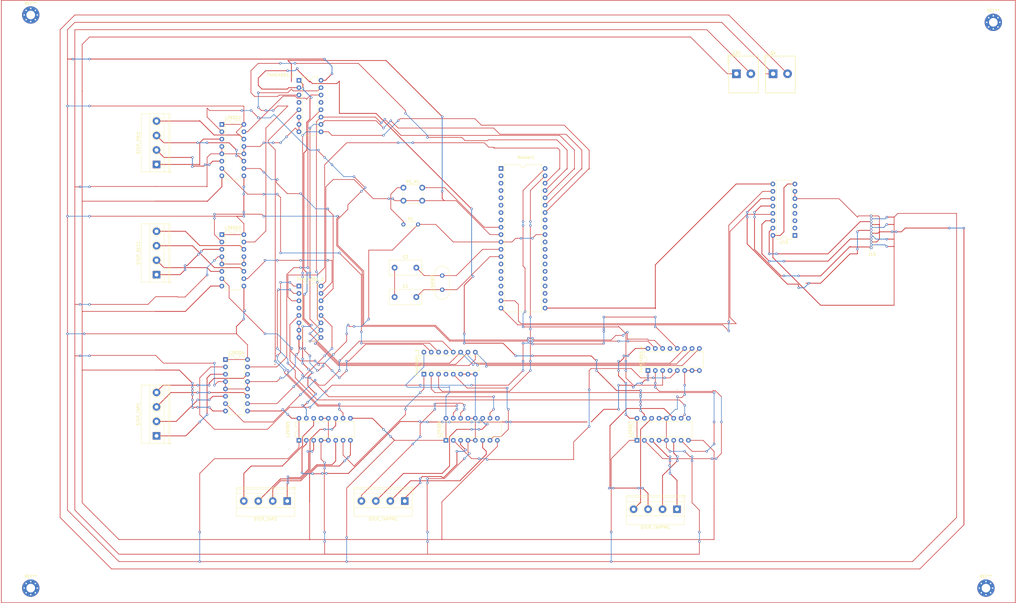
<source format=kicad_pcb>
(kicad_pcb (version 20211014) (generator pcbnew)
  (layers (0 "F.Cu" signal) (31 "B.Cu" signal) (34 "B.Paste" user) (35 "F.Paste" user) (36 "B.SilkS" user "B.Silkscreen") (37 "F.SilkS" user "F.Silkscreen") (38 "B.Mask" user) (39 "F.Mask" user) (44 "Edge.Cuts" user))
  (net 0 "")
  (net 1 "Tape2_IN4")
  (net 2 "TAPM_IN4")
  (net 3 "Step_IN4")
  (net 4 "cut_IN4")
  (net 5 "TAPR_IN4")
  (net 6 "GND")
  (net 7 "DEMUX_Stepper_S3")
  (net 8 "DEMUX_Stepper_S2")
  (net 9 "DEMUX_Stepper_S1")
  (net 10 "Tape1_IN4")
  (net 11 "Bobbin_IN4")
  (net 12 "Pri_IN4")
  (net 13 "Sec_IN4")
  (net 14 "5VCC")
  (net 15 "Tape2_IN3")
  (net 16 "TAPM_IN3")
  (net 17 "Step_IN3")
  (net 18 "cut_IN3")
  (net 19 "TAPR_IN3")
  (net 20 "Tape1_IN3")
  (net 21 "Bobbin_IN3")
  (net 22 "Pri_IN3")
  (net 23 "Sec_IN3")
  (net 24 "Tape2_IN2")
  (net 25 "TAPM_IN2")
  (net 26 "Step_IN2")
  (net 27 "cut_IN2")
  (net 28 "TAPR_IN2")
  (net 29 "Tape1_IN2")
  (net 30 "Bobbin_IN2")
  (net 31 "Pri_IN2")
  (net 32 "Sec_IN2")
  (net 33 "Tape2_IN1")
  (net 34 "TAPM_IN1")
  (net 35 "Step_IN1")
  (net 36 "cut_IN1")
  (net 37 "TAPR_IN1")
  (net 38 "Tape1_IN1")
  (net 39 "Bobbin_IN1")
  (net 40 "Pri_IN1")
  (net 41 "Sec_IN1")
  (net 42 "Net-(C1-Pad1)")
  (net 43 "xtal1_M")
  (net 44 "xtal2_M")
  (net 45 "Stepper_demux_selector")
  (net 46 "STEP2_demux_IN1")
  (net 47 "STEP2_demux_IN2")
  (net 48 "STEP2_demux_IN3")
  (net 49 "STEP2_demux_IN4")
  (net 50 "12VCC")
  (net 51 "key1")
  (net 52 "key2")
  (net 53 "key3")
  (net 54 "key4")
  (net 55 "key5")
  (net 56 "key6")
  (net 57 "key7")
  (net 58 "key8")
  (net 59 "MOSI")
  (net 60 "MISO")
  (net 61 "SCK")
  (net 62 "Reset_M")
  (net 63 "ultra_S1")
  (net 64 "ultra_S2")
  (net 65 "Ultra_mux_input")
  (net 66 "Ultra_demux_input")
  (net 67 "DEMUX_Servo_IN")
  (net 68 "DEMUX_Servo_S1")
  (net 69 "DEMUX_Servo_S2")
  (net 70 "BUZ")
  (net 71 "SS")
  (footprint "Package_DIP:DIP-16_W7.62mm" (layer "F.Cu") (at 782.32 -52.35525 90)
    (fp_text reference "74HC4051_4")
    (fp_text value "74HCT4051")
  )
  (footprint "Package_DIP:DIP-16_W7.62mm" (layer "F.Cu") (at 661.68 -152.67025)
    (fp_text reference "74HC4051_1")
    (fp_text value "74HCT4051")
  )
  (footprint "Capacitor_THT:C_Disc_D11.0mm_W5.0mm_P7.50mm" (layer "F.Cu") (at 694.75 -77.75525)
    (fp_text reference "C1")
    (fp_text value "22 uf")
  )
  (footprint "TerminalBlock_Phoenix:TerminalBlock_Phoenix_MKDS-1,5-4_1x04_P5.00mm_Horizontal" (layer "F.Cu") (at 612.445 -85.49525 90)
    (fp_text reference "STEP_SEC1")
    (fp_text value "Screw_Terminal_01x04")
  )
  (footprint "Package_DIP:DIP-16_W7.62mm" (layer "F.Cu") (at 635.02 -99.33025)
    (fp_text reference "L293D3")
    (fp_text value "L293D")
  )
  (footprint "Package_DIP:DIP-16_W7.62mm" (layer "F.Cu") (at 661.685 -28.23525 90)
    (fp_text reference "L293D5")
    (fp_text value "L293D")
  )
  (footprint "Button_Switch_THT:SW_PUSH_6mm_H7.3mm" (layer "F.Cu") (at 697.79 -115.56525)
    (fp_text reference "RS_M1")
    (fp_text value "SW_Push")
  )
  (footprint "Package_DIP:DIP-16_W7.62mm" (layer "F.Cu") (at 833.12 -99.06 180)
    (fp_text reference "U15")
    (fp_text value "CD4052B")
  )
  (footprint "Package_DIP:DIP-16_W7.62mm" (layer "F.Cu") (at 636.28 -56.15025)
    (fp_text reference "L293D4")
    (fp_text value "L293D")
  )
  (footprint "MountingHole:MountingHole_3mm_Pad_Via" (layer "F.Cu") (at 901.7 -172.72)
    (fp_text reference "REF**")
    (fp_text value "MountingHole_3mm_Pad_Via")
  )
  (footprint "TerminalBlock_Altech:Altech_AK300_1x02_P5.00mm_45-Degree" (layer "F.Cu") (at 825.58 -154.94)
    (fp_text reference "5V")
    (fp_text value "5V")
  )
  (footprint "Package_DIP:DIP-16_W7.62mm" (layer "F.Cu") (at 661.68 -81.55025)
    (fp_text reference "74HC4051_2")
    (fp_text value "74HCT4051")
  )
  (footprint "Package_DIP:DIP-16_W7.62mm" (layer "F.Cu") (at 712.485 -28.23525 90)
    (fp_text reference "L293D6")
    (fp_text value "L293D")
  )
  (footprint "Connector_PinSocket_1.00mm:PinSocket_1x12_P1.00mm_Vertical" (layer "F.Cu") (at 859.485 -94.815 180)
    (fp_text reference "J10")
    (fp_text value "Servo")
  )
  (footprint "TerminalBlock_Phoenix:TerminalBlock_Phoenix_MKDS-1,5-4_1x04_P5.00mm_Horizontal" (layer "F.Cu") (at 792.36 -4.40025 180)
    (fp_text reference "STEP_TAPPM1")
    (fp_text value "Screw_Terminal_01x04")
  )
  (footprint "TerminalBlock_Phoenix:TerminalBlock_Phoenix_MKDS-1,5-4_1x04_P5.00mm_Horizontal" (layer "F.Cu") (at 657.62 -7.24525 180)
    (fp_text reference "STEP_TAP2")
    (fp_text value "Screw_Terminal_01x04")
  )
  (footprint "Package_DIP:DIP-16_W7.62mm" (layer "F.Cu") (at 778.525 -28.23525 90)
    (fp_text reference "L293D7")
    (fp_text value "L293D")
  )
  (footprint "TerminalBlock_Phoenix:TerminalBlock_Phoenix_MKDS-1,5-4_1x04_P5.00mm_Horizontal" (layer "F.Cu") (at 698.26 -7.24525 180)
    (fp_text reference "STEP_TAPPR1")
    (fp_text value "Screw_Terminal_01x04")
  )
  (footprint "Package_DIP:DIP-16_W7.62mm" (layer "F.Cu") (at 704.865 -51.09525 90)
    (fp_text reference "74HC4051_3")
    (fp_text value "74HCT4051")
  )
  (footprint "Crystal:Crystal_HC49-4H_Vertical" (layer "F.Cu") (at 711.2 -80.29525 90)
    (fp_text reference "crystal1")
    (fp_text value "16Mhz")
  )
  (footprint "TerminalBlock_Phoenix:TerminalBlock_Phoenix_MKDS-1,5-4_1x04_P5.00mm_Horizontal" (layer "F.Cu") (at 612.445 -29.77525 90)
    (fp_text reference "STEP_TAP1")
    (fp_text value "Screw_Terminal_01x04")
  )
  (footprint "MountingHole:MountingHole_3mm_Pad_Via" (layer "F.Cu") (at 568.96 22.86)
    (fp_text reference "REF**")
    (fp_text value "MountingHole_3mm_Pad_Via")
  )
  (footprint "MountingHole:MountingHole_3mm_Pad_Via" (layer "F.Cu") (at 568.96 -175.26)
    (fp_text reference "REF**")
    (fp_text value "MountingHole_3mm_Pad_Via")
  )
  (footprint "Capacitor_THT:C_Disc_D11.0mm_W5.0mm_P7.50mm" (layer "F.Cu") (at 694.75 -87.91525)
    (fp_text reference "C2")
    (fp_text value "22 uf")
  )
  (footprint "Package_DIP:DIP-16_W7.62mm" (layer "F.Cu") (at 635.02 -137.43025)
    (fp_text reference "L293D2")
    (fp_text value "L293D")
  )
  (footprint "Package_DIP:DIP-40_W15.24mm" (layer "F.Cu") (at 731.515 -122.20025)
    (fp_text reference "Master1")
    (fp_text value "ATmega32-16P")
  )
  (footprint "MountingHole:MountingHole_3mm_Pad_Via" (layer "F.Cu") (at 899.16 22.86)
    (fp_text reference "REF**")
    (fp_text value "MountingHole_3mm_Pad_Via")
  )
  (footprint "TerminalBlock_Phoenix:TerminalBlock_Phoenix_MKDS-1,5-4_1x04_P5.00mm_Horizontal" (layer "F.Cu") (at 612.445 -123.59525 90)
    (fp_text reference "STEP_PRI1")
    (fp_text value "Screw_Terminal_01x04")
  )
  (footprint "TerminalBlock_Altech:Altech_AK300_1x02_P5.00mm_45-Degree" (layer "F.Cu") (at 812.88 -154.94)
    (fp_text reference "12V")
    (fp_text value "12V")
  )
  (footprint "Resistor_THT:R_Axial_DIN0204_L3.6mm_D1.6mm_P5.08mm_Horizontal" (layer "F.Cu") (at 697.79 -102.86525)
    (fp_text reference "R1")
    (fp_text value "1k")
  )
  (gr_line (start 909.32 27.94) (end 909.32 -180.34) (layer "F.Cu") (width 0.2))
  (gr_line (start 558.8 -180.34) (end 558.8 27.94) (layer "F.Cu") (width 0.2))
  (gr_line (start 558.8 27.94) (end 909.32 27.94) (layer "F.Cu") (width 0.2))
  (gr_line (start 909.32 -180.34) (end 558.8 -180.34) (layer "F.Cu") (width 0.2))
  (segment (start 716.28 -19.935612) (end 713.439819 -17.095431) (width 0.25) (layer "F.Cu") (net 0))
  (segment (start 627.38 -123.47525) (end 627.26 -123.59525) (width 0.25) (layer "F.Cu") (net 0))
  (segment (start 698.26 -8.21075) (end 698.26 -7.24525) (width 0.25) (layer "F.Cu") (net 0))
  (segment (start 614.68 -47.27525) (end 612.14 -44.73525) (width 0.25) (layer "F.Cu") (net 0))
  (segment (start 711.2 -15.40427) (end 710.900009 -15.704261) (width 0.25) (layer "F.Cu") (net 0))
  (segment (start 674.385 -33.32025) (end 673.1 -32.03525) (width 0.25) (layer "F.Cu") (net 0))
  (segment (start 721.36 -32.03525) (end 716.28 -32.03525) (width 0.25) (layer "F.Cu") (net 0))
  (segment (start 624.99498 -123.02573) (end 624.84 -122.87075) (width 0.25) (layer "F.Cu") (net 0))
  (segment (start 717.565 -28.23525) (end 717.565 -26.684494) (width 0.25) (layer "F.Cu") (net 0))
  (segment (start 779.78 -32.03025) (end 779.78 -6.63525) (width 0.25) (layer "F.Cu") (net 0))
  (segment (start 642.64 -94.25025) (end 641.355 -95.53525) (width 0.25) (layer "F.Cu") (net 0))
  (segment (start 624.88 -95.49525) (end 612.445 -95.49525) (width 0.25) (layer "F.Cu") (net 0))
  (segment (start 614.945 -131.09525) (end 612.445 -133.59525) (width 0.25) (layer "F.Cu") (net 0))
  (segment (start 631.8995 -43.45025) (end 630.6445 -42.19525) (width 0.25) (layer "F.Cu") (net 0))
  (segment (start 789.94 -19.660348) (end 789.777451 -19.497799) (width 0.25) (layer "F.Cu") (net 0))
  (segment (start 635.02 -86.63025) (end 631.205 -86.63025) (width 0.25) (layer "F.Cu") (net 0))
  (segment (start 717.304614 -14.25525) (end 700.27 -14.25525) (width 0.25) (layer "F.Cu") (net 0))
  (segment (start 700.27 -14.25525) (end 693.26 -7.24525) (width 0.25) (layer "F.Cu") (net 0))
  (segment (start 627.38 -34.57525) (end 622.58 -29.77525) (width 0.25) (layer "F.Cu") (net 0))
  (segment (start 825.5 -101.6) (end 824.24 -100.34) (width 0.25) (layer "F.Cu") (net 0))
  (segment (start 859.54497 -94.815) (end 859.485 -94.815) (width 0.25) (layer "F.Cu") (net 0))
  (segment (start 641.355 -95.53525) (end 627.38 -95.53525) (width 0.25) (layer "F.Cu") (net 0))
  (segment (start 666.765 -28.23525) (end 666.765 -24.97575) (width 0.25) (layer "F.Cu") (net 0))
  (segment (start 855.68 -103.815) (end 859.485 -103.815) (width 0.25) (layer "F.Cu") (net 0))
  (segment (start 791.225 -28.23525) (end 791.225 -23.82975) (width 0.25) (layer "F.Cu") (net 0))
  (segment (start 769.19548 -33.30169) (end 769.195481 -21.699407) (width 0.25) (layer "F.Cu") (net 0))
  (segment (start 668.9747 -32.03525) (end 665.48 -28.54055) (width 0.25) (layer "F.Cu") (net 0))
  (segment (start 711.748658 -15.40427) (end 711.2 -15.40427) (width 0.25) (layer "F.Cu") (net 0))
  (segment (start 627.26 -123.59525) (end 612.445 -123.59525) (width 0.25) (layer "F.Cu") (net 0))
  (segment (start 641.355 -87.91525) (end 632.46 -87.91525) (width 0.25) (layer "F.Cu") (net 0))
  (segment (start 666.765 -35.85525) (end 666.765 -33.32025) (width 0.25) (layer "F.Cu") (net 0))
  (segment (start 821.34358 -109.22) (end 819.16 -107.03642) (width 0.25) (layer "F.Cu") (net 0))
  (segment (start 834.082141 -82.217141) (end 834.4 -81.899282) (width 0.25) (layer "F.Cu") (net 0))
  (segment (start 658.13498 -15.340488) (end 657.86 -15.615468) (width 0.25) (layer "F.Cu") (net 0))
  (segment (start 626.6555 -131.09525) (end 614.945 -131.09525) (width 0.25) (layer "F.Cu") (net 0))
  (segment (start 666.765 -33.32025) (end 662.94 -29.49525) (width 0.25) (layer "F.Cu") (net 0))
  (segment (start 642.615 -44.73525) (end 630.6445 -44.73525) (width 0.25) (layer "F.Cu") (net 0))
  (segment (start 791.225 -23.82975) (end 792.48 -22.57475) (width 0.25) (layer "F.Cu") (net 0))
  (segment (start 844.56 -92.695) (end 855.68 -103.815) (width 0.25) (layer "F.Cu") (net 0))
  (segment (start 725.185 -25.67025) (end 726.44 -24.41525) (width 0.25) (layer "F.Cu") (net 0))
  (segment (start 782.36 -9.85975) (end 782.36 -4.40025) (width 0.25) (layer "F.Cu") (net 0))
  (segment (start 718.82 -40.35475) (end 718.120489 -41.054261) (width 0.2) (layer "F.Cu") (net 0))
  (segment (start 825.5 -109.22) (end 821.34358 -109.22) (width 0.25) (layer "F.Cu") (net 0))
  (segment (start 816.62 -96.114669) (end 830.517528 -82.217141) (width 0.25) (layer "F.Cu") (net 0))
  (segment (start 821.7 -92.695) (end 824.24 -90.155) (width 0.25) (layer "F.Cu") (net 0))
  (segment (start 674.385 -28.23525) (end 674.385 -21.06977) (width 0.25) (layer "F.Cu") (net 0))
  (segment (start 636.28 -51.07025) (end 631.175 -51.07025) (width 0.25) (layer "F.Cu") (net 0))
  (segment (start 642.64 -124.73025) (end 640.7995 -126.57075) (width 0.25) (layer "F.Cu") (net 0))
  (segment (start 626.6805 -42.19525) (end 619.2605 -34.77525) (width 0.25) (layer "F.Cu") (net 0))
  (segment (start 630.6445 -47.99975) (end 630.6445 -47.27525) (width 0.25) (layer "F.Cu") (net 0))
  (segment (start 717.565 -26.684494) (end 719.327122 -24.922372) (width 0.25) (layer "F.Cu") (net 0))
  (segment (start 816.62 -105.395) (end 816.62 -96.114669) (width 0.25) (layer "F.Cu") (net 0))
  (segment (start 779.595 -6.63525) (end 777.36 -4.40025) (width 0.25) (layer "F.Cu") (net 0))
  (segment (start 657.62 -13.29075) (end 657.62 -7.24525) (width 0.25) (layer "F.Cu") (net 0))
  (segment (start 726.44 -24.41525) (end 726.44 -23.390636) (width 0.25) (layer "F.Cu") (net 0))
  (segment (start 717.565 -37.70075) (end 718.82 -38.95575) (width 0.2) (layer "F.Cu") (net 0))
  (segment (start 629.92 -87.91525) (end 615.025 -87.91525) (width 0.25) (layer "F.Cu") (net 0))
  (segment (start 665.48 -28.54055) (end 665.48 -18.066685) (width 0.25) (layer "F.Cu") (net 0))
  (segment (start 716.28 -32.03525) (end 713.74 -29.49525) (width 0.25) (layer "F.Cu") (net 0))
  (segment (start 635.02 -94.25025) (end 628.635 -94.25025) (width 0.25) (layer "F.Cu") (net 0))
  (segment (start 775.12452 -39.23073) (end 769.19548 -33.30169) (width 0.25) (layer "F.Cu") (net 0))
  (segment (start 674.385 -35.85525) (end 674.385 -33.32025) (width 0.25) (layer "F.Cu") (net 0))
  (segment (start 674.385 -21.06977) (end 673.1 -19.78477) (width 0.25) (layer "F.Cu") (net 0))
  (segment (start 622.58 -29.77525) (end 612.445 -29.77525) (width 0.25) (layer "F.Cu") (net 0))
  (segment (start 635.02 -124.73025) (end 631.8745 -124.73025) (width 0.25) (layer "F.Cu") (net 0))
  (segment (start 642.64 -86.63025) (end 641.355 -87.91525) (width 0.25) (layer "F.Cu") (net 0))
  (segment (start 855.22 -100.815) (end 859.485 -100.815) (width 0.25) (layer "F.Cu") (net 0))
  (segment (start 626.6805 -44.73525) (end 617.405 -44.73525) (width 0.25) (layer "F.Cu") (net 0))
  (segment (start 852.18 -95.235) (end 852.349511 -95.065489) (width 0.25) (layer "F.Cu") (net 0))
  (segment (start 632.46 -49.81525) (end 630.6445 -47.99975) (width 0.25) (layer "F.Cu") (net 0))
  (segment (start 791.225 -35.85525) (end 787.84952 -39.23073) (width 0.25) (layer "F.Cu") (net 0))
  (segment (start 789.94 -21.17575) (end 789.94 -19.660348) (width 0.25) (layer "F.Cu") (net 0))
  (segment (start 622.3 -87.19075) (end 620.6045 -85.49525) (width 0.25) (layer "F.Cu") (net 0))
  (segment (start 662.118085 -15.340488) (end 658.13498 -15.340488) (width 0.25) (layer "F.Cu") (net 0))
  (segment (start 718.120489 -41.054261) (end 708.959991 -41.054261) (width 0.2) (layer "F.Cu") (net 0))
  (segment (start 627.38 -95.53525) (end 622.42 -100.49525) (width 0.25) (layer "F.Cu") (net 0))
  (segment (start 825.5 -111.76) (end 821.34358 -111.76) (width 0.25) (layer "F.Cu") (net 0))
  (segment (start 834.4 -85.075) (end 842.02 -85.075) (width 0.25) (layer "F.Cu") (net 0))
  (segment (start 713.74 -29.49525) (end 713.74 -19.33525) (width 0.25) (layer "F.Cu") (net 0))
  (segment (start 637.54 -131.09525) (end 629.92 -131.09525) (width 0.25) (layer "F.Cu") (net 0))
  (segment (start 703.58 -33.87575) (end 703.58 -29.49525) (width 0.2) (layer "F.Cu") (net 0))
  (segment (start 787.84952 -39.23073) (end 775.12452 -39.23073) (width 0.25) (layer "F.Cu") (net 0))
  (segment (start 710.900009 -15.704261) (end 704.304511 -15.704261) (width 0.25) (layer "F.Cu") (net 0))
  (segment (start 662.304283 -14.25525) (end 655.32 -14.25525) (width 0.25) (layer "F.Cu") (net 0))
  (segment (start 640.08 -128.55525) (end 637.54 -131.09525) (width 0.25) (layer "F.Cu") (net 0))
  (segment (start 620.6045 -85.49525) (end 612.445 -85.49525) (width 0.25) (layer "F.Cu") (net 0))
  (segment (start 623.0245 -88.63975) (end 622.3 -88.63975) (width 0.25) (layer "F.Cu") (net 0))
  (segment (start 642.62 -16.79525) (end 642.62 -7.24525) (width 0.25) (layer "F.Cu") (net 0))
  (segment (start 792.36 -14.37525) (end 792.36 -4.40025) (width 0.25) (layer "F.Cu") (net 0))
  (segment (start 842.02 -82.535) (end 852.18 -92.695) (width 0.25) (layer "F.Cu") (net 0))
  (segment (start 654.947858 -14.573108) (end 647.62 -7.24525) (width 0.25) (layer "F.Cu") (net 0))
  (segment (start 631.8745 -124.73025) (end 630.6195 -123.47525) (width 0.25) (layer "F.Cu") (net 0))
  (segment (start 787.36 -16.05575) (end 787.36 -4.40025) (width 0.25) (layer "F.Cu") (net 0))
  (segment (start 664.7555 -24.41525) (end 665.03048 -24.14027) (width 0.25) (layer "F.Cu") (net 0))
  (segment (start 726.44 -23.390636) (end 717.304614 -14.25525) (width 0.25) (layer "F.Cu") (net 0))
  (segment (start 819.16 -105.395) (end 819.16 -94.210386) (width 0.25) (layer "F.Cu") (net 0))
  (segment (start 726.810356 -33.85075) (end 724.994856 -32.03525) (width 0.25) (layer "F.Cu") (net 0))
  (segment (start 636.28 -43.45025) (end 631.8995 -43.45025) (width 0.25) (layer "F.Cu") (net 0))
  (segment (start 626.867701 -92.482951) (end 623.0245 -88.63975) (width 0.25) (layer "F.Cu") (net 0))
  (segment (start 769.195481 -21.699407) (end 769.195481 -11.990231) (width 0.25) (layer "F.Cu") (net 0))
  (segment (start 824.24 -100.34) (end 824.24 -92.695) (width 0.25) (layer "F.Cu") (net 0))
  (segment (start 655.32 -14.25525) (end 652.62 -11.55525) (width 0.25) (layer "F.Cu") (net 0))
  (segment (start 627.38 -131.09525) (end 627.38 -123.47525) (width 0.25) (layer "F.Cu") (net 0))
  (segment (start 725.185 -28.23525) (end 725.185 -25.67025) (width 0.25) (layer "F.Cu") (net 0))
  (segment (start 628.77098 -123.02573) (end 624.99498 -123.02573) (width 0.25) (layer "F.Cu") (net 0))
  (segment (start 822.985 -104.14) (end 821.7 -102.855) (width 0.25) (layer "F.Cu") (net 0))
  (segment (start 665.03048 -19.33525) (end 665.03048 -18.252883) (width 0.25) (layer "F.Cu") (net 0))
  (segment (start 780.5045 -11.71525) (end 782.36 -9.85975) (width 0.25) (layer "F.Cu") (net 0))
  (segment (start 819.16 -94.210386) (end 828.295386 -85.075) (width 0.25) (layer "F.Cu") (net 0))
  (segment (start 854.72 -100.315) (end 855.22 -100.815) (width 0.25) (layer "F.Cu") (net 0))
  (segment (start 821.7 -102.855) (end 821.7 -92.695) (width 0.25) (layer "F.Cu") (net 0))
  (segment (start 708.66 -38.95575) (end 703.58 -33.87575) (width 0.2) (layer "F.Cu") (net 0))
  (segment (start 842.02 -85.075) (end 852.18 -95.235) (width 0.25) (layer "F.Cu") (net 0))
  (segment (start 665.03048 -18.252883) (end 662.118085 -15.340488) (width 0.25) (layer "F.Cu") (net 0))
  (segment (start 701.04 -26.95525) (end 683.26 -9.17525) (width 0.2) (layer "F.Cu") (net 0))
  (segment (start 643.9 -51.07025) (end 642.484511 -49.654761) (width 0.25) (layer "F.Cu") (net 0))
  (segment (start 631.175 -51.07025) (end 629.92 -49.81525) (width 0.25) (layer "F.Cu") (net 0))
  (segment (start 640.7995 -126.57075) (end 640.08 -126.57075) (width 0.25) (layer "F.Cu") (net 0))
  (segment (start 724.994856 -32.03525) (end 723.9 -32.03525) (width 0.25) (layer "F.Cu") (net 0))
  (segment (start 834.4 -81.899282) (end 834.4 -80.97975) (width 0.25) (layer "F.Cu") (net 0))
  (segment (start 665.48 -18.066685) (end 662.304283 -14.890968) (width 0.25) (layer "F.Cu") (net 0))
  (segment (start 825.5 -104.14) (end 822.985 -104.14) (width 0.25) (layer "F.Cu") (net 0))
  (segment (start 779.78 -6.63525) (end 779.595 -6.63525) (width 0.25) (layer "F.Cu") (net 0))
  (segment (start 717.565 -35.85525) (end 717.565 -37.70075) (width 0.2) (layer "F.Cu") (net 0))
  (segment (start 624.84 -126.01525) (end 615.025 -126.01525) (width 0.25) (layer "F.Cu") (net 0))
  (segment (start 725.018561 -35.85525) (end 724.521411 -35.3581) (width 0.25) (layer "F.Cu") (net 0))
  (segment (start 652.62 -11.55525) (end 652.62 -7.24525) (width 0.25) (layer "F.Cu") (net 0))
  (segment (start 852.349511 -95.065489) (end 859.795459 -95.065489) (width 0.25) (layer "F.Cu") (net 0))
  (segment (start 716.28 -24.41525) (end 716.28 -19.935612) (width 0.25) (layer "F.Cu") (net 0))
  (segment (start 662.304283 -14.890968) (end 655.320001 -14.890968) (width 0.25) (layer "F.Cu") (net 0))
  (segment (start 683.26 -9.17525) (end 683.26 -7.24525) (width 0.2) (layer "F.Cu") (net 0))
  (segment (start 828.295386 -85.075) (end 829.32 -85.075) (width 0.25) (layer "F.Cu") (net 0))
  (segment (start 619.2605 -34.77525) (end 612.445 -34.77525) (width 0.25) (layer "F.Cu") (net 0))
  (segment (start 854.72 -92.695) (end 854.72 -94.340989) (width 0.25) (layer "F.Cu") (net 0))
  (segment (start 615.025 -87.91525) (end 612.445 -90.49525) (width 0.25) (layer "F.Cu") (net 0))
  (segment (start 662.94 -29.49525) (end 662.94 -26.354888) (width 0.25) (layer "F.Cu") (net 0))
  (segment (start 826.78 -92.695) (end 844.56 -92.695) (width 0.25) (layer "F.Cu") (net 0))
  (segment (start 642.484511 -49.654761) (end 632.620489 -49.654761) (width 0.25) (layer "F.Cu") (net 0))
  (segment (start 769.195481 -11.990231) (end 768.9205 -11.71525) (width 0.25) (layer "F.Cu") (net 0))
  (segment (start 626.6805 -47.27525) (end 614.68 -47.27525) (width 0.25) (layer "F.Cu") (net 0))
  (segment (start 632.620489 -49.654761) (end 632.46 -49.81525) (width 0.25) (layer "F.Cu") (net 0))
  (segment (start 844.56 -90.155) (end 852.22 -97.815) (width 0.25) (layer "F.Cu") (net 0))
  (segment (start 655.320001 -14.890968) (end 655.002141 -14.573108) (width 0.25) (layer "F.Cu") (net 0))
  (segment (start 615.025 -126.01525) (end 612.445 -128.59525) (width 0.25) (layer "F.Cu") (net 0))
  (segment (start 645.16 -19.33525) (end 642.62 -16.79525) (width 0.25) (layer "F.Cu") (net 0))
  (segment (start 770.3195 -11.71525) (end 779.0555 -11.71525) (width 0.25) (layer "F.Cu") (net 0))
  (segment (start 703.58 -13.53075) (end 698.26 -8.21075) (width 0.25) (layer "F.Cu") (net 0))
  (segment (start 670.56 -32.03525) (end 668.9747 -32.03525) (width 0.25) (layer "F.Cu") (net 0))
  (segment (start 783.605 -35.85525) (end 779.78 -32.03025) (width 0.25) (layer "F.Cu") (net 0))
  (segment (start 711.2 -16.79525) (end 697.81 -16.79525) (width 0.25) (layer "F.Cu") (net 0))
  (segment (start 628.635 -94.25025) (end 627.892299 -93.507549) (width 0.25) (layer "F.Cu") (net 0))
  (segment (start 667.833803 -19.78477) (end 662.304283 -14.25525) (width 0.25) (layer "F.Cu") (net 0))
  (segment (start 628.635 -132.35025) (end 627.38 -131.09525) (width 0.25) (layer "F.Cu") (net 0))
  (segment (start 673.1 -19.78477) (end 667.833803 -19.78477) (width 0.25) (layer "F.Cu") (net 0))
  (segment (start 852.22 -97.815) (end 859.485 -97.815) (width 0.25) (layer "F.Cu") (net 0))
  (segment (start 632.46 -87.91525) (end 624.88 -95.49525) (width 0.25) (layer "F.Cu") (net 0))
  (segment (start 725.185 -35.85525) (end 725.018561 -35.85525) (width 0.25) (layer "F.Cu") (net 0))
  (segment (start 657.86 -13.53075) (end 657.62 -13.29075) (width 0.25) (layer "F.Cu") (net 0))
  (segment (start 643.9 -43.45025) (end 642.615 -44.73525) (width 0.25) (layer "F.Cu") (net 0))
  (segment (start 704.304511 -15.704261) (end 703.58 -14.97975) (width 0.25) (layer "F.Cu") (net 0))
  (segment (start 836.94 -82.535) (end 837.92475 -82.535) (width 0.25) (layer "F.Cu") (net 0))
  (segment (start 713.74 -19.33525) (end 711.2 -16.79525) (width 0.25) (layer "F.Cu") (net 0))
  (segment (start 837.92475 -82.535) (end 842.02 -82.535) (width 0.25) (layer "F.Cu") (net 0))
  (segment (start 789.2655 -22.57475) (end 789.94 -22.57475) (width 0.25) (layer "F.Cu") (net 0))
  (segment (start 821.34358 -111.76) (end 816.62 -107.03642) (width 0.25) (layer "F.Cu") (net 0))
  (segment (start 655.920362 -19.33525) (end 645.16 -19.33525) (width 0.25) (layer "F.Cu") (net 0))
  (segment (start 713.439819 -17.095431) (end 711.748658 -15.40427) (width 0.25) (layer "F.Cu") (net 0))
  (segment (start 783.605 -28.23525) (end 789.2655 -22.57475) (width 0.25) (layer "F.Cu") (net 0))
  (segment (start 655.002141 -14.573108) (end 654.947858 -14.573108) (width 0.25) (layer "F.Cu") (net 0))
  (segment (start 859.795459 -95.065489) (end 859.54497 -94.815) (width 0.25) (layer "F.Cu") (net 0))
  (segment (start 697.81 -16.79525) (end 688.26 -7.24525) (width 0.25) (layer "F.Cu") (net 0))
  (segment (start 665.03048 -24.14027) (end 665.03048 -19.33525) (width 0.25) (layer "F.Cu") (net 0))
  (segment (start 617.405 -44.73525) (end 612.445 -39.77525) (width 0.25) (layer "F.Cu") (net 0))
  (segment (start 635.02 -132.35025) (end 628.635 -132.35025) (width 0.25) (layer "F.Cu") (net 0))
  (segment (start 830.517528 -82.217141) (end 834.082141 -82.217141) (width 0.25) (layer "F.Cu") (net 0))
  (segment (start 829.32 -90.155) (end 844.56 -90.155) (width 0.25) (layer "F.Cu") (net 0))
  (segment (start 629.2205 -123.47525) (end 628.77098 -123.02573) (width 0.25) (layer "F.Cu") (net 0))
  (segment (start 708.959991 -41.054261) (end 708.66 -40.75427) (width 0.2) (layer "F.Cu") (net 0))
  (segment (start 631.205 -86.63025) (end 629.92 -87.91525) (width 0.25) (layer "F.Cu") (net 0))
  (segment (start 792.48 -21.17575) (end 787.36 -16.05575) (width 0.25) (layer "F.Cu") (net 0))
  (segment (start 789.94 -16.79525) (end 792.36 -14.37525) (width 0.25) (layer "F.Cu") (net 0))
  (segment (start 662.94 -26.354888) (end 655.920362 -19.33525) (width 0.25) (layer "F.Cu") (net 0))
  (segment (start 622.42 -100.49525) (end 612.445 -100.49525) (width 0.25) (layer "F.Cu") (net 0))
  (segment (start 666.765 -24.97575) (end 666.2045 -24.41525) (width 0.25) (layer "F.Cu") (net 0))
  (segment (start 852.18 -92.695) (end 854.72 -92.695) (width 0.25) (layer "F.Cu") (net 0))
  (segment (start 629.92 -49.81525) (end 629.92 -37.11525) (width 0.25) (layer "F.Cu") (net 0))
  (via (at 626.6805 -47.27525) (size 0.8) (drill 0.4) (layers "F.Cu" "B.Cu") (net 0))
  (via (at 626.6555 -131.09525) (size 0.8) (drill 0.4) (layers "F.Cu" "B.Cu") (net 0))
  (via (at 673.1 -32.03525) (size 0.8) (drill 0.4) (layers "F.Cu" "B.Cu") (net 0))
  (via (at 629.92 -131.09525) (size 0.8) (drill 0.4) (layers "F.Cu" "B.Cu") (net 0))
  (via (at 718.82 -40.35475) (size 0.8) (drill 0.4) (layers "F.Cu" "B.Cu") (net 0))
  (via (at 824.24 -90.155) (size 0.8) (drill 0.4) (layers "F.Cu" "B.Cu") (net 0))
  (via (at 789.94 -22.57475) (size 0.8) (drill 0.4) (layers "F.Cu" "B.Cu") (net 0))
  (via (at 664.7555 -24.41525) (size 0.8) (drill 0.4) (layers "F.Cu" "B.Cu") (net 0))
  (via (at 626.6805 -44.73525) (size 0.8) (drill 0.4) (layers "F.Cu" "B.Cu") (net 0))
  (via (at 624.84 -122.87075) (size 0.8) (drill 0.4) (layers "F.Cu" "B.Cu") (net 0))
  (via (at 854.72 -94.340989) (size 0.8) (drill 0.4) (layers "F.Cu" "B.Cu") (net 0))
  (via (at 703.58 -13.53075) (size 0.8) (drill 0.4) (layers "F.Cu" "B.Cu") (net 0))
  (via (at 829.32 -85.075) (size 0.8) (drill 0.4) (layers "F.Cu" "B.Cu") (net 0))
  (via (at 723.9 -32.03525) (size 0.8) (drill 0.4) (layers "F.Cu" "B.Cu") (net 0))
  (via (at 703.58 -29.49525) (size 0.8) (drill 0.4) (layers "F.Cu" "B.Cu") (net 0))
  (via (at 719.327122 -24.922372) (size 0.8) (drill 0.4) (layers "F.Cu" "B.Cu") (net 0))
  (via (at 626.867701 -92.482951) (size 0.8) (drill 0.4) (layers "F.Cu" "B.Cu") (net 0))
  (via (at 708.66 -38.95575) (size 0.8) (drill 0.4) (layers "F.Cu" "B.Cu") (net 0))
  (via (at 726.810356 -33.85075) (size 0.8) (drill 0.4) (layers "F.Cu" "B.Cu") (net 0))
  (via (at 630.6445 -44.73525) (size 0.8) (drill 0.4) (layers "F.Cu" "B.Cu") (net 0))
  (via (at 622.3 -87.19075) (size 0.8) (drill 0.4) (layers "F.Cu" "B.Cu") (net 0))
  (via (at 627.892299 -93.507549) (size 0.8) (drill 0.4) (layers "F.Cu" "B.Cu") (net 0))
  (via (at 716.28 -24.41525) (size 0.8) (drill 0.4) (layers "F.Cu" "B.Cu") (net 0))
  (via (at 854.72 -100.315) (size 0.8) (drill 0.4) (layers "F.Cu" "B.Cu") (net 0))
  (via (at 789.94 -16.79525) (size 0.8) (drill 0.4) (layers "F.Cu" "B.Cu") (net 0))
  (via (at 768.9205 -11.71525) (size 0.8) (drill 0.4) (layers "F.Cu" "B.Cu") (net 0))
  (via (at 816.62 -105.395) (size 0.8) (drill 0.4) (layers "F.Cu" "B.Cu") (net 0))
  (via (at 630.6195 -123.47525) (size 0.8) (drill 0.4) (layers "F.Cu" "B.Cu") (net 0))
  (via (at 789.777451 -19.497799) (size 0.8) (drill 0.4) (layers "F.Cu" "B.Cu") (net 0))
  (via (at 701.04 -26.95525) (size 0.8) (drill 0.4) (layers "F.Cu" "B.Cu") (net 0))
  (via (at 792.48 -21.17575) (size 0.8) (drill 0.4) (layers "F.Cu" "B.Cu") (net 0))
  (via (at 666.2045 -24.41525) (size 0.8) (drill 0.4) (layers "F.Cu" "B.Cu") (net 0))
  (via (at 834.4 -80.97975) (size 0.8) (drill 0.4) (layers "F.Cu" "B.Cu") (net 0))
  (via (at 837.92475 -82.535) (size 0.8) (drill 0.4) (layers "F.Cu" "B.Cu") (net 0))
  (via (at 624.84 -122.87075) (size 0.8) (drill 0.4) (layers "F.Cu" "B.Cu") (net 0))
  (via (at 721.36 -32.03525) (size 0.8) (drill 0.4) (layers "F.Cu" "B.Cu") (net 0))
  (via (at 657.86 -13.53075) (size 0.8) (drill 0.4) (layers "F.Cu" "B.Cu") (net 0))
  (via (at 629.92 -37.11525) (size 0.8) (drill 0.4) (layers "F.Cu" "B.Cu") (net 0))
  (via (at 640.08 -126.57075) (size 0.8) (drill 0.4) (layers "F.Cu" "B.Cu") (net 0))
  (via (at 779.0555 -11.71525) (size 0.8) (drill 0.4) (layers "F.Cu" "B.Cu") (net 0))
  (via (at 708.66 -40.75427) (size 0.8) (drill 0.4) (layers "F.Cu" "B.Cu") (net 0))
  (via (at 789.94 -21.17575) (size 0.8) (drill 0.4) (layers "F.Cu" "B.Cu") (net 0))
  (via (at 630.6445 -47.27525) (size 0.8) (drill 0.4) (layers "F.Cu" "B.Cu") (net 0))
  (via (at 703.58 -14.97975) (size 0.8) (drill 0.4) (layers "F.Cu" "B.Cu") (net 0))
  (via (at 718.82 -38.95575) (size 0.8) (drill 0.4) (layers "F.Cu" "B.Cu") (net 0))
  (via (at 816.62 -107.03642) (size 0.8) (drill 0.4) (layers "F.Cu" "B.Cu") (net 0))
  (via (at 629.2205 -123.47525) (size 0.8) (drill 0.4) (layers "F.Cu" "B.Cu") (net 0))
  (via (at 787.36 -4.40025) (size 0.8) (drill 0.4) (layers "F.Cu" "B.Cu") (net 0))
  (via (at 657.86 -15.615468) (size 0.8) (drill 0.4) (layers "F.Cu" "B.Cu") (net 0))
  (via (at 724.521411 -35.3581) (size 0.8) (drill 0.4) (layers "F.Cu" "B.Cu") (net 0))
  (via (at 622.3 -88.63975) (size 0.8) (drill 0.4) (layers "F.Cu" "B.Cu") (net 0))
  (via (at 770.3195 -11.71525) (size 0.8) (drill 0.4) (layers "F.Cu" "B.Cu") (net 0))
  (via (at 826.78 -92.695) (size 0.8) (drill 0.4) (layers "F.Cu" "B.Cu") (net 0))
  (via (at 780.5045 -11.71525) (size 0.8) (drill 0.4) (layers "F.Cu" "B.Cu") (net 0))
  (via (at 670.56 -32.03525) (size 0.8) (drill 0.4) (layers "F.Cu" "B.Cu") (net 0))
  (via (at 627.38 -34.57525) (size 0.8) (drill 0.4) (layers "F.Cu" "B.Cu") (net 0))
  (via (at 824.24 -92.695) (size 0.8) (drill 0.4) (layers "F.Cu" "B.Cu") (net 0))
  (via (at 626.6805 -42.19525) (size 0.8) (drill 0.4) (layers "F.Cu" "B.Cu") (net 0))
  (via (at 624.84 -126.01525) (size 0.8) (drill 0.4) (layers "F.Cu" "B.Cu") (net 0))
  (via (at 630.6445 -42.19525) (size 0.8) (drill 0.4) (layers "F.Cu" "B.Cu") (net 0))
  (via (at 829.32 -90.155) (size 0.8) (drill 0.4) (layers "F.Cu" "B.Cu") (net 0))
  (via (at 834.4 -85.075) (size 0.8) (drill 0.4) (layers "F.Cu" "B.Cu") (net 0))
  (via (at 792.48 -22.57475) (size 0.8) (drill 0.4) (layers "F.Cu" "B.Cu") (net 0))
  (via (at 819.16 -107.03642) (size 0.8) (drill 0.4) (layers "F.Cu" "B.Cu") (net 0))
  (via (at 819.16 -105.395) (size 0.8) (drill 0.4) (layers "F.Cu" "B.Cu") (net 0))
  (via (at 640.08 -128.55525) (size 0.8) (drill 0.4) (layers "F.Cu" "B.Cu") (net 0))
  (segment (start 703.58 -14.97975) (end 703.58 -13.53075) (width 0.25) (layer "B.Cu") (net 0))
  (segment (start 819.16 -107.03642) (end 819.16 -105.395) (width 0.25) (layer "B.Cu") (net 0))
  (segment (start 724.521411 -35.3581) (end 726.028761 -33.85075) (width 0.25) (layer "B.Cu") (net 0))
  (segment (start 792.48 -22.57475) (end 792.48 -21.17575) (width 0.25) (layer "B.Cu") (net 0))
  (segment (start 629.92 -131.09525) (end 626.6555 -131.09525) (width 0.25) (layer "B.Cu") (net 0))
  (segment (start 824.24 -90.155) (end 829.32 -90.155) (width 0.25) (layer "B.Cu") (net 0))
  (segment (start 627.892299 -93.507549) (end 626.867701 -92.482951) (width 0.25) (layer "B.Cu") (net 0))
  (segment (start 640.08 -126.57075) (end 640.08 -128.55525) (width 0.25) (layer "B.Cu") (net 0))
  (segment (start 789.777451 -19.497799) (end 789.94 -19.33525) (width 0.25) (layer "B.Cu") (net 0))
  (segment (start 630.6195 -123.47525) (end 629.2205 -123.47525) (width 0.25) (layer "B.Cu") (net 0))
  (segment (start 836.3695 -80.97975) (end 837.92475 -82.535) (width 0.25) (layer "B.Cu") (net 0))
  (segment (start 779.0555 -11.71525) (end 780.5045 -11.71525) (width 0.25) (layer "B.Cu") (net 0))
  (segment (start 703.58 -29.49525) (end 701.04 -26.95525) (width 0.2) (layer "B.Cu") (net 0))
  (segment (start 708.66 -40.75427) (end 708.66 -38.95575) (width 0.2) (layer "B.Cu") (net 0))
  (segment (start 723.9 -32.03525) (end 721.36 -32.03525) (width 0.25) (layer "B.Cu") (net 0))
  (segment (start 624.84 -122.87075) (end 624.84 -126.01525) (width 0.25) (layer "B.Cu") (net 0))
  (segment (start 622.3 -88.63975) (end 622.3 -87.19075) (width 0.25) (layer "B.Cu") (net 0))
  (segment (start 719.327122 -24.922372) (end 718.82 -24.41525) (width 0.25) (layer "B.Cu") (net 0))
  (segment (start 630.6445 -44.73525) (end 626.6805 -44.73525) (width 0.25) (layer "B.Cu") (net 0))
  (segment (start 854.72 -94.340989) (end 854.72 -97.775) (width 0.25) (layer "B.Cu") (net 0))
  (segment (start 718.82 -24.41525) (end 716.28 -24.41525) (width 0.25) (layer "B.Cu") (net 0))
  (segment (start 629.92 -37.11525) (end 627.38 -34.57525) (width 0.25) (layer "B.Cu") (net 0))
  (segment (start 718.82 -38.95575) (end 718.82 -40.35475) (width 0.2) (layer "B.Cu") (net 0))
  (segment (start 630.6445 -42.19525) (end 626.6805 -42.19525) (width 0.25) (layer "B.Cu") (net 0))
  (segment (start 768.9205 -11.71525) (end 770.3195 -11.71525) (width 0.25) (layer "B.Cu") (net 0))
  (segment (start 666.2045 -24.41525) (end 664.7555 -24.41525) (width 0.25) (layer "B.Cu") (net 0))
  (segment (start 824.24 -92.695) (end 826.78 -92.695) (width 0.25) (layer "B.Cu") (net 0))
  (segment (start 829.32 -85.075) (end 834.4 -85.075) (width 0.25) (layer "B.Cu") (net 0))
  (segment (start 816.62 -107.03642) (end 816.62 -105.395) (width 0.25) (layer "B.Cu") (net 0))
  (segment (start 834.4 -80.97975) (end 836.3695 -80.97975) (width 0.25) (layer "B.Cu") (net 0))
  (segment (start 726.028761 -33.85075) (end 726.810356 -33.85075) (width 0.25) (layer "B.Cu") (net 0))
  (segment (start 673.1 -32.03525) (end 670.56 -32.03525) (width 0.25) (layer "B.Cu") (net 0))
  (segment (start 789.94 -19.33525) (end 789.94 -16.79525) (width 0.25) (layer "B.Cu") (net 0))
  (segment (start 630.6445 -47.27525) (end 626.6805 -47.27525) (width 0.25) (layer "B.Cu") (net 0))
  (segment (start 789.94 -22.57475) (end 789.94 -21.17575) (width 0.25) (layer "B.Cu") (net 0))
  (segment (start 657.86 -15.615468) (end 657.86 -13.53075) (width 0.25) (layer "B.Cu") (net 0))
  (segment (start 854.72 -97.775) (end 854.72 -100.315) (width 0.25) (layer "B.Cu") (net 0))
  (segment (start 665.192319 -139.002931) (end 664.35597 -138.166582) (width 0.25) (layer "F.Cu") (net 1))
  (segment (start 662.94 -54.89525) (end 664.985378 -52.849872) (width 0.25) (layer "F.Cu") (net 1))
  (segment (start 663.36452 -127.5638) (end 663.36452 -95.53525) (width 0.25) (layer "F.Cu") (net 1))
  (segment (start 663.36452 -95.53525) (end 663.36452 -87.190727) (width 0.25) (layer "F.Cu") (net 1))
  (segment (start 665.48 -146.330757) (end 665.910087 -146.760844) (width 0.25) (layer "F.Cu") (net 1))
  (segment (start 663.36452 -87.190727) (end 664.480497 -86.07475) (width 0.25) (layer "F.Cu") (net 1))
  (segment (start 664.35597 -133.63525) (end 664.35597 -128.55525) (width 0.25) (layer "F.Cu") (net 1))
  (segment (start 662.94 -67.59525) (end 662.94 -56.372214) (width 0.25) (layer "F.Cu") (net 1))
  (segment (start 662.94 -40.07977) (end 662.94 -40.35475) (width 0.25) (layer "F.Cu") (net 1))
  (segment (start 665.48 -139.290612) (end 665.192319 -139.002931) (width 0.25) (layer "F.Cu") (net 1))
  (segment (start 663.6395 -78.742872) (end 663.36452 -78.467892) (width 0.25) (layer "F.Cu") (net 1))
  (segment (start 664.755489 -47.014011) (end 667.527125 -44.242375) (width 0.25) (layer "F.Cu") (net 1))
  (segment (start 664.702536 -41.417786) (end 663.36452 -40.07977) (width 0.25) (layer "F.Cu") (net 1))
  (segment (start 665.48 -145.63575) (end 665.48 -146.330757) (width 0.25) (layer "F.Cu") (net 1))
  (segment (start 663.048381 -151.301869) (end 661.68 -152.67025) (width 0.25) (layer "F.Cu") (net 1))
  (segment (start 664.35597 -128.55525) (end 663.36452 -127.5638) (width 0.25) (layer "F.Cu") (net 1))
  (segment (start 666.257464 -51.577786) (end 666.217922 -51.577786) (width 0.25) (layer "F.Cu") (net 1))
  (segment (start 663.048381 -149.836754) (end 663.048381 -151.301869) (width 0.25) (layer "F.Cu") (net 1))
  (segment (start 664.755489 -50.115353) (end 664.755489 -47.014011) (width 0.25) (layer "F.Cu") (net 1))
  (segment (start 665.48 -145.63575) (end 665.48 -139.290612) (width 0.25) (layer "F.Cu") (net 1))
  (segment (start 665.58324 -68.087372) (end 665.972122 -68.087372) (width 0.25) (layer "F.Cu") (net 1))
  (segment (start 663.36452 -40.07977) (end 662.94 -40.07977) (width 0.25) (layer "F.Cu") (net 1))
  (segment (start 666.217922 -51.577786) (end 664.755489 -50.115353) (width 0.25) (layer "F.Cu") (net 1))
  (segment (start 664.35597 -138.166582) (end 664.35597 -133.63525) (width 0.25) (layer "F.Cu") (net 1))
  (segment (start 663.36452 -70.306092) (end 665.58324 -68.087372) (width 0.25) (layer "F.Cu") (net 1))
  (segment (start 663.36452 -78.467892) (end 663.36452 -70.306092) (width 0.25) (layer "F.Cu") (net 1))
  (via (at 662.94 -54.89525) (size 0.8) (drill 0.4) (layers "F.Cu" "B.Cu") (net 1))
  (via (at 663.6395 -78.742872) (size 0.8) (drill 0.4) (layers "F.Cu" "B.Cu") (net 1))
  (via (at 664.985378 -52.849872) (size 0.8) (drill 0.4) (layers "F.Cu" "B.Cu") (net 1))
  (via (at 666.257464 -51.577786) (size 0.8) (drill 0.4) (layers "F.Cu" "B.Cu") (net 1))
  (via (at 662.94 -40.35475) (size 0.8) (drill 0.4) (layers "F.Cu" "B.Cu") (net 1))
  (via (at 665.972122 -68.087372) (size 0.8) (drill 0.4) (layers "F.Cu" "B.Cu") (net 1))
  (via (at 662.94 -56.372214) (size 0.8) (drill 0.4) (layers "F.Cu" "B.Cu") (net 1))
  (via (at 664.480497 -86.07475) (size 0.8) (drill 0.4) (layers "F.Cu" "B.Cu") (net 1))
  (via (at 664.702536 -41.417786) (size 0.8) (drill 0.4) (layers "F.Cu" "B.Cu") (net 1))
  (via (at 665.910087 -146.760844) (size 0.8) (drill 0.4) (layers "F.Cu" "B.Cu") (net 1))
  (via (at 667.527125 -44.242375) (size 0.8) (drill 0.4) (layers "F.Cu" "B.Cu") (net 1))
  (via (at 663.048381 -149.836754) (size 0.8) (drill 0.4) (layers "F.Cu" "B.Cu") (net 1))
  (via (at 662.94 -67.59525) (size 0.8) (drill 0.4) (layers "F.Cu" "B.Cu") (net 1))
  (segment (start 663.048381 -149.62255) (end 663.048381 -149.836754) (width 0.25) (layer "B.Cu") (net 1))
  (segment (start 664.480497 -86.07475) (end 664.480497 -79.583869) (width 0.25) (layer "B.Cu") (net 1))
  (segment (start 665.910087 -146.760844) (end 663.048381 -149.62255) (width 0.25) (layer "B.Cu") (net 1))
  (segment (start 664.985378 -52.849872) (end 666.257464 -51.577786) (width 0.25) (layer "B.Cu") (net 1))
  (segment (start 664.480497 -79.583869) (end 663.6395 -78.742872) (width 0.25) (layer "B.Cu") (net 1))
  (segment (start 664.225 -39.06975) (end 664.225 -35.85525) (width 0.25) (layer "B.Cu") (net 1))
  (segment (start 665.972122 -68.087372) (end 665.48 -67.59525) (width 0.25) (layer "B.Cu") (net 1))
  (segment (start 665.48 -67.59525) (end 662.94 -67.59525) (width 0.25) (layer "B.Cu") (net 1))
  (segment (start 662.94 -56.372214) (end 662.94 -54.89525) (width 0.25) (layer "B.Cu") (net 1))
  (segment (start 667.527125 -44.242375) (end 664.702536 -41.417786) (width 0.25) (layer "B.Cu") (net 1))
  (segment (start 662.94 -40.35475) (end 664.225 -39.06975) (width 0.25) (layer "B.Cu") (net 1))
  (segment (start 781.065 -37.22123) (end 779.78 -38.50623) (width 0.25) (layer "F.Cu") (net 2))
  (segment (start 660.902684 -156.577934) (end 661.097125 -156.772375) (width 0.25) (layer "F.Cu") (net 2))
  (segment (start 779.78 -43.29475) (end 779.78 -44.03575) (width 0.25) (layer "F.Cu") (net 2))
  (segment (start 718.82 -65.05525) (end 718.82 -81.846006) (width 0.25) (layer "F.Cu") (net 2))
  (segment (start 732.2195 -61.81575) (end 718.82 -61.81575) (width 0.25) (layer "F.Cu") (net 2))
  (segment (start 665.4 -152.080617) (end 660.902684 -156.577934) (width 0.25) (layer "F.Cu") (net 2))
  (segment (start 688.30463 -141.25525) (end 675.64 -141.25525) (width 0.25) (layer "F.Cu") (net 2))
  (segment (start 721.32463 -108.23525) (end 688.30463 -141.25525) (width 0.25) (layer "F.Cu") (net 2))
  (segment (start 674.785739 -151.545739) (end 666.334261 -151.545739) (width 0.25) (layer "F.Cu") (net 2))
  (segment (start 650.16 -155.99525) (end 647.62 -153.45525) (width 0.25) (layer "F.Cu") (net 2))
  (segment (start 781.065 -35.85525) (end 781.065 -37.22123) (width 0.25) (layer "F.Cu") (net 2))
  (segment (start 771.4605 -45.43475) (end 764.54 -52.35525) (width 0.25) (layer "F.Cu") (net 2))
  (segment (start 665.4 -152.32) (end 665.4 -152.080617) (width 0.25) (layer "F.Cu") (net 2))
  (segment (start 657.63025 -149.63025) (end 658.13025 -150.13025) (width 0.25) (layer "F.Cu") (net 2))
  (segment (start 648.905 -149.63025) (end 657.63025 -149.63025) (width 0.25) (layer "F.Cu") (net 2))
  (segment (start 721.36 -108.23525) (end 721.32463 -108.23525) (width 0.25) (layer "F.Cu") (net 2))
  (segment (start 736.6 -57.43525) (end 732.2195 -61.81575) (width 0.25) (layer "F.Cu") (net 2))
  (segment (start 762.6995 -57.43525) (end 764.25475 -55.88) (width 0.25) (layer "F.Cu") (net 2))
  (segment (start 779.78 -40.35475) (end 779.78 -41.49575) (width 0.25) (layer "F.Cu") (net 2))
  (segment (start 764.25475 -55.88) (end 764.54 -55.88) (width 0.25) (layer "F.Cu") (net 2))
  (segment (start 675.64 -152.4) (end 674.785739 -151.545739) (width 0.25) (layer "F.Cu") (net 2))
  (segment (start 657.78 -155.99525) (end 650.16 -155.99525) (width 0.25) (layer "F.Cu") (net 2))
  (segment (start 647.62 -150.91525) (end 648.905 -149.63025) (width 0.25) (layer "F.Cu") (net 2))
  (segment (start 675.64 -141.25525) (end 675.64 -152.4) (width 0.25) (layer "F.Cu") (net 2))
  (segment (start 647.62 -153.45525) (end 647.62 -150.91525) (width 0.25) (layer "F.Cu") (net 2))
  (segment (start 666.334261 -151.545739) (end 665.48 -152.4) (width 0.25) (layer "F.Cu") (net 2))
  (segment (start 658.13025 -150.13025) (end 661.68 -150.13025) (width 0.25) (layer "F.Cu") (net 2))
  (segment (start 665.48 -152.4) (end 665.4 -152.32) (width 0.25) (layer "F.Cu") (net 2))
  (segment (start 718.82 -81.846006) (end 721.854622 -84.880628) (width 0.25) (layer "F.Cu") (net 2))
  (segment (start 762.6995 -57.43525) (end 742.3795 -57.43525) (width 0.25) (layer "F.Cu") (net 2))
  (segment (start 779.78 -45.43475) (end 771.4605 -45.43475) (width 0.25) (layer "F.Cu") (net 2))
  (via (at 721.854622 -84.880628) (size 0.8) (drill 0.4) (layers "F.Cu" "B.Cu") (net 2))
  (via (at 764.54 -52.35525) (size 0.8) (drill 0.4) (layers "F.Cu" "B.Cu") (net 2))
  (via (at 779.78 -43.29475) (size 0.8) (drill 0.4) (layers "F.Cu" "B.Cu") (net 2))
  (via (at 742.3795 -57.43525) (size 0.8) (drill 0.4) (layers "F.Cu" "B.Cu") (net 2))
  (via (at 779.78 -45.43475) (size 0.8) (drill 0.4) (layers "F.Cu" "B.Cu") (net 2))
  (via (at 718.82 -61.81575) (size 0.8) (drill 0.4) (layers "F.Cu" "B.Cu") (net 2))
  (via (at 718.82 -65.05525) (size 0.8) (drill 0.4) (layers "F.Cu" "B.Cu") (net 2))
  (via (at 779.78 -41.49575) (size 0.8) (drill 0.4) (layers "F.Cu" "B.Cu") (net 2))
  (via (at 736.6 -57.43525) (size 0.8) (drill 0.4) (layers "F.Cu" "B.Cu") (net 2))
  (via (at 779.78 -44.03575) (size 0.8) (drill 0.4) (layers "F.Cu" "B.Cu") (net 2))
  (via (at 657.78 -155.99525) (size 0.8) (drill 0.4) (layers "F.Cu" "B.Cu") (net 2))
  (via (at 661.097125 -156.772375) (size 0.8) (drill 0.4) (layers "F.Cu" "B.Cu") (net 2))
  (via (at 779.78 -38.50623) (size 0.8) (drill 0.4) (layers "F.Cu" "B.Cu") (net 2))
  (via (at 779.78 -40.35475) (size 0.8) (drill 0.4) (layers "F.Cu" "B.Cu") (net 2))
  (via (at 721.36 -108.23525) (size 0.8) (drill 0.4) (layers "F.Cu" "B.Cu") (net 2))
  (via (at 764.54 -55.88) (size 0.8) (drill 0.4) (layers "F.Cu" "B.Cu") (net 2))
  (segment (start 718.82 -61.81575) (end 718.82 -65.05525) (width 0.25) (layer "B.Cu") (net 2))
  (segment (start 764.54 -55.88) (end 764.54 -52.35525) (width 0.25) (layer "B.Cu") (net 2))
  (segment (start 721.854622 -84.880628) (end 721.36 -85.37525) (width 0.25) (layer "B.Cu") (net 2))
  (segment (start 779.78 -44.03575) (end 779.78 -45.43475) (width 0.25) (layer "B.Cu") (net 2))
  (segment (start 742.3795 -57.43525) (end 739.14 -57.43525) (width 0.25) (layer "B.Cu") (net 2))
  (segment (start 739.14 -57.43525) (end 736.6 -57.43525) (width 0.25) (layer "B.Cu") (net 2))
  (segment (start 779.78 -41.49575) (end 779.78 -43.29475) (width 0.25) (layer "B.Cu") (net 2))
  (segment (start 721.36 -85.37525) (end 721.36 -108.23525) (width 0.25) (layer "B.Cu") (net 2))
  (segment (start 660.32 -155.99525) (end 657.78 -155.99525) (width 0.25) (layer "B.Cu") (net 2))
  (segment (start 779.78 -38.50623) (end 779.78 -40.35475) (width 0.25) (layer "B.Cu") (net 2))
  (segment (start 661.097125 -156.772375) (end 660.32 -155.99525) (width 0.25) (layer "B.Cu") (net 2))
  (segment (start 660.32 -158.53525) (end 682.20475 -158.53525) (width 0.2) (layer "F.Cu") (net 3))
  (segment (start 719.106123 -131.79837) (end 717.968743 -132.93575) (width 0.2) (layer "F.Cu") (net 3))
  (segment (start 750.840497 -132.094753) (end 727.1395 -132.094753) (width 0.2) (layer "F.Cu") (net 3))
  (segment (start 746.755 -114.58025) (end 754.38 -122.20525) (width 0.2) (layer "F.Cu") (net 3))
  (segment (start 654.834564 -147.59025) (end 654.334564 -147.09025) (width 0.2) (layer "F.Cu") (net 3))
  (segment (start 646.365 -147.09025) (end 645.08 -148.37525) (width 0.2) (layer "F.Cu") (net 3))
  (segment (start 726.843117 -131.79837) (end 727.1395 -132.094753) (width 0.2) (layer "F.Cu") (net 3))
  (segment (start 717.968743 -132.93575) (end 706.12 -132.93575) (width 0.2) (layer "F.Cu") (net 3))
  (segment (start 719.106123 -131.79837) (end 726.843117 -131.79837) (width 0.2) (layer "F.Cu") (net 3))
  (segment (start 698.5 -142.24) (end 698.5 -141.25525) (width 0.2) (layer "F.Cu") (net 3))
  (segment (start 647.62 -158.53525) (end 655.24 -158.53525) (width 0.2) (layer "F.Cu") (net 3))
  (segment (start 645.08 -148.37525) (end 645.08 -155.99525) (width 0.2) (layer "F.Cu") (net 3))
  (segment (start 661.68 -147.59025) (end 654.834564 -147.59025) (width 0.2) (layer "F.Cu") (net 3))
  (segment (start 682.20475 -158.53525) (end 698.5 -142.24) (width 0.2) (layer "F.Cu") (net 3))
  (segment (start 754.38 -128.55525) (end 754.38 -121.92) (width 0.2) (layer "F.Cu") (net 3))
  (segment (start 645.08 -155.99525) (end 647.62 -158.53525) (width 0.2) (layer "F.Cu") (net 3))
  (segment (start 654.334564 -147.09025) (end 646.365 -147.09025) (width 0.2) (layer "F.Cu") (net 3))
  (segment (start 754.38 -128.55525) (end 750.840497 -132.094753) (width 0.2) (layer "F.Cu") (net 3))
  (via (at 655.24 -158.53525) (size 0.8) (drill 0.4) (layers "F.Cu" "B.Cu") (net 3))
  (via (at 660.32 -158.53525) (size 0.8) (drill 0.4) (layers "F.Cu" "B.Cu") (net 3))
  (via (at 698.5 -141.25525) (size 0.8) (drill 0.4) (layers "F.Cu" "B.Cu") (net 3))
  (via (at 706.12 -132.93575) (size 0.8) (drill 0.4) (layers "F.Cu" "B.Cu") (net 3))
  (segment (start 706.12 -133.63525) (end 698.5 -141.25525) (width 0.2) (layer "B.Cu") (net 3))
  (segment (start 706.12 -132.93575) (end 706.12 -133.63525) (width 0.2) (layer "B.Cu") (net 3))
  (segment (start 655.24 -158.53525) (end 660.32 -158.53525) (width 0.2) (layer "B.Cu") (net 3))
  (segment (start 716.28 -38.95575) (end 715.025 -37.70075) (width 0.2) (layer "F.Cu") (net 5))
  (segment (start 715.98002 -40.05477) (end 716.28 -40.35475) (width 0.2) (layer "F.Cu") (net 5))
  (segment (start 653.479511 -54.605502) (end 653.27463 -54.400621) (width 0.2) (layer "F.Cu") (net 5))
  (segment (start 651.03904 -131.86929) (end 651.03904 -131.09525) (width 0.2) (layer "F.Cu") (net 5))
  (segment (start 656.73351 -51.506746) (end 668.185486 -40.05477) (width 0.2) (layer "F.Cu") (net 5))
  (segment (start 715.025 -37.70075) (end 715.025 -35.85525) (width 0.2) (layer "F.Cu") (net 5))
  (segment (start 653.479511 -128.654779) (end 653.479511 -55.594761) (width 0.2) (layer "F.Cu") (net 5))
  (segment (start 651.03904 -131.09525) (end 653.479511 -128.654779) (width 0.2) (layer "F.Cu") (net 5))
  (segment (start 661.68 -142.51025) (end 651.03904 -131.86929) (width 0.2) (layer "F.Cu") (net 5))
  (segment (start 668.185486 -40.05477) (end 715.98002 -40.05477) (width 0.2) (layer "F.Cu") (net 5))
  (segment (start 653.479511 -55.594761) (end 653.486755 -55.602005) (width 0.2) (layer "F.Cu") (net 5))
  (segment (start 656.73351 -52.35525) (end 656.73351 -51.506746) (width 0.2) (layer "F.Cu") (net 5))
  (via (at 716.28 -38.95575) (size 0.8) (drill 0.4) (layers "F.Cu" "B.Cu") (net 5))
  (via (at 653.486755 -55.602005) (size 0.8) (drill 0.4) (layers "F.Cu" "B.Cu") (net 5))
  (via (at 656.73351 -52.35525) (size 0.8) (drill 0.4) (layers "F.Cu" "B.Cu") (net 5))
  (via (at 716.28 -40.35475) (size 0.8) (drill 0.4) (layers "F.Cu" "B.Cu") (net 5))
  (segment (start 716.28 -40.35475) (end 716.28 -38.95575) (width 0.2) (layer "B.Cu") (net 5))
  (segment (start 653.486755 -55.602005) (end 656.73351 -52.35525) (width 0.2) (layer "B.Cu") (net 5))
  (segment (start 661.68 -68.85025) (end 661.68 -66.31025) (width 0.2) (layer "F.Cu") (net 6))
  (segment (start 584.2 -4.09525) (end 599.44 11.14475) (width 0.2) (layer "F.Cu") (net 6))
  (segment (start 720.105 -28.23525) (end 722.645 -28.23525) (width 0.2) (layer "F.Cu") (net 6))
  (segment (start 722.645 -51.09525) (end 720.105 -51.09525) (width 0.2) (layer "F.Cu") (net 6))
  (segment (start 693.98475 -93.98) (end 685.8 -93.98) (width 0.2) (layer "F.Cu") (net 6))
  (segment (start 579.12 -1.55525) (end 579.12 -170.18) (width 0.2) (layer "F.Cu") (net 6))
  (segment (start 669.305 -21.76427) (end 670.56 -20.50927) (width 0.2) (layer "F.Cu") (net 6))
  (segment (start 679.169244 -67.59525) (end 678.674622 -68.089872) (width 0.2) (layer "F.Cu") (net 6))
  (segment (start 862.34 -102.855) (end 862.3 -102.815) (width 0.25) (layer "F.Cu") (net 6))
  (segment (start 718.82 -21.87525) (end 711.9245 -14.97975) (width 0.2) (layer "F.Cu") (net 6))
  (segment (start 661.68 -58.71525) (end 660.894622 -57.929872) (width 0.2) (layer "F.Cu") (net 6))
  (segment (start 584.2 -115.85525) (end 584.2 -170.18) (width 0.2) (layer "F.Cu") (net 6))
  (segment (start 715.015 -96.80025) (end 708.95 -102.86525) (width 0.2) (layer "F.Cu") (net 6))
  (segment (start 706 3.40475) (end 706 -6.94025) (width 0.2) (layer "F.Cu") (net 6))
  (segment (start 642.64 -91.71025) (end 642.64 -89.17025) (width 0.2) (layer "F.Cu") (net 6))
  (segment (start 584.2 -115.85525) (end 586.0405 -115.85525) (width 0.2) (layer "F.Cu") (net 6))
  (segment (start 795.02 -52.35525) (end 797.56 -52.35525) (width 0.2) (layer "F.Cu") (net 6))
  (segment (start 720.105 -24.144494) (end 720.597122 -23.652372) (width 0.2) (layer "F.Cu") (net 6))
  (segment (start 661.68 -60.51075) (end 661.68 -63.77025) (width 0.2) (layer "F.Cu") (net 6))
  (segment (start 629.92 -126.01525) (end 629.92 -115.85525) (width 0.2) (layer "F.Cu") (net 6))
  (segment (start 788.685 -25.67025) (end 789.94 -24.41525) (width 0.2) (layer "F.Cu") (net 6))
  (segment (start 669.305 -28.23525) (end 671.845 -28.23525) (width 0.2) (layer "F.Cu") (net 6))
  (segment (start 848.355 -111.76) (end 854.72 -105.395) (width 0.2) (layer "F.Cu") (net 6))
  (segment (start 662.2155 -59.97525) (end 661.68 -60.51075) (width 0.2) (layer "F.Cu") (net 6))
  (segment (start 795.02 -52.35525) (end 795.02 -47.27525) (width 0.2) (layer "F.Cu") (net 6))
  (segment (start 661.68 -139.97025) (end 661.68 -137.43025) (width 0.2) (layer "F.Cu") (net 6))
  (segment (start 720.105 -35.85525) (end 722.645 -35.85525) (width 0.2) (layer "F.Cu") (net 6))
  (segment (start 855.14 -105.815) (end 859.485 -105.815) (width 0.2) (layer "F.Cu") (net 6))
  (segment (start 584.2 -57.43525) (end 584.2 -4.09525) (width 0.2) (layer "F.Cu") (net 6))
  (segment (start 631.175 -127.27025) (end 629.92 -126.01525) (width 0.2) (layer "F.Cu") (net 6))
  (segment (start 678.18 11.14475) (end 670.56 11.14475) (width 0.2) (layer "F.Cu") (net 6))
  (segment (start 678.18 -65.05525) (end 678.18 -62.51525) (width 0.2) (layer "F.Cu") (net 6))
  (segment (start 742.3795 -98.07525) (end 743.6445 -99.34025) (width 0.2) (layer "F.Cu") (net 6))
  (segment (start 802.64 -170.18) (end 817.88 -154.94) (width 0.2) (layer "F.Cu") (net 6))
  (segment (start 876.3 16.22475) (end 596.9 16.22475) (width 0.2) (layer "F.Cu") (net 6))
  (segment (start 678.18 -62.51525) (end 673.594622 -57.929872) (width 0.2) (layer "F.Cu") (net 6))
  (segment (start 635.02 -127.27025) (end 642.64 -127.27025) (width 0.2) (layer "F.Cu") (net 6))
  (segment (start 685.8 -93.98) (end 685.8 -70.13525) (width 0.2) (layer "F.Cu") (net 6))
  (segment (start 797.56 -21.17575) (end 797.56 -6.63525) (width 0.2) (layer "F.Cu") (net 6))
  (segment (start 584.2 -170.18) (end 802.64 -170.18) (width 0.2) (layer "F.Cu") (net 6))
  (segment (start 657.365378 -133.140628) (end 660.4 -136.17525) (width 0.2) (layer "F.Cu") (net 6))
  (segment (start 862.34 -100.315) (end 862.34 -97.775) (width 0.25) (layer "F.Cu") (net 6))
  (segment (start 671.845 -35.85525) (end 671.845 -28.23525) (width 0.2) (layer "F.Cu") (net 6))
  (segment (start 633.715 -91.71025) (end 632.46 -90.45525) (width 0.2) (layer "F.Cu") (net 6))
  (segment (start 636.28 -45.99025) (end 643.9 -45.99025) (width 0.2) (layer "F.Cu") (net 6))
  (segment (start 871.245 -101.6) (end 869.96 -100.315) (width 0.25) (layer "F.Cu") (net 6))
  (segment (start 663.6645 -59.25075) (end 663.6645 -59.97525) (width 0.2) (layer "F.Cu") (net 6))
  (segment (start 891.54 0.98475) (end 876.3 16.22475) (width 0.2) (layer "F.Cu") (net 6))
  (segment (start 668.436657 -52.35525) (end 668.02 -52.35525) (width 0.2) (layer "F.Cu") (net 6))
  (segment (start 629.92 -85.37525) (end 622.3 -77.75525) (width 0.2) (layer "F.Cu") (net 6))
  (segment (start 859.485 -105.815) (end 861.92 -105.815) (width 0.2) (layer "F.Cu") (net 6))
  (segment (start 633.715 -48.53025) (end 632.46 -47.27525) (width 0.2) (layer "F.Cu") (net 6))
  (segment (start 584.2 -115.85525) (end 584.2 -75.21525) (width 0.2) (layer "F.Cu") (net 6))
  (segment (start 792.48 -42.99429) (end 792.48 -43.29427) (width 0.2) (layer "F.Cu") (net 6))
  (segment (start 669.305 -28.23525) (end 669.305 -21.76427) (width 0.2) (layer "F.Cu") (net 6))
  (segment (start 706.12 -13.53075) (end 706 -13.41075) (width 0.2) (layer "F.Cu") (net 6))
  (segment (start 584.2 -57.43525) (end 586.0405 -57.43525) (width 0.2) (layer "F.Cu") (net 6))
  (segment (start 861.84 -99.815) (end 862.34 -100.315) (width 0.25) (layer "F.Cu") (net 6))
  (segment (start 661.68 -63.77025) (end 661.68 -58.71525) (width 0.2) (layer "F.Cu") (net 6))
  (segment (start 665.48 -57.43525) (end 663.6645 -59.25075) (width 0.2) (layer "F.Cu") (net 6))
  (segment (start 622.3 -77.75525) (end 619.76 -77.75525) (width 0.2) (layer "F.Cu") (net 6))
  (segment (start 670.56 3.52475) (end 670.44 3.40475) (width 0.2) (layer "F.Cu") (net 6))
  (segment (start 619.64 -77.87525) (end 612.14 -77.87525) (width 0.2) (layer "F.Cu") (net 6))
  (segment (start 643.9 -48.53025) (end 643.9 -45.99025) (width 0.2) (layer "F.Cu") (net 6))
  (segment (start 670.44 -18.49075) (end 670.44 -6.94025) (width 0.2) (layer "F.Cu") (net 6))
  (segment (start 702.87 -102.86525) (end 693.98475 -93.98) (width 0.2) (layer "F.Cu") (net 6))
  (segment (start 629.92 -115.85525) (end 629.8 -115.97525) (width 0.2) (layer "F.Cu") (net 6))
  (segment (start 589.44 -57.59525) (end 612.14 -57.59525) (width 0.2) (layer "F.Cu") (net 6))
  (segment (start 669.305 -35.85525) (end 671.845 -35.85525) (width 0.2) (layer "F.Cu") (net 6))
  (segment (start 795.02 -44.03575) (end 793.97854 -42.99429) (width 0.2) (layer "F.Cu") (net 6))
  (segment (start 706.12 3.52475) (end 706 3.40475) (width 0.2) (layer "F.Cu") (net 6))
  (segment (start 661.68 -137.43025) (end 661.68 -134.89025) (width 0.2) (layer "F.Cu") (net 6))
  (segment (start 655.32 -49.81525) (end 654.035 -48.53025) (width 0.2) (layer "F.Cu") (net 6))
  (segment (start 632.46 -54.89525) (end 614.84 -54.89525) (width 0.2) (layer "F.Cu") (net 6))
  (segment (start 793.97854 -42.99429) (end 792.48 -42.99429) (width 0.2) (layer "F.Cu") (net 6))
  (segment (start 711.9245 -14.97975) (end 706.12 -14.97975) (width 0.2) (layer "F.Cu") (net 6))
  (segment (start 862.34 -100.315) (end 862.34 -102.855) (width 0.25) (layer "F.Cu") (net 6))
  (segment (start 708.95 -102.86525) (end 702.87 -102.86525) (width 0.2) (layer "F.Cu") (net 6))
  (segment (start 589.28 -75.21525) (end 609.48 -75.21525) (width 0.2) (layer "F.Cu") (net 6))
  (segment (start 642.64 -129.81025) (end 642.64 -127.27025) (width 0.2) (layer "F.Cu") (net 6))
  (segment (start 800.1 3.52475) (end 800.1 -4.09525) (width 0.2) (layer "F.Cu") (net 6))
  (segment (start 731.515 -96.80025) (end 715.015 -96.80025) (width 0.2) (layer "F.Cu") (net 6))
  (segment (start 636.28 -48.53025) (end 633.715 -48.53025) (width 0.2) (layer "F.Cu") (net 6))
  (segment (start 786.145 -35.85525) (end 788.685 -35.85525) (width 0.2) (layer "F.Cu") (net 6))
  (segment (start 736.6 -98.07525) (end 738.4405 -98.07525) (width 0.2) (layer "F.Cu") (net 6))
  (segment (start 743.6445 -99.34025) (end 746.755 -99.34025) (width 0.2) (layer "F.Cu") (net 6))
  (segment (start 589.28 -57.43525) (end 589.44 -57.59525) (width 0.2) (layer "F.Cu") (net 6))
  (segment (start 648.2555 -129.81025) (end 649.5405 -131.09525) (width 0.2) (layer "F.Cu") (net 6))
  (segment (start 861.38 -96.815) (end 859.485 -96.815) (width 0.25) (layer "F.Cu") (net 6))
  (segment (start 635.02 -91.71025) (end 635.02 -89.17025) (width 0.2) (layer "F.Cu") (net 6))
  (segment (start 833.12 -114.3) (end 833.12 -111.76) (width 0.2) (layer "F.Cu") (net 6))
  (segment (start 670.44 3.40475) (end 670.44 -6.94025) (width 0.2) (layer "F.Cu") (net 6))
  (segment (start 735.325 -96.80025) (end 736.6 -98.07525) (width 0.2) (layer "F.Cu") (net 6))
  (segment (start 654.035 -48.53025) (end 643.9 -48.53025) (width 0.2) (layer "F.Cu") (net 6))
  (segment (start 868.1195 -100.315) (end 869.96 -100.315) (width 0.25) (layer "F.Cu") (net 6))
  (segment (start 862.34 -97.775) (end 861.38 -96.815) (width 0.25) (layer "F.Cu") (net 6))
  (segment (start 678.18 11.14475) (end 706.12 11.14475) (width 0.2) (layer "F.Cu") (net 6))
  (segment (start 788.685 -28.23525) (end 788.685 -25.67025) (width 0.2) (layer "F.Cu") (net 6))
  (segment (start 717.565 -51.09525) (end 720.105 -51.09525) (width 0.2) (layer "F.Cu") (net 6))
  (segment (start 786.145 -28.23525) (end 788.685 -28.23525) (width 0.2) (layer "F.Cu") (net 6))
  (segment (start 584.2 -75.21525) (end 584.2 -57.43525) (width 0.2) (layer "F.Cu") (net 6))
  (segment (start 861.92 -105.815) (end 862.34 -105.395) (width 0.2) (layer "F.Cu") (net 6))
  (segment (start 652.78 -131.09525) (end 655.32 -131.09525) (width 0.2) (layer "F.Cu") (net 6))
  (segment (start 859.485 -99.815) (end 861.84 -99.815) (width 0.25) (layer "F.Cu") (net 6))
  (segment (start 635.02 -129.81025) (end 635.02 -127.27025) (width 0.2) (layer "F.Cu") (net 6))
  (segment (start 795.02 -24.41525) (end 796.8605 -22.57475) (width 0.2) (layer "F.Cu") (net 6))
  (segment (start 660.4 -136.17525) (end 660.4 -136.17025) (width 0.2) (layer "F.Cu") (net 6))
  (segment (start 579.12 -170.18) (end 584.2 -175.26) (width 0.2) (layer "F.Cu") (net 6))
  (segment (start 614.84 -54.89525) (end 612.14 -57.59525) (width 0.2) (layer "F.Cu") (net 6))
  (segment (start 891.54 0.98475) (end 891.54 -101.6) (width 0.25) (layer "F.Cu") (net 6))
  (segment (start 589.4 -115.97525) (end 612.14 -115.97525) (width 0.2) (layer "F.Cu") (net 6))
  (segment (start 854.72 -105.395) (end 855.14 -105.815) (width 0.2) (layer "F.Cu") (net 6))
  (segment (start 722.645 -35.85525) (end 722.645 -28.23525) (width 0.2) (layer "F.Cu") (net 6))
  (segment (start 706.12 11.14475) (end 800.1 11.14475) (width 0.2) (layer "F.Cu") (net 6))
  (segment (start 635.02 -91.71025) (end 633.715 -91.71025) (width 0.2) (layer "F.Cu") (net 6))
  (segment (start 642.64 -129.81025) (end 648.2555 -129.81025) (width 0.2) (layer "F.Cu") (net 6))
  (segment (start 584.2 -75.21525) (end 586.0405 -75.21525) (width 0.2) (layer "F.Cu") (net 6))
  (segment (start 584.2 -175.26) (end 810.26 -175.26) (width 0.2) (layer "F.Cu") (net 6))
  (segment (start 800.1 11.14475) (end 800.1 6.76425) (width 0.2) (layer "F.Cu") (net 6))
  (segment (start 800.1 -52.35525) (end 797.56 -52.35525) (width 0.2) (layer "F.Cu") (net 6))
  (segment (start 635.02 -127.27025) (end 631.175 -127.27025) (width 0.2) (layer "F.Cu") (net 6))
  (segment (start 797.56 -6.63525) (end 800.1 -4.09525) (width 0.2) (layer "F.Cu") (net 6))
  (segment (start 862.34 -100.315) (end 866.7205 -100.315) (width 0.25) (layer "F.Cu") (net 6))
  (segment (start 589.28 -115.85525) (end 589.4 -115.97525) (width 0.2) (layer "F.Cu") (net 6))
  (segment (start 670.56 11.14475) (end 670.56 6.76425) (width 0.2) (layer "F.Cu") (net 6))
  (segment (start 706.12 11.14475) (end 706.12 6.76425) (width 0.2) (layer "F.Cu") (net 6))
  (segment (start 660.4 -136.17025) (end 661.68 -134.89025) (width 0.2) (layer "F.Cu") (net 6))
  (segment (start 796.8605 -22.57475) (end 797.56 -22.57475) (width 0.2) (layer "F.Cu") (net 6))
  (segment (start 788.685 -35.85525) (end 788.685 -28.23525) (width 0.2) (layer "F.Cu") (net 6))
  (segment (start 680.72 -67.59525) (end 679.169244 -67.59525) (width 0.2) (layer "F.Cu") (net 6))
  (segment (start 669.994314 -53.912907) (end 668.436657 -52.35525) (width 0.2) (layer "F.Cu") (net 6))
  (segment (start 661.68 -66.31025) (end 661.68 -63.77025) (width 0.2) (layer "F.Cu") (net 6))
  (segment (start 731.515 -96.80025) (end 735.325 -96.80025) (width 0.2) (layer "F.Cu") (net 6))
  (segment (start 862.34 -105.395) (end 862.34 -102.855) (width 0.2) (layer "F.Cu") (net 6))
  (segment (start 609.48 -75.21525) (end 612.14 -77.87525) (width 0.2) (layer "F.Cu") (net 6))
  (segment (start 810.26 -175.26) (end 830.58 -154.94) (width 0.2) (layer "F.Cu") (net 6))
  (segment (start 629.8 -115.97525) (end 612.14 -115.97525) (width 0.2) (layer "F.Cu") (net 6))
  (segment (start 862.3 -102.815) (end 859.485 -102.815) (width 0.25) (layer "F.Cu") (net 6))
  (segment (start 596.9 16.22475) (end 579.12 -1.55525) (width 0.2) (layer "F.Cu") (net 6))
  (segment (start 635.02 -89.17025) (end 642.64 -89.17025) (width 0.2) (layer "F.Cu") (net 6))
  (segment (start 599.44 11.14475) (end 678.18 11.14475) (width 0.2) (layer "F.Cu") (net 6))
  (segment (start 706 -13.41075) (end 706 -6.94025) (width 0.2) (layer "F.Cu") (net 6))
  (segment (start 636.28 -48.53025) (end 636.28 -45.99025) (width 0.2) (layer "F.Cu") (net 6))
  (segment (start 720.105 -28.23525) (end 720.105 -24.144494) (width 0.2) (layer "F.Cu") (net 6))
  (segment (start 619.76 -77.75525) (end 619.64 -77.87525) (width 0.2) (layer "F.Cu") (net 6))
  (segment (start 833.12 -111.76) (end 848.355 -111.76) (width 0.2) (layer "F.Cu") (net 6))
  (segment (start 670.56 -18.61075) (end 670.44 -18.49075) (width 0.2) (layer "F.Cu") (net 6))
  (segment (start 886.46 -101.6) (end 871.245 -101.6) (width 0.25) (layer "F.Cu") (net 6))
  (via (at 632.46 -54.89525) (size 0.8) (drill 0.4) (layers "F.Cu" "B.Cu") (net 6))
  (via (at 718.82 -21.87525) (size 0.8) (drill 0.4) (layers "F.Cu" "B.Cu") (net 6))
  (via (at 706.12 3.52475) (size 0.8) (drill 0.4) (layers "F.Cu" "B.Cu") (net 6))
  (via (at 660.894622 -57.929872) (size 0.8) (drill 0.4) (layers "F.Cu" "B.Cu") (net 6))
  (via (at 789.94 -24.41525) (size 0.8) (drill 0.4) (layers "F.Cu" "B.Cu") (net 6))
  (via (at 678.674622 -68.089872) (size 0.8) (drill 0.4) (layers "F.Cu" "B.Cu") (net 6))
  (via (at 738.4405 -98.07525) (size 0.8) (drill 0.4) (layers "F.Cu" "B.Cu") (net 6))
  (via (at 668.02 -52.35525) (size 0.8) (drill 0.4) (layers "F.Cu" "B.Cu") (net 6))
  (via (at 662.2155 -59.97525) (size 0.8) (drill 0.4) (layers "F.Cu" "B.Cu") (net 6))
  (via (at 868.1195 -100.315) (size 0.8) (drill 0.4) (layers "F.Cu" "B.Cu") (net 6))
  (via (at 632.46 -47.27525) (size 0.8) (drill 0.4) (layers "F.Cu" "B.Cu") (net 6))
  (via (at 792.48 -43.29427) (size 0.8) (drill 0.4) (layers "F.Cu" "B.Cu") (net 6))
  (via (at 670.56 6.76425) (size 0.8) (drill 0.4) (layers "F.Cu" "B.Cu") (net 6))
  (via (at 891.54 -101.6) (size 0.8) (drill 0.4) (layers "F.Cu" "B.Cu") (net 6))
  (via (at 797.56 -21.17575) (size 0.8) (drill 0.4) (layers "F.Cu" "B.Cu") (net 6))
  (via (at 665.48 -57.43525) (size 0.8) (drill 0.4) (layers "F.Cu" "B.Cu") (net 6))
  (via (at 742.3795 -98.07525) (size 0.8) (drill 0.4) (layers "F.Cu" "B.Cu") (net 6))
  (via (at 669.994314 -53.912907) (size 0.8) (drill 0.4) (layers "F.Cu" "B.Cu") (net 6))
  (via (at 670.56 -18.61075) (size 0.8) (drill 0.4) (layers "F.Cu" "B.Cu") (net 6))
  (via (at 632.46 -90.45525) (size 0.8) (drill 0.4) (layers "F.Cu" "B.Cu") (net 6))
  (via (at 685.8 -70.13525) (size 0.8) (drill 0.4) (layers "F.Cu" "B.Cu") (net 6))
  (via (at 795.02 -44.03575) (size 0.8) (drill 0.4) (layers "F.Cu" "B.Cu") (net 6))
  (via (at 673.594622 -57.929872) (size 0.8) (drill 0.4) (layers "F.Cu" "B.Cu") (net 6))
  (via (at 629.92 -85.37525) (size 0.8) (drill 0.4) (layers "F.Cu" "B.Cu") (net 6))
  (via (at 795.02 -47.27525) (size 0.8) (drill 0.4) (layers "F.Cu" "B.Cu") (net 6))
  (via (at 589.28 -57.43525) (size 0.8) (drill 0.4) (layers "F.Cu" "B.Cu") (net 6))
  (via (at 589.28 -75.21525) (size 0.8) (drill 0.4) (layers "F.Cu" "B.Cu") (net 6))
  (via (at 657.365378 -133.140628) (size 0.8) (drill 0.4) (layers "F.Cu" "B.Cu") (net 6))
  (via (at 586.0405 -75.21525) (size 0.8) (drill 0.4) (layers "F.Cu" "B.Cu") (net 6))
  (via (at 797.56 -22.57475) (size 0.8) (drill 0.4) (layers "F.Cu" "B.Cu") (net 6))
  (via (at 589.28 -115.85525) (size 0.8) (drill 0.4) (layers "F.Cu" "B.Cu") (net 6))
  (via (at 649.5405 -131.09525) (size 0.8) (drill 0.4) (layers "F.Cu" "B.Cu") (net 6))
  (via (at 800.1 6.76425) (size 0.8) (drill 0.4) (layers "F.Cu" "B.Cu") (net 6))
  (via (at 670.56 3.52475) (size 0.8) (drill 0.4) (layers "F.Cu" "B.Cu") (net 6))
  (via (at 866.7205 -100.315) (size 0.8) (drill 0.4) (layers "F.Cu" "B.Cu") (net 6))
  (via (at 886.46 -101.6) (size 0.8) (drill 0.4) (layers "F.Cu" "B.Cu") (net 6))
  (via (at 663.6645 -59.97525) (size 0.8) (drill 0.4) (layers "F.Cu" "B.Cu") (net 6))
  (via (at 655.32 -49.81525) (size 0.8) (drill 0.4) (layers "F.Cu" "B.Cu") (net 6))
  (via (at 706.12 -13.53075) (size 0.8) (drill 0.4) (layers "F.Cu" "B.Cu") (net 6))
  (via (at 586.0405 -57.43525) (size 0.8) (drill 0.4) (layers "F.Cu" "B.Cu") (net 6))
  (via (at 652.78 -131.09525) (size 0.8) (drill 0.4) (layers "F.Cu" "B.Cu") (net 6))
  (via (at 670.56 -20.50927) (size 0.8) (drill 0.4) (layers "F.Cu" "B.Cu") (net 6))
  (via (at 706.12 -14.97975) (size 0.8) (drill 0.4) (layers "F.Cu" "B.Cu") (net 6))
  (via (at 586.0405 -115.85525) (size 0.8) (drill 0.4) (layers "F.Cu" "B.Cu") (net 6))
  (via (at 720.597122 -23.652372) (size 0.8) (drill 0.4) (layers "F.Cu" "B.Cu") (net 6))
  (via (at 795.02 -24.41525) (size 0.8) (drill 0.4) (layers "F.Cu" "B.Cu") (net 6))
  (via (at 706.12 6.76425) (size 0.8) (drill 0.4) (layers "F.Cu" "B.Cu") (net 6))
  (via (at 678.18 -65.05525) (size 0.8) (drill 0.4) (layers "F.Cu" "B.Cu") (net 6))
  (via (at 800.1 3.52475) (size 0.8) (drill 0.4) (layers "F.Cu" "B.Cu") (net 6))
  (via (at 655.32 -131.09525) (size 0.8) (drill 0.4) (layers "F.Cu" "B.Cu") (net 6))
  (via (at 680.72 -67.59525) (size 0.8) (drill 0.4) (layers "F.Cu" "B.Cu") (net 6))
  (segment (start 632.46 -47.27525) (end 632.46 -54.89525) (width 0.2) (layer "B.Cu") (net 6))
  (segment (start 660.401754 -57.437004) (end 660.401754 -54.897004) (width 0.2) (layer "B.Cu") (net 6))
  (segment (start 632.46 -90.45525) (end 629.92 -87.91525) (width 0.2) (layer "B.Cu") (net 6))
  (segment (start 683.26 -67.59525) (end 680.72 -67.59525) (width 0.2) (layer "B.Cu") (net 6))
  (segment (start 891.54 -101.6) (end 886.46 -101.6) (width 0.25) (layer "B.Cu") (net 6))
  (segment (start 791.7855 -38.95575) (end 788.685 -35.85525) (width 0.2) (layer "B.Cu") (net 6))
  (segment (start 670.56 -20.50927) (end 670.56 -18.61075) (width 0.2) (layer "B.Cu") (net 6))
  (segment (start 706.12 -14.97975) (end 706.12 -13.53075) (width 0.2) (layer "B.Cu") (net 6))
  (segment (start 586.0405 -57.43525) (end 589.28 -57.43525) (width 0.2) (layer "B.Cu") (net 6))
  (segment (start 795.02 -47.27525) (end 795.02 -44.03575) (width 0.2) (layer "B.Cu") (net 6))
  (segment (start 660.401754 -53.907745) (end 656.309259 -49.81525) (width 0.2) (layer "B.Cu") (net 6))
  (segment (start 866.7205 -100.315) (end 868.1195 -100.315) (width 0.25) (layer "B.Cu") (net 6))
  (segment (start 665.48 -54.89525) (end 665.48 -57.43525) (width 0.2) (layer "B.Cu") (net 6))
  (segment (start 792.48 -38.95575) (end 791.7855 -38.95575) (width 0.2) (layer "B.Cu") (net 6))
  (segment (start 586.0405 -115.85525) (end 589.28 -115.85525) (width 0.2) (layer "B.Cu") (net 6))
  (segment (start 673.594622 -57.929872) (end 669.994314 -54.329564) (width 0.2) (layer "B.Cu") (net 6))
  (segment (start 669.994314 -54.329564) (end 669.994314 -53.912907) (width 0.2) (layer "B.Cu") (net 6))
  (segment (start 668.02 -52.35525) (end 665.48 -54.89525) (width 0.2) (layer "B.Cu") (net 6))
  (segment (start 789.94 -24.41525) (end 795.02 -24.41525) (width 0.2) (layer "B.Cu") (net 6))
  (segment (start 655.32 -131.09525) (end 657.365378 -133.140628) (width 0.2) (layer "B.Cu") (net 6))
  (segment (start 670.56 6.76425) (end 670.56 3.52475) (width 0.2) (layer "B.Cu") (net 6))
  (segment (start 660.894622 -57.929872) (end 660.401754 -57.437004) (width 0.2) (layer "B.Cu") (net 6))
  (segment (start 660.401754 -54.897004) (end 660.401754 -53.907745) (width 0.2) (layer "B.Cu") (net 6))
  (segment (start 800.1 6.76425) (end 800.1 3.52475) (width 0.2) (layer "B.Cu") (net 6))
  (segment (start 678.18 -67.59525) (end 678.18 -65.05525) (width 0.2) (layer "B.Cu") (net 6))
  (segment (start 656.309259 -49.81525) (end 655.32 -49.81525) (width 0.2) (layer "B.Cu") (net 6))
  (segment (start 797.56 -22.57475) (end 797.56 -21.17575) (width 0.2) (layer "B.Cu") (net 6))
  (segment (start 685.8 -70.13525) (end 683.26 -67.59525) (width 0.2) (layer "B.Cu") (net 6))
  (segment (start 678.674622 -68.089872) (end 678.18 -67.59525) (width 0.2) (layer "B.Cu") (net 6))
  (segment (start 706.12 6.76425) (end 706.12 3.52475) (width 0.2) (layer "B.Cu") (net 6))
  (segment (start 722.645 -51.09525) (end 722.645 -35.85525) (width 0.2) (layer "B.Cu") (net 6))
  (segment (start 720.597122 -23.652372) (end 718.82 -21.87525) (width 0.2) (layer "B.Cu") (net 6))
  (segment (start 629.92 -87.91525) (end 629.92 -85.37525) (width 0.2) (layer "B.Cu") (net 6))
  (segment (start 663.6645 -59.97525) (end 662.2155 -59.97525) (width 0.2) (layer "B.Cu") (net 6))
  (segment (start 738.4405 -98.07525) (end 742.3795 -98.07525) (width 0.2) (layer "B.Cu") (net 6))
  (segment (start 586.0405 -75.21525) (end 589.28 -75.21525) (width 0.2) (layer "B.Cu") (net 6))
  (segment (start 792.48 -43.29427) (end 792.48 -38.95575) (width 0.2) (layer "B.Cu") (net 6))
  (segment (start 649.5405 -131.09525) (end 652.78 -131.09525) (width 0.2) (layer "B.Cu") (net 6))
  (segment (start 746.755 -106.96025) (end 762 -122.20525) (width 0.2) (layer "F.Cu") (net 7))
  (segment (start 662.94 -70.13525) (end 662.94 -84.67575) (width 0.2) (layer "F.Cu") (net 7))
  (segment (start 662.94 -70.13025) (end 662.94 -70.13525) (width 0.2) (layer "F.Cu") (net 7))
  (segment (start 794.22096 -54.09621) (end 726.73998 -54.09621) (width 0.2) (layer "F.Cu") (net 7))
  (segment (start 720.56096 -54.09621) (end 703.58 -54.09621) (width 0.2) (layer "F.Cu") (net 7))
  (segment (start 662.94 -86.07475) (end 662.94 -133.63525) (width 0.2) (layer "F.Cu") (net 7))
  (segment (start 667.73436 -61.670878) (end 667.310122 -61.670878) (width 0.2) (layer "F.Cu") (net 7))
  (segment (start 722.645 -56.18025) (end 721.36 -54.89525) (width 0.2) (layer "F.Cu") (net 7))
  (segment (start 753.380497 -137.174753) (end 762 -128.55525) (width 0.2) (layer "F.Cu") (net 7))
  (segment (start 695.96 -138.71525) (end 696.659511 -139.414761) (width 0.2) (layer "F.Cu") (net 7))
  (segment (start 680.72 -54.096211) (end 675.309027 -54.096211) (width 0.2) (layer "F.Cu") (net 7))
  (segment (start 727.124747 -137.16) (end 727.1395 -137.174753) (width 0.2) (layer "F.Cu") (net 7))
  (segment (start 673.1 -133.63525) (end 671.845 -134.89025) (width 0.2) (layer "F.Cu") (net 7))
  (segment (start 762 -128.55525) (end 762 -121.92) (width 0.2) (layer "F.Cu") (net 7))
  (segment (start 675.309027 -54.096211) (end 672.534994 -56.870244) (width 0.2) (layer "F.Cu") (net 7))
  (segment (start 669.3 -63.77025) (end 662.94 -70.13025) (width 0.2) (layer "F.Cu") (net 7))
  (segment (start 696.659511 -139.414761) (end 722.500989 -139.414761) (width 0.2) (layer "F.Cu") (net 7))
  (segment (start 703.58 -54.09621) (end 680.72 -54.096211) (width 0.2) (layer "F.Cu") (net 7))
  (segment (start 722.645 -58.71525) (end 722.645 -56.18025) (width 0.2) (layer "F.Cu") (net 7))
  (segment (start 726.73998 -54.09621) (end 726.44 -53.79623) (width 0.2) (layer "F.Cu") (net 7))
  (segment (start 721.36 -54.89525) (end 720.56096 -54.09621) (width 0.2) (layer "F.Cu") (net 7))
  (segment (start 671.845 -134.89025) (end 669.3 -134.89025) (width 0.2) (layer "F.Cu") (net 7))
  (segment (start 722.500989 -139.414761) (end 724.75575 -137.16) (width 0.2) (layer "F.Cu") (net 7))
  (segment (start 672.534994 -56.870244) (end 667.73436 -61.670878) (width 0.2) (layer "F.Cu") (net 7))
  (segment (start 727.1395 -137.174753) (end 753.380497 -137.174753) (width 0.2) (layer "F.Cu") (net 7))
  (segment (start 690.88 -133.63525) (end 673.1 -133.63525) (width 0.2) (layer "F.Cu") (net 7))
  (segment (start 800.1 -59.97525) (end 794.22096 -54.09621) (width 0.2) (layer "F.Cu") (net 7))
  (segment (start 724.75575 -137.16) (end 727.124747 -137.16) (width 0.2) (layer "F.Cu") (net 7))
  (via (at 695.96 -138.71525) (size 0.8) (drill 0.4) (layers "F.Cu" "B.Cu") (net 7))
  (via (at 726.44 -53.79623) (size 0.8) (drill 0.4) (layers "F.Cu" "B.Cu") (net 7))
  (via (at 667.310122 -61.670878) (size 0.8) (drill 0.4) (layers "F.Cu" "B.Cu") (net 7))
  (via (at 662.94 -84.67575) (size 0.8) (drill 0.4) (layers "F.Cu" "B.Cu") (net 7))
  (via (at 662.94 -86.07475) (size 0.8) (drill 0.4) (layers "F.Cu" "B.Cu") (net 7))
  (via (at 662.94 -133.63525) (size 0.8) (drill 0.4) (layers "F.Cu" "B.Cu") (net 7))
  (via (at 690.88 -133.63525) (size 0.8) (drill 0.4) (layers "F.Cu" "B.Cu") (net 7))
  (segment (start 726.44 -54.92025) (end 722.645 -58.71525) (width 0.2) (layer "B.Cu") (net 7))
  (segment (start 726.44 -53.79623) (end 726.44 -54.92025) (width 0.2) (layer "B.Cu") (net 7))
  (segment (start 695.96 -138.71525) (end 690.88 -133.63525) (width 0.2) (layer "B.Cu") (net 7))
  (segment (start 667.310122 -61.780372) (end 669.3 -63.77025) (width 0.2) (layer "B.Cu") (net 7))
  (segment (start 667.310122 -61.670878) (end 667.310122 -61.780372) (width 0.2) (layer "B.Cu") (net 7))
  (segment (start 662.94 -133.63525) (end 664.195 -134.89025) (width 0.2) (layer "B.Cu") (net 7))
  (segment (start 662.94 -84.67575) (end 662.94 -86.07475) (width 0.2) (layer "B.Cu") (net 7))
  (segment (start 664.195 -134.89025) (end 669.3 -134.89025) (width 0.2) (layer "B.Cu") (net 7))
  (segment (start 731.120481 -134.034769) (end 753.980481 -134.034769) (width 0.2) (layer "F.Cu") (net 8))
  (segment (start 792.197497 -54.612747) (end 790.222503 -54.612747) (width 0.2) (layer "F.Cu") (net 8))
  (segment (start 670.56 -138.69025) (end 669.3 -137.43025) (width 0.2) (layer "F.Cu") (net 8))
  (segment (start 675.357497 -54.612747) (end 667.454994 -62.51525) (width 0.2) (layer "F.Cu") (net 8))
  (segment (start 690.875813 -136.17525) (end 688.34 -138.711063) (width 0.2) (layer "F.Cu") (net 8))
  (segment (start 688.34 -138.71525) (end 670.56 -138.71525) (width 0.2) (layer "F.Cu") (net 8))
  (segment (start 665.48 -86.07475) (end 665.48 -136.17525) (width 0.2) (layer "F.Cu") (net 8))
  (segment (start 797.56 -59.97525) (end 792.197497 -54.612747) (width 0.2) (layer "F.Cu") (net 8))
  (segment (start 759.46 -128.55525) (end 759.46 -121.92) (width 0.2) (layer "F.Cu") (net 8))
  (segment (start 670.56 -138.71525) (end 670.56 -138.69025) (width 0.2) (layer "F.Cu") (net 8))
  (segment (start 695.96 -136.17525) (end 728.98 -136.17525) (width 0.2) (layer "F.Cu") (net 8))
  (segment (start 711.2 -54.49573) (end 675.474514 -54.49573) (width 0.2) (layer "F.Cu") (net 8))
  (segment (start 715.88548 -54.49573) (end 711.2 -54.49573) (width 0.2) (layer "F.Cu") (net 8))
  (segment (start 746.755 -109.50025) (end 759.46 -122.20525) (width 0.2) (layer "F.Cu") (net 8))
  (segment (start 720.105 -58.71525) (end 715.88548 -54.49573) (width 0.2) (layer "F.Cu") (net 8))
  (segment (start 790.222503 -54.612747) (end 790.105486 -54.49573) (width 0.2) (layer "F.Cu") (net 8))
  (segment (start 693.42 -138.71525) (end 695.96 -136.17525) (width 0.2) (layer "F.Cu") (net 8))
  (segment (start 723.705358 -54.49573) (end 723.405378 -54.19575) (width 0.2) (layer "F.Cu") (net 8))
  (segment (start 669.3 -66.31025) (end 665.48 -70.13025) (width 0.2) (layer "F.Cu") (net 8))
  (segment (start 790.105486 -54.49573) (end 723.705358 -54.49573) (width 0.2) (layer "F.Cu") (net 8))
  (segment (start 675.474514 -54.49573) (end 675.357497 -54.612747) (width 0.2) (layer "F.Cu") (net 8))
  (segment (start 728.98 -136.17525) (end 731.120481 -134.034769) (width 0.2) (layer "F.Cu") (net 8))
  (segment (start 690.88 -136.17525) (end 690.875813 -136.17525) (width 0.2) (layer "F.Cu") (net 8))
  (segment (start 753.980481 -134.034769) (end 759.46 -128.55525) (width 0.2) (layer "F.Cu") (net 8))
  (segment (start 688.34 -138.711063) (end 688.34 -138.71525) (width 0.2) (layer "F.Cu") (net 8))
  (segment (start 667.454994 -62.51525) (end 665.48 -62.51525) (width 0.2) (layer "F.Cu") (net 8))
  (segment (start 665.48 -70.13025) (end 665.48 -84.67575) (width 0.2) (layer "F.Cu") (net 8))
  (via (at 665.48 -62.51525) (size 0.8) (drill 0.4) (layers "F.Cu" "B.Cu") (net 8))
  (via (at 665.48 -86.07475) (size 0.8) (drill 0.4) (layers "F.Cu" "B.Cu") (net 8))
  (via (at 665.48 -84.67575) (size 0.8) (drill 0.4) (layers "F.Cu" "B.Cu") (net 8))
  (via (at 690.88 -136.17525) (size 0.8) (drill 0.4) (layers "F.Cu" "B.Cu") (net 8))
  (via (at 723.405378 -54.19575) (size 0.8) (drill 0.4) (layers "F.Cu" "B.Cu") (net 8))
  (via (at 665.48 -136.17525) (size 0.8) (drill 0.4) (layers "F.Cu" "B.Cu") (net 8))
  (via (at 693.42 -138.71525) (size 0.8) (drill 0.4) (layers "F.Cu" "B.Cu") (net 8))
  (segment (start 665.48 -136.17525) (end 666.735 -137.43025) (width 0.2) (layer "B.Cu") (net 8))
  (segment (start 720.105 -57.496128) (end 720.105 -58.71525) (width 0.2) (layer "B.Cu") (net 8))
  (segment (start 723.405378 -54.19575) (end 720.105 -57.496128) (width 0.2) (layer "B.Cu") (net 8))
  (segment (start 665.48 -62.51525) (end 665.505 -62.51525) (width 0.2) (layer "B.Cu") (net 8))
  (segment (start 665.48 -84.67575) (end 665.48 -86.07475) (width 0.2) (layer "B.Cu") (net 8))
  (segment (start 665.505 -62.51525) (end 669.3 -66.31025) (width 0.2) (layer "B.Cu") (net 8))
  (segment (start 693.42 -138.71525) (end 690.88 -136.17525) (width 0.2) (layer "B.Cu") (net 8))
  (segment (start 666.735 -137.43025) (end 669.3 -137.43025) (width 0.2) (layer "B.Cu") (net 8))
  (segment (start 668.02 -70.13025) (end 668.02 -70.13525) (width 0.2) (layer "F.Cu") (net 9))
  (segment (start 717.565 -58.71525) (end 713.745 -54.89525) (width 0.2) (layer "F.Cu") (net 9))
  (segment (start 688.070072 -139.97025) (end 669.3 -139.97025) (width 0.2) (layer "F.Cu") (net 9))
  (segment (start 722.349244 -54.89525) (end 721.854622 -54.400628) (width 0.2) (layer "F.Cu") (net 9))
  (segment (start 691.374622 -139.209872) (end 696.949244 -133.63525) (width 0.2) (layer "F.Cu") (net 9))
  (segment (start 696.949244 -133.63525) (end 751.84 -133.63525) (width 0.2) (layer "F.Cu") (net 9))
  (segment (start 690.102536 -137.937786) (end 688.070072 -139.97025) (width 0.2) (layer "F.Cu") (net 9))
  (segment (start 713.74 -54.89525) (end 675.64 -54.89525) (width 0.2) (layer "F.Cu") (net 9))
  (segment (start 668.02 -70.13525) (end 668.02 -82.83525) (width 0.2) (layer "F.Cu") (net 9))
  (segment (start 723.9 -54.89525) (end 722.349244 -54.89525) (width 0.2) (layer "F.Cu") (net 9))
  (segment (start 792.48 -57.43525) (end 789.94 -54.89525) (width 0.2) (layer "F.Cu") (net 9))
  (segment (start 667.725378 -138.395628) (end 669.3 -139.97025) (width 0.2) (layer "F.Cu") (net 9))
  (segment (start 669.3 -68.85025) (end 668.02 -70.13025) (width 0.2) (layer "F.Cu") (net 9))
  (segment (start 667.725378 -86.469872) (end 667.725378 -138.395628) (width 0.2) (layer "F.Cu") (net 9))
  (segment (start 789.94 -54.89525) (end 723.9 -54.89525) (width 0.2) (layer "F.Cu") (net 9))
  (segment (start 746.755 -112.04025) (end 756.92 -122.20525) (width 0.2) (layer "F.Cu") (net 9))
  (segment (start 751.84 -133.63525) (end 756.92 -128.55525) (width 0.2) (layer "F.Cu") (net 9))
  (segment (start 675.64 -54.89525) (end 665.48 -65.05525) (width 0.2) (layer "F.Cu") (net 9))
  (segment (start 713.745 -54.89525) (end 713.74 -54.89525) (width 0.2) (layer "F.Cu") (net 9))
  (segment (start 795.02 -59.97525) (end 792.48 -57.43525) (width 0.2) (layer "F.Cu") (net 9))
  (segment (start 756.92 -128.55525) (end 756.92 -121.92) (width 0.2) (layer "F.Cu") (net 9))
  (via (at 721.854622 -54.400628) (size 0.8) (drill 0.4) (layers "F.Cu" "B.Cu") (net 9))
  (via (at 691.374622 -139.209872) (size 0.8) (drill 0.4) (layers "F.Cu" "B.Cu") (net 9))
  (via (at 668.02 -82.83525) (size 0.8) (drill 0.4) (layers "F.Cu" "B.Cu") (net 9))
  (via (at 667.725378 -86.469872) (size 0.8) (drill 0.4) (layers "F.Cu" "B.Cu") (net 9))
  (via (at 665.48 -65.05525) (size 0.8) (drill 0.4) (layers "F.Cu" "B.Cu") (net 9))
  (via (at 690.102536 -137.937786) (size 0.8) (drill 0.4) (layers "F.Cu" "B.Cu") (net 9))
  (segment (start 665.505 -65.05525) (end 669.3 -68.85025) (width 0.2) (layer "B.Cu") (net 9))
  (segment (start 721.854622 -54.400628) (end 721.854622 -54.425628) (width 0.2) (layer "B.Cu") (net 9))
  (segment (start 691.374622 -139.209872) (end 690.102536 -137.937786) (width 0.2) (layer "B.Cu") (net 9))
  (segment (start 721.854622 -54.425628) (end 717.565 -58.71525) (width 0.2) (layer "B.Cu") (net 9))
  (segment (start 668.02 -86.17525) (end 667.725378 -86.469872) (width 0.2) (layer "B.Cu") (net 9))
  (segment (start 668.02 -82.83525) (end 668.02 -86.17525) (width 0.2) (layer "B.Cu") (net 9))
  (segment (start 665.48 -65.05525) (end 665.505 -65.05525) (width 0.2) (layer "B.Cu") (net 9))
  (segment (start 662.2405 -87.91525) (end 659.834994 -87.91525) (width 0.2) (layer "F.Cu") (net 10))
  (segment (start 657.46048 -85.540736) (end 657.46048 -57.03573) (width 0.2) (layer "F.Cu") (net 10))
  (segment (start 657.46048 -57.03573) (end 654.035 -53.61025) (width 0.2) (layer "F.Cu") (net 10))
  (segment (start 669.3 -142.51025) (end 664.780489 -137.990739) (width 0.2) (layer "F.Cu") (net 10))
  (segment (start 664.780489 -137.990739) (end 664.780489 -87.915261) (width 0.2) (layer "F.Cu") (net 10))
  (segment (start 664.780489 -87.915261) (end 664.7805 -87.91525) (width 0.2) (layer "F.Cu") (net 10))
  (segment (start 659.834994 -87.91525) (end 657.46048 -85.540736) (width 0.2) (layer "F.Cu") (net 10))
  (segment (start 654.035 -53.61025) (end 643.9 -53.61025) (width 0.2) (layer "F.Cu") (net 10))
  (via (at 662.2405 -87.91525) (size 0.8) (drill 0.4) (layers "F.Cu" "B.Cu") (net 10))
  (via (at 664.7805 -87.91525) (size 0.8) (drill 0.4) (layers "F.Cu" "B.Cu") (net 10))
  (segment (start 664.7805 -87.91525) (end 662.2405 -87.91525) (width 0.2) (layer "B.Cu") (net 10))
  (segment (start 643.875 -134.89025) (end 656.17548 -147.19073) (width 0.2) (layer "F.Cu") (net 12))
  (segment (start 663.968783 -146.490739) (end 664.309761 -146.149761) (width 0.2) (layer "F.Cu") (net 12))
  (segment (start 656.17548 -147.19073) (end 660.4 -147.19073) (width 0.2) (layer "F.Cu") (net 12))
  (segment (start 661.099991 -146.490739) (end 663.968783 -146.490739) (width 0.2) (layer "F.Cu") (net 12))
  (segment (start 660.4 -147.19073) (end 661.099991 -146.490739) (width 0.2) (layer "F.Cu") (net 12))
  (segment (start 642.64 -134.89025) (end 643.875 -134.89025) (width 0.2) (layer "F.Cu") (net 12))
  (segment (start 664.309761 -146.149761) (end 665.75025 -147.59025) (width 0.2) (layer "F.Cu") (net 12))
  (segment (start 665.75025 -147.59025) (end 669.3 -147.59025) (width 0.2) (layer "F.Cu") (net 12))
  (segment (start 668.200489 -149.030739) (end 669.3 -150.13025) (width 0.2) (layer "F.Cu") (net 13))
  (segment (start 650.24 -136.17525) (end 650.24 -100.61525) (width 0.2) (layer "F.Cu") (net 13))
  (segment (start 659.06 -149.63025) (end 657.805 -148.37525) (width 0.2) (layer "F.Cu") (net 13))
  (segment (start 657.86 -143.79525) (end 654.33525 -143.79525) (width 0.2) (layer "F.Cu") (net 13))
  (segment (start 646.415 -96.79025) (end 642.64 -96.79025) (width 0.2) (layer "F.Cu") (net 13))
  (segment (start 657.86 -143.79525) (end 650.24 -136.17525) (width 0.2) (layer "F.Cu") (net 13))
  (segment (start 650.237753 -142.242247) (end 648.673003 -142.242247) (width 0.2) (layer "F.Cu") (net 13))
  (segment (start 648.673003 -142.242247) (end 647.62 -143.29525) (width 0.2) (layer "F.Cu") (net 13))
  (segment (start 659.659511 -149.030739) (end 668.200489 -149.030739) (width 0.2) (layer "F.Cu") (net 13))
  (segment (start 657.805 -148.37525) (end 647.62 -148.37525) (width 0.2) (layer "F.Cu") (net 13))
  (segment (start 659.06 -149.63025) (end 659.659511 -149.030739) (width 0.2) (layer "F.Cu") (net 13))
  (segment (start 650.24 -100.61525) (end 646.415 -96.79025) (width 0.2) (layer "F.Cu") (net 13))
  (segment (start 654.33525 -143.79525) (end 652.78 -142.24) (width 0.2) (layer "F.Cu") (net 13))
  (via (at 652.78 -142.24) (size 0.8) (drill 0.4) (layers "F.Cu" "B.Cu") (net 13))
  (via (at 650.237753 -142.242247) (size 0.8) (drill 0.4) (layers "F.Cu" "B.Cu") (net 13))
  (via (at 647.62 -148.37525) (size 0.8) (drill 0.4) (layers "F.Cu" "B.Cu") (net 13))
  (via (at 647.62 -143.29525) (size 0.8) (drill 0.4) (layers "F.Cu" "B.Cu") (net 13))
  (segment (start 650.24 -142.24) (end 650.237753 -142.242247) (width 0.2) (layer "B.Cu") (net 13))
  (segment (start 652.78 -142.24) (end 650.24 -142.24) (width 0.2) (layer "B.Cu") (net 13))
  (segment (start 647.62 -145.83525) (end 647.62 -143.29525) (width 0.2) (layer "B.Cu") (net 13))
  (segment (start 647.62 -148.37525) (end 647.62 -145.83525) (width 0.2) (layer "B.Cu") (net 13))
  (segment (start 774.0005 -56.73575) (end 772.58452 -55.31977) (width 0.25) (layer "F.Cu") (net 14))
  (segment (start 825.5 -91.435) (end 842.02 -74.915) (width 0.25) (layer "F.Cu") (net 14))
  (segment (start 657.86 -37.11525) (end 659.12 -35.85525) (width 0.25) (layer "F.Cu") (net 14))
  (segment (start 829.32 -100.315) (end 828.065 -99.06) (width 0.25) (layer "F.Cu") (net 14))
  (segment (start 657.839864 -159.52) (end 659.06 -158.299864) (width 0.25) (layer "F.Cu") (net 14))
  (segment (start 640.08 -65.05525) (end 587.4395 -65.05525) (width 0.2) (layer "F.Cu") (net 14))
  (segment (start 825.5 -99.06) (end 825.5 -91.435) (width 0.25) (layer "F.Cu") (net 14))
  (segment (start 640.08 -67.59525) (end 640.08 -65.05525) (width 0.25) (layer "F.Cu") (net 14))
  (segment (start 643.9 -38.37025) (end 655.585756 -38.37025) (width 0.25) (layer "F.Cu") (net 14))
  (segment (start 673.49952 -118.39525) (end 680.72 -118.39525) (width 0.2) (layer "F.Cu") (net 14))
  (segment (start 636.28 -56.15025) (end 643.9 -56.15025) (width 0.2) (layer "F.Cu") (net 14))
  (segment (start 687.06 -35.85525) (end 690.88 -32.03525) (width 0.25) (layer "F.Cu") (net 14))
  (segment (start 679.465 -35.85525) (end 687.06 -35.85525) (width 0.25) (layer "F.Cu") (net 14))
  (segment (start 833.12 -116.84) (end 830.605 -116.84) (width 0.25) (layer "F.Cu") (net 14))
  (segment (start 711.89475 -111.06525) (end 715.99 -111.06525) (width 0.2) (layer "F.Cu") (net 14))
  (segment (start 711.2 -111.76) (end 711.89475 -111.06525) (width 0.25) (layer "F.Cu") (net 14))
  (segment (start 828.065 -99.06) (end 825.5 -99.06) (width 0.25) (layer "F.Cu") (net 14))
  (segment (start 772.16 -52.35525) (end 772.16 -50.53975) (width 0.25) (layer "F.Cu") (net 14))
  (segment (start 642.62 -103.15525) (end 640.08 -105.69525) (width 0.2) (layer "F.Cu") (net 14))
  (segment (start 691.794261 -159.52) (end 657.839864 -159.52) (width 0.25) (layer "F.Cu") (net 14))
  (segment (start 712.485 -28.23525) (end 694.7 -28.23525) (width 0.2) (layer "F.Cu") (net 14))
  (segment (start 584.2 -172.72) (end 807.8 -172.72) (width 0.2) (layer "F.Cu") (net 14))
  (segment (start 842.02 -74.915) (end 867.42 -74.915) (width 0.25) (layer "F.Cu") (net 14))
  (segment (start 660.4 -24.41525) (end 657.86 -21.87525) (width 0.2) (layer "F.Cu") (net 14))
  (segment (start 778.525 -35.85525) (end 778.525 -28.23525) (width 0.2) (layer "F.Cu") (net 14))
  (segment (start 678.18 -11.71525) (end 678.18 5.36525) (width 0.2) (layer "F.Cu") (net 14))
  (segment (start 581.66 -170.18) (end 584.2 -172.72) (width 0.2) (layer "F.Cu") (net 14))
  (segment (start 777.9395 -59.97525) (end 775.3995 -57.43525) (width 0.25) (layer "F.Cu") (net 14))
  (segment (start 670.95952 -115.85525) (end 673.49952 -118.39525) (width 0.2) (layer "F.Cu") (net 14))
  (segment (start 867.42 -95.235) (end 867.42 -105.395) (width 0.2) (layer "F.Cu") (net 14))
  (segment (start 774.7 -37.11525) (end 775.96 -35.85525) (width 0.25) (layer "F.Cu") (net 14))
  (segment (start 712.485 -35.85525) (end 712.485 -28.23525) (width 0.2) (layer "F.Cu") (net 14))
  (segment (start 581.66 -105.69525) (end 581.66 -170.18) (width 0.2) (layer "F.Cu") (net 14))
  (segment (start 640.08 -134.62) (end 640.934261 -133.765739) (width 0.2) (layer "F.Cu") (net 14))
  (segment (start 581.66 -4.09525) (end 599.44 13.68475) (width 0.2) (layer "F.Cu") (net 14))
  (segment (start 774.0005 -57.43525) (end 774.0005 -56.73575) (width 0.25) (layer "F.Cu") (net 14))
  (segment (start 864.88 -105.395) (end 867.42 -105.395) (width 0.25) (layer "F.Cu") (net 14))
  (segment (start 807.8 -172.72) (end 825.58 -154.94) (width 0.2) (layer "F.Cu") (net 14))
  (segment (start 825.58 -154.94) (end 822.96 -154.94) (width 0.2) (layer "F.Cu") (net 14))
  (segment (start 599.44 13.68475) (end 873.76 13.68475) (width 0.2) (layer "F.Cu") (net 14))
  (segment (start 642.64 -73.344514) (end 642.964632 -73.019882) (width 0.25) (layer "F.Cu") (net 14))
  (segment (start 873.76 13.68475) (end 889 -1.55525) (width 0.2) (layer "F.Cu") (net 14))
  (segment (start 889 -106.68) (end 868.705 -106.68) (width 0.2) (layer "F.Cu") (net 14))
  (segment (start 635.02 -99.33025) (end 642.64 -99.33025) (width 0.2) (layer "F.Cu") (net 14))
  (segment (start 694.1195 -111.76) (end 694.81425 -111.06525) (width 0.2) (layer "F.Cu") (net 14))
  (segment (start 864.88 -95.235) (end 867.42 -95.235) (width 0.25) (layer "F.Cu") (net 14))
  (segment (start 642.64 -132.35025) (end 641.224511 -133.765739) (width 0.25) (layer "F.Cu") (net 14))
  (segment (start 643.9 -56.15025) (end 643.9 -61.23525) (width 0.2) (layer "F.Cu") (net 14))
  (segment (start 661.685 -25.70025) (end 660.4 -24.41525) (width 0.2) (layer "F.Cu") (net 14))
  (segment (start 769.62 -21.87525) (end 769.62 3.52475) (width 0.2) (layer "F.Cu") (net 14))
  (segment (start 661.685 -35.85525) (end 661.685 -28.23525) (width 0.2) (layer "F.Cu") (net 14))
  (segment (start 864.88 -97.775) (end 867.42 -97.775) (width 0.25) (layer "F.Cu") (net 14))
  (segment (start 778.525 -28.23525) (end 775.98 -28.23525) (width 0.2) (layer "F.Cu") (net 14))
  (segment (start 668.079864 -160.02) (end 670.56 -160.02) (width 0.25) (layer "F.Cu") (net 14))
  (segment (start 670.959519 -83.209769) (end 670.95952 -115.85525) (width 0.2) (layer "F.Cu") (net 14))
  (segment (start 642.62 -70.13525) (end 640.08 -67.59525) (width 0.25) (layer "F.Cu") (net 14))
  (segment (start 772.43498 -55.31977) (end 772.16 -55.59475) (width 0.25) (layer "F.Cu") (net 14))
  (segment (start 640.934261 -133.765739) (end 641.224511 -133.765739) (width 0.2) (layer "F.Cu") (net 14))
  (segment (start 627.26 -138.59525) (end 612.445 -138.59525) (width 0.25) (layer "F.Cu") (net 14))
  (segment (start 697.5 -110.77525) (end 697.79 -111.06525) (width 0.2) (layer "F.Cu") (net 14))
  (segment (start 642.64 -137.43025) (end 640.08 -134.87025) (width 0.2) (layer "F.Cu") (net 14))
  (segment (start 632.329511 -133.765739) (end 627.38 -138.71525) (width 0.25) (layer "F.Cu") (net 14))
  (segment (start 775.98 -28.23525) (end 769.62 -21.87525) (width 0.2) (layer "F.Cu") (net 14))
  (segment (start 687.35525 -111.76) (end 692.7205 -111.76) (width 0.2) (layer "F.Cu") (net 14))
  (segment (start 661.685 -28.23525) (end 661.685 -25.70025) (width 0.2) (layer "F.Cu") (net 14))
  (segment (start 642.62 -143.79525) (end 589.28 -143.79525) (width 0.2) (layer "F.Cu") (net 14))
  (segment (start 711.2 -114.3) (end 711.2 -111.76) (width 0.25) (layer "F.Cu") (net 14))
  (segment (start 704.29 -111.06525) (end 697.79 -111.06525) (width 0.2) (layer "F.Cu") (net 14))
  (segment (start 632.46 -21.87525) (end 627.38 -16.79525) (width 0.2) (layer "F.Cu") (net 14))
  (segment (start 775.96 -35.85525) (end 778.525 -35.85525) (width 0.25) (layer "F.Cu") (net 14))
  (segment (start 657.86 -21.87525) (end 632.46 -21.87525) (width 0.2) (layer "F.Cu") (net 14))
  (segment (start 867.42 -95.235) (end 867.42 -74.94) (width 0.2) (layer "F.Cu") (net 14))
  (segment (start 829.32 -115.555) (end 829.32 -100.315) (width 0.25) (layer "F.Cu") (net 14))
  (segment (start 668.079864 -160.02) (end 589.28 -160.02) (width 0.25) (layer "F.Cu") (net 14))
  (segment (start 642.64 -81.55025) (end 642.64 -73.344514) (width 0.25) (layer "F.Cu") (net 14))
  (segment (start 680.72 -118.39525) (end 687.35525 -111.76) (width 0.2) (layer "F.Cu") (net 14))
  (segment (start 640.08 -105.69525) (end 589.28 -105.69525) (width 0.2) (layer "F.Cu") (net 14))
  (segment (start 693.834261 -157.48) (end 711.2 -140.114261) (width 0.25) (layer "F.Cu") (net 14))
  (segment (start 627.38 -138.71525) (end 627.26 -138.59525) (width 0.25) (layer "F.Cu") (net 14))
  (segment (start 693.42 -29.49525) (end 693.44 -29.49525) (width 0.25) (layer "F.Cu") (net 14))
  (segment (start 782.32 -59.97525) (end 777.9395 -59.97525) (width 0.25) (layer "F.Cu") (net 14))
  (segment (start 673.1 -154.94) (end 670.83025 -152.67025) (width 0.25) (layer "F.Cu") (net 14))
  (segment (start 642.62 -62.51525) (end 640.08 -65.05525) (width 0.2) (layer "F.Cu") (net 14))
  (segment (start 642.62 -113.31525) (end 642.62 -107.09425) (width 0.25) (layer "F.Cu") (net 14))
  (segment (start 727.715 -99.34025) (end 731.515 -99.34025) (width 0.2) (layer "F.Cu") (net 14))
  (segment (start 655.585756 -38.37025) (end 656.095378 -38.879872) (width 0.25) (layer "F.Cu") (net 14))
  (segment (start 642.64 -103.13525) (end 642.62 -103.15525) (width 0.2) (layer "F.Cu") (net 14))
  (segment (start 693.44 -29.49525) (end 694.7 -28.23525) (width 0.25) (layer "F.Cu") (net 14))
  (segment (start 715.99 -111.06525) (end 727.715 -99.34025) (width 0.2) (layer "F.Cu") (net 14))
  (segment (start 641.224511 -133.765739) (end 632.329511 -133.765739) (width 0.25) (layer "F.Cu") (net 14))
  (segment (start 581.66 -65.05525) (end 581.66 -4.09525) (width 0.2) (layer "F.Cu") (net 14))
  (segment (start 627.38 -16.79525) (end 627.38 3.52475) (width 0.2) (layer "F.Cu") (net 14))
  (segment (start 642.64 -137.43025) (end 642.64 -143.77525) (width 0.2) (layer "F.Cu") (net 14))
  (segment (start 640.08 -134.87025) (end 640.08 -134.62) (width 0.2) (layer "F.Cu") (net 14))
  (segment (start 659.12 -35.85525) (end 661.685 -35.85525) (width 0.25) (layer "F.Cu") (net 14))
  (segment (start 772.58452 -55.31977) (end 772.43498 -55.31977) (width 0.25) (layer "F.Cu") (net 14))
  (segment (start 670.83025 -152.67025) (end 669.3 -152.67025) (width 0.25) (layer "F.Cu") (net 14))
  (segment (start 693.834261 -157.48) (end 691.794261 -159.52) (width 0.25) (layer "F.Cu") (net 14))
  (segment (start 868.705 -106.68) (end 867.42 -105.395) (width 0.2) (layer "F.Cu") (net 14))
  (segment (start 583.5005 -160.02) (end 581.66 -160.02) (width 0.25) (layer "F.Cu") (net 14))
  (segment (start 694.7 -28.23525) (end 678.18 -11.71525) (width 0.2) (layer "F.Cu") (net 14))
  (segment (start 581.66 -105.69525) (end 581.66 -65.05525) (width 0.2) (layer "F.Cu") (net 14))
  (segment (start 889 -1.55525) (end 889 -106.68) (width 0.2) (layer "F.Cu") (net 14))
  (segment (start 694.81425 -111.06525) (end 697.79 -111.06525) (width 0.2) (layer "F.Cu") (net 14))
  (segment (start 772.16 -50.53975) (end 774.7 -47.99975) (width 0.25) (layer "F.Cu") (net 14))
  (segment (start 830.605 -116.84) (end 829.32 -115.555) (width 0.25) (layer "F.Cu") (net 14))
  (segment (start 643.9 -61.23525) (end 642.62 -62.51525) (width 0.2) (layer "F.Cu") (net 14))
  (segment (start 659.06 -158.299864) (end 659.06 -152.17025) (width 0.25) (layer "F.Cu") (net 14))
  (segment (start 642.64 -115.87525) (end 642.62 -115.85525) (width 0.25) (layer "F.Cu") (net 14))
  (segment (start 864.88 -102.855) (end 867.42 -102.855) (width 0.25) (layer "F.Cu") (net 14))
  (segment (start 642.64 -119.65025) (end 642.64 -115.87525) (width 0.25) (layer "F.Cu") (net 14))
  (segment (start 642.62 -105.69525) (end 640.08 -105.69525) (width 0.25) (layer "F.Cu") (net 14))
  (segment (start 669.3 -81.55025) (end 670.959519 -83.209769) (width 0.2) (layer "F.Cu") (net 14))
  (segment (start 704.29 -111.06525) (end 711.89475 -111.06525) (width 0.2) (layer "F.Cu") (net 14))
  (segment (start 642.64 -99.33025) (end 642.64 -103.13525) (width 0.2) (layer "F.Cu") (net 14))
  (segment (start 635.02 -137.43025) (end 642.64 -137.43025) (width 0.2) (layer "F.Cu") (net 14))
  (via (at 642.62 -105.69525) (size 0.8) (drill 0.4) (layers "F.Cu" "B.Cu") (net 14))
  (via (at 772.16 -52.35525) (size 0.8) (drill 0.4) (layers "F.Cu" "B.Cu") (net 14))
  (via (at 864.88 -102.855) (size 0.8) (drill 0.4) (layers "F.Cu" "B.Cu") (net 14))
  (via (at 642.62 -70.13525) (size 0.8) (drill 0.4) (layers "F.Cu" "B.Cu") (net 14))
  (via (at 774.0005 -57.43525) (size 0.8) (drill 0.4) (layers "F.Cu" "B.Cu") (net 14))
  (via (at 581.66 -105.69525) (size 0.8) (drill 0.4) (layers "F.Cu" "B.Cu") (net 14))
  (via (at 711.2 -140.114261) (size 0.8) (drill 0.4) (layers "F.Cu" "B.Cu") (net 14))
  (via (at 642.62 -115.85525) (size 0.8) (drill 0.4) (layers "F.Cu" "B.Cu") (net 14))
  (via (at 642.62 -107.09425) (size 0.8) (drill 0.4) (layers "F.Cu" "B.Cu") (net 14))
  (via (at 692.7205 -111.76) (size 0.8) (drill 0.4) (layers "F.Cu" "B.Cu") (net 14))
  (via (at 693.42 -29.49525) (size 0.8) (drill 0.4) (layers "F.Cu" "B.Cu") (net 14))
  (via (at 678.18 5.36525) (size 0.8) (drill 0.4) (layers "F.Cu" "B.Cu") (net 14))
  (via (at 694.1195 -111.76) (size 0.8) (drill 0.4) (layers "F.Cu" "B.Cu") (net 14))
  (via (at 656.095378 -38.879872) (size 0.8) (drill 0.4) (layers "F.Cu" "B.Cu") (net 14))
  (via (at 769.62 13.68475) (size 0.8) (drill 0.4) (layers "F.Cu" "B.Cu") (net 14))
  (via (at 775.3995 -57.43525) (size 0.8) (drill 0.4) (layers "F.Cu" "B.Cu") (net 14))
  (via (at 864.88 -97.775) (size 0.8) (drill 0.4) (layers "F.Cu" "B.Cu") (net 14))
  (via (at 678.18 13.68475) (size 0.8) (drill 0.4) (layers "F.Cu" "B.Cu") (net 14))
  (via (at 581.66 -143.79525) (size 0.8) (drill 0.4) (layers "F.Cu" "B.Cu") (net 14))
  (via (at 673.1 -154.94) (size 0.8) (drill 0.4) (layers "F.Cu" "B.Cu") (net 14))
  (via (at 627.38 13.68475) (size 0.8) (drill 0.4) (layers "F.Cu" "B.Cu") (net 14))
  (via (at 589.28 -160.02) (size 0.8) (drill 0.4) (layers "F.Cu" "B.Cu") (net 14))
  (via (at 581.66 -65.05525) (size 0.8) (drill 0.4) (layers "F.Cu" "B.Cu") (net 14))
  (via (at 774.7 -47.99975) (size 0.8) (drill 0.4) (layers "F.Cu" "B.Cu") (net 14))
  (via (at 589.28 -105.69525) (size 0.8) (drill 0.4) (layers "F.Cu" "B.Cu") (net 14))
  (via (at 627.38 3.52475) (size 0.8) (drill 0.4) (layers "F.Cu" "B.Cu") (net 14))
  (via (at 774.7 -37.11525) (size 0.8) (drill 0.4) (layers "F.Cu" "B.Cu") (net 14))
  (via (at 670.56 -160.02) (size 0.8) (drill 0.4) (layers "F.Cu" "B.Cu") (net 14))
  (via (at 657.86 -37.11525) (size 0.8) (drill 0.4) (layers "F.Cu" "B.Cu") (net 14))
  (via (at 864.88 -95.235) (size 0.8) (drill 0.4) (layers "F.Cu" "B.Cu") (net 14))
  (via (at 587.4395 -65.05525) (size 0.8) (drill 0.4) (layers "F.Cu" "B.Cu") (net 14))
  (via (at 583.5005 -160.02) (size 0.8) (drill 0.4) (layers "F.Cu" "B.Cu") (net 14))
  (via (at 642.964632 -73.019882) (size 0.8) (drill 0.4) (layers "F.Cu" "B.Cu") (net 14))
  (via (at 772.16 -55.59475) (size 0.8) (drill 0.4) (layers "F.Cu" "B.Cu") (net 14))
  (via (at 769.62 3.52475) (size 0.8) (drill 0.4) (layers "F.Cu" "B.Cu") (net 14))
  (via (at 690.88 -32.03525) (size 0.8) (drill 0.4) (layers "F.Cu" "B.Cu") (net 14))
  (via (at 711.2 -114.3) (size 0.8) (drill 0.4) (layers "F.Cu" "B.Cu") (net 14))
  (via (at 864.88 -105.395) (size 0.8) (drill 0.4) (layers "F.Cu" "B.Cu") (net 14))
  (via (at 642.62 -113.31525) (size 0.8) (drill 0.4) (layers "F.Cu" "B.Cu") (net 14))
  (via (at 589.28 -143.79525) (size 0.8) (drill 0.4) (layers "F.Cu" "B.Cu") (net 14))
  (segment (start 699.199511 -46.575739) (end 698.5 -47.27525) (width 0.2) (layer "B.Cu") (net 14))
  (segment (start 859.485 -104.815) (end 864.3 -104.815) (width 0.25) (layer "B.Cu") (net 14))
  (segment (start 587.4395 -65.05525) (end 581.66 -65.05525) (width 0.2) (layer "B.Cu") (net 14))
  (segment (start 774.7 -47.99975) (end 774.7 -37.11525) (width 0.25) (layer "B.Cu") (net 14))
  (segment (start 642.964632 -73.019882) (end 642.62 -72.67525) (width 0.25) (layer "B.Cu") (net 14))
  (segment (start 861.12604 -97.775) (end 864.88 -97.775) (width 0.25) (layer "B.Cu") (net 14))
  (segment (start 690.88 -32.03525) (end 693.42 -29.49525) (width 0.25) (layer "B.Cu") (net 14))
  (segment (start 589.28 -160.02) (end 583.5005 -160.02) (width 0.25) (layer "B.Cu") (net 14))
  (segment (start 656.095378 -38.879872) (end 657.86 -37.11525) (width 0.25) (layer "B.Cu") (net 14))
  (segment (start 859.485 -98.815) (end 860.08604 -98.815) (width 0.25) (layer "B.Cu") (net 14))
  (segment (start 589.28 -143.79525) (end 581.66 -143.79525) (width 0.2) (layer "B.Cu") (net 14))
  (segment (start 642.62 -107.09425) (end 642.62 -105.69525) (width 0.25) (layer "B.Cu") (net 14))
  (segment (start 698.5 -47.27525) (end 704.865 -53.64025) (width 0.2) (layer "B.Cu") (net 14))
  (segment (start 769.62 3.52475) (end 769.62 13.68475) (width 0.2) (layer "B.Cu") (net 14))
  (segment (start 712.485 -35.85525) (end 712.485 -43.48025) (width 0.2) (layer "B.Cu") (net 14))
  (segment (start 589.28 -105.69525) (end 581.66 -105.69525) (width 0.2) (layer "B.Cu") (net 14))
  (segment (start 859.485 -101.815) (end 863.84 -101.815) (width 0.25) (layer "B.Cu") (net 14))
  (segment (start 678.18 5.36525) (end 678.18 13.68475) (width 0.2) (layer "B.Cu") (net 14))
  (segment (start 863.84 -101.815) (end 864.88 -102.855) (width 0.25) (layer "B.Cu") (net 14))
  (segment (start 860.08604 -98.815) (end 861.12604 -97.775) (width 0.25) (layer "B.Cu") (net 14))
  (segment (start 627.38 3.52475) (end 627.38 13.68475) (width 0.2) (layer "B.Cu") (net 14))
  (segment (start 712.485 -43.48025) (end 713.74 -44.73525) (width 0.2) (layer "B.Cu") (net 14))
  (segment (start 704.865 -53.64025) (end 704.865 -58.71525) (width 0.2) (layer "B.Cu") (net 14))
  (segment (start 670.56 -160.02) (end 673.1 -157.48) (width 0.25) (layer "B.Cu") (net 14))
  (segment (start 692.7205 -111.76) (end 694.1195 -111.76) (width 0.2) (layer "B.Cu") (net 14))
  (segment (start 673.1 -157.48) (end 673.1 -154.94) (width 0.25) (layer "B.Cu") (net 14))
  (segment (start 775.3995 -57.43525) (end 774.0005 -57.43525) (width 0.25) (layer "B.Cu") (net 14))
  (segment (start 713.440009 -46.575739) (end 699.199511 -46.575739) (width 0.2) (layer "B.Cu") (net 14))
  (segment (start 642.62 -115.85525) (end 642.62 -113.31525) (width 0.25) (layer "B.Cu") (net 14))
  (segment (start 642.62 -72.67525) (end 642.62 -70.13525) (width 0.25) (layer "B.Cu") (net 14))
  (segment (start 772.16 -55.59475) (end 772.16 -52.35525) (width 0.25) (layer "B.Cu") (net 14))
  (segment (start 711.2 -140.114261) (end 711.2 -114.3) (width 0.25) (layer "B.Cu") (net 14))
  (segment (start 859.485 -95.815) (end 864.3 -95.815) (width 0.25) (layer "B.Cu") (net 14))
  (segment (start 864.3 -104.815) (end 864.88 -105.395) (width 0.25) (layer "B.Cu") (net 14))
  (segment (start 713.74 -44.73525) (end 713.74 -46.87573) (width 0.2) (layer "B.Cu") (net 14))
  (segment (start 864.3 -95.815) (end 864.88 -95.235) (width 0.25) (layer "B.Cu") (net 14))
  (segment (start 713.74 -46.87573) (end 713.440009 -46.575739) (width 0.2) (layer "B.Cu") (net 14))
  (segment (start 675.34002 -40.45429) (end 675.64 -40.75427) (width 0.2) (layer "F.Cu") (net 15))
  (segment (start 675.64 -38.95575) (end 676.925 -37.67075) (width 0.2) (layer "F.Cu") (net 15))
  (segment (start 657.86 -50.945262) (end 668.350972 -40.45429) (width 0.2) (layer "F.Cu") (net 15))
  (segment (start 661.68 -81.55025) (end 659.8445 -81.55025) (width 0.2) (layer "F.Cu") (net 15))
  (segment (start 676.925 -37.67075) (end 676.925 -35.85525) (width 0.2) (layer "F.Cu") (net 15))
  (segment (start 655.32 -58.576239) (end 654.179011 -57.43525) (width 0.2) (layer "F.Cu") (net 15))
  (segment (start 659.8445 -81.55025) (end 658.5595 -82.83525) (width 0.2) (layer "F.Cu") (net 15))
  (segment (start 668.350972 -40.45429) (end 675.34002 -40.45429) (width 0.2) (layer "F.Cu") (net 15))
  (segment (start 655.32 -82.83525) (end 655.32 -58.576239) (width 0.2) (layer "F.Cu") (net 15))
  (segment (start 657.86 -52.35525) (end 657.86 -50.945262) (width 0.2) (layer "F.Cu") (net 15))
  (via (at 655.32 -82.83525) (size 0.8) (drill 0.4) (layers "F.Cu" "B.Cu") (net 15))
  (via (at 658.5595 -82.83525) (size 0.8) (drill 0.4) (layers "F.Cu" "B.Cu") (net 15))
  (via (at 654.179011 -57.43525) (size 0.8) (drill 0.4) (layers "F.Cu" "B.Cu") (net 15))
  (via (at 675.64 -38.95575) (size 0.8) (drill 0.4) (layers "F.Cu" "B.Cu") (net 15))
  (via (at 675.64 -40.75427) (size 0.8) (drill 0.4) (layers "F.Cu" "B.Cu") (net 15))
  (via (at 657.86 -52.35525) (size 0.8) (drill 0.4) (layers "F.Cu" "B.Cu") (net 15))
  (segment (start 675.64 -40.75427) (end 675.64 -38.95575) (width 0.2) (layer "B.Cu") (net 15))
  (segment (start 654.179011 -57.43525) (end 654.179011 -56.036239) (width 0.2) (layer "B.Cu") (net 15))
  (segment (start 658.5595 -82.83525) (end 655.32 -82.83525) (width 0.2) (layer "B.Cu") (net 15))
  (segment (start 654.179011 -56.036239) (end 657.86 -52.35525) (width 0.2) (layer "B.Cu") (net 15))
  (segment (start 657.86 -54.89525) (end 660.4 -52.35525) (width 0.2) (layer "F.Cu") (net 16))
  (segment (start 661.68 -79.01025) (end 659.8445 -79.01025) (width 0.2) (layer "F.Cu") (net 16))
  (segment (start 795.02 -37.11025) (end 793.765 -35.85525) (width 0.2) (layer "F.Cu") (net 16))
  (segment (start 670.56 -42.19525) (end 793.1795 -42.19525) (width 0.2) (layer "F.Cu") (net 16))
  (segment (start 668.02 -42.19525) (end 670.56 -42.19525) (width 0.2) (layer "F.Cu") (net 16))
  (segment (start 660.4 -52.35525) (end 660.4 -49.81525) (width 0.2) (layer "F.Cu") (net 16))
  (segment (start 793.1795 -42.19525) (end 795.02 -40.35475) (width 0.2) (layer "F.Cu") (net 16))
  (segment (start 795.02 -37.11525) (end 795.02 -37.11025) (width 0.2) (layer "F.Cu") (net 16))
  (segment (start 660.4 -49.81525) (end 668.02 -42.19525) (width 0.2) (layer "F.Cu") (net 16))
  (segment (start 654.179011 -79.853761) (end 654.179011 -59.97525) (width 0.2) (layer "F.Cu") (net 16))
  (segment (start 659.8445 -79.01025) (end 658.5595 -80.29525) (width 0.2) (layer "F.Cu") (net 16))
  (segment (start 654.6205 -80.29525) (end 654.179011 -79.853761) (width 0.2) (layer "F.Cu") (net 16))
  (via (at 654.6205 -80.29525) (size 0.8) (drill 0.4) (layers "F.Cu" "B.Cu") (net 16))
  (via (at 658.5595 -80.29525) (size 0.8) (drill 0.4) (layers "F.Cu" "B.Cu") (net 16))
  (via (at 795.02 -40.35475) (size 0.8) (drill 0.4) (layers "F.Cu" "B.Cu") (net 16))
  (via (at 654.179011 -59.97525) (size 0.8) (drill 0.4) (layers "F.Cu" "B.Cu") (net 16))
  (via (at 795.02 -37.11525) (size 0.8) (drill 0.4) (layers "F.Cu" "B.Cu") (net 16))
  (via (at 657.86 -54.89525) (size 0.8) (drill 0.4) (layers "F.Cu" "B.Cu") (net 16))
  (segment (start 658.5595 -80.29525) (end 654.6205 -80.29525) (width 0.2) (layer "B.Cu") (net 16))
  (segment (start 795.02 -40.35475) (end 795.02 -39.65525) (width 0.2) (layer "B.Cu") (net 16))
  (segment (start 654.179011 -59.97525) (end 657.86 -56.294261) (width 0.2) (layer "B.Cu") (net 16))
  (segment (start 795.02 -39.65525) (end 795.02 -37.11525) (width 0.2) (layer "B.Cu") (net 16))
  (segment (start 657.86 -56.294261) (end 657.86 -54.89525) (width 0.2) (layer "B.Cu") (net 16))
  (segment (start 751.84 -128.55525) (end 751.84 -121.92) (width 0.2) (layer "F.Cu") (net 17))
  (segment (start 728.979989 -129.254761) (end 729.265239 -129.254761) (width 0.2) (layer "F.Cu") (net 17))
  (segment (start 657.86 -85.37525) (end 657.86 -77.75525) (width 0.2) (layer "F.Cu") (net 17))
  (segment (start 725.7405 -131.09525) (end 701.04 -131.09525) (width 0.2) (layer "F.Cu") (net 17))
  (segment (start 751.140489 -129.254761) (end 751.84 -128.55525) (width 0.2) (layer "F.Cu") (net 17))
  (segment (start 657.86 -77.75525) (end 659.145 -76.47025) (width 0.2) (layer "F.Cu") (net 17))
  (segment (start 670.56 -87.91525) (end 668.02 -85.37525) (width 0.2) (layer "F.Cu") (net 17))
  (segment (start 727.29575 -129.54) (end 728.98 -129.54) (width 0.2) (layer "F.Cu") (net 17))
  (segment (start 729.265239 -129.254761) (end 728.98 -129.54) (width 0.2) (layer "F.Cu") (net 17))
  (segment (start 659.145 -76.47025) (end 661.68 -76.47025) (width 0.2) (layer "F.Cu") (net 17))
  (segment (start 725.7405 -131.09525) (end 727.29575 -129.54) (width 0.2) (layer "F.Cu") (net 17))
  (segment (start 746.755 -117.12025) (end 751.84 -122.20525) (width 0.2) (layer "F.Cu") (net 17))
  (segment (start 729.265239 -129.254761) (end 751.140489 -129.254761) (width 0.2) (layer "F.Cu") (net 17))
  (segment (start 678.18 -131.09525) (end 670.56 -123.47525) (width 0.2) (layer "F.Cu") (net 17))
  (segment (start 668.02 -85.37525) (end 657.86 -85.37525) (width 0.2) (layer "F.Cu") (net 17))
  (segment (start 670.56 -123.47525) (end 670.56 -87.91525) (width 0.2) (layer "F.Cu") (net 17))
  (segment (start 695.96 -131.09525) (end 678.18 -131.09525) (width 0.2) (layer "F.Cu") (net 17))
  (via (at 701.04 -131.09525) (size 0.8) (drill 0.4) (layers "F.Cu" "B.Cu") (net 17))
  (via (at 695.96 -131.09525) (size 0.8) (drill 0.4) (layers "F.Cu" "B.Cu") (net 17))
  (segment (start 701.04 -131.09525) (end 695.96 -131.09525) (width 0.2) (layer "B.Cu") (net 17))
  (segment (start 728.98 -38.95575) (end 727.725 -37.70075) (width 0.2) (layer "F.Cu") (net 19))
  (segment (start 661.68 -71.39025) (end 658.549268 -68.259518) (width 0.2) (layer "F.Cu") (net 19))
  (segment (start 658.549268 -68.259518) (end 658.549268 -57.43525) (width 0.2) (layer "F.Cu") (net 19))
  (segment (start 662.94 -51.369515) (end 662.94 -50.814753) (width 0.2) (layer "F.Cu") (net 19))
  (segment (start 658.549268 -55.760247) (end 661.177133 -53.132382) (width 0.2) (layer "F.Cu") (net 19))
  (segment (start 727.725 -37.70075) (end 727.725 -35.85525) (width 0.2) (layer "F.Cu") (net 19))
  (segment (start 665.48 -49.81525) (end 672.00098 -43.29427) (width 0.2) (layer "F.Cu") (net 19))
  (segment (start 661.177133 -53.132382) (end 662.94 -51.369515) (width 0.2) (layer "F.Cu") (net 19))
  (segment (start 658.549268 -57.43525) (end 658.549268 -55.760247) (width 0.2) (layer "F.Cu") (net 19))
  (segment (start 672.00098 -43.29427) (end 728.98 -43.29427) (width 0.2) (layer "F.Cu") (net 19))
  (via (at 665.48 -49.81525) (size 0.8) (drill 0.4) (layers "F.Cu" "B.Cu") (net 19))
  (via (at 662.94 -50.814753) (size 0.8) (drill 0.4) (layers "F.Cu" "B.Cu") (net 19))
  (via (at 728.98 -38.95575) (size 0.8) (drill 0.4) (layers "F.Cu" "B.Cu") (net 19))
  (via (at 728.98 -43.29427) (size 0.8) (drill 0.4) (layers "F.Cu" "B.Cu") (net 19))
  (segment (start 728.98 -43.29427) (end 728.98 -38.95575) (width 0.2) (layer "B.Cu") (net 19))
  (segment (start 663.939503 -49.81525) (end 665.48 -49.81525) (width 0.2) (layer "B.Cu") (net 19))
  (segment (start 662.94 -50.814753) (end 663.939503 -49.81525) (width 0.2) (layer "B.Cu") (net 19))
  (segment (start 669.3 -71.39025) (end 673.1 -67.59025) (width 0.2) (layer "F.Cu") (net 20))
  (segment (start 659.905378 -46.780628) (end 654.035 -40.91025) (width 0.2) (layer "F.Cu") (net 20))
  (segment (start 654.035 -40.91025) (end 643.9 -40.91025) (width 0.2) (layer "F.Cu") (net 20))
  (segment (start 673.1 -67.59025) (end 673.1 -62.51525) (width 0.2) (layer "F.Cu") (net 20))
  (segment (start 673.1 -62.51525) (end 673.1 -59.97525) (width 0.2) (layer "F.Cu") (net 20))
  (segment (start 670.56 -57.43525) (end 662.94 -49.81525) (width 0.2) (layer "F.Cu") (net 20))
  (via (at 673.1 -59.97525) (size 0.8) (drill 0.4) (layers "F.Cu" "B.Cu") (net 20))
  (via (at 662.94 -49.81525) (size 0.8) (drill 0.4) (layers "F.Cu" "B.Cu") (net 20))
  (via (at 670.56 -57.43525) (size 0.8) (drill 0.4) (layers "F.Cu" "B.Cu") (net 20))
  (via (at 659.905378 -46.780628) (size 0.8) (drill 0.4) (layers "F.Cu" "B.Cu") (net 20))
  (segment (start 662.94 -49.81525) (end 659.905378 -46.780628) (width 0.2) (layer "B.Cu") (net 20))
  (segment (start 673.1 -59.97525) (end 670.56 -57.43525) (width 0.2) (layer "B.Cu") (net 20))
  (segment (start 673.49952 -106.09477) (end 671.35904 -108.23525) (width 0.2) (layer "F.Cu") (net 22))
  (segment (start 657.658632 -113.516618) (end 653.879031 -117.296219) (width 0.2) (layer "F.Cu") (net 22))
  (segment (start 653.879031 -117.296219) (end 653.879031 -118.09527) (width 0.2) (layer "F.Cu") (net 22))
  (segment (start 662.2405 -113.516618) (end 657.658632 -113.516618) (width 0.2) (layer "F.Cu") (net 22))
  (segment (start 673.49952 -80.66977) (end 673.49952 -106.09477) (width 0.2) (layer "F.Cu") (net 22))
  (segment (start 649.5405 -120.93525) (end 648.2855 -122.19025) (width 0.2) (layer "F.Cu") (net 22))
  (segment (start 669.3 -76.47025) (end 673.49952 -80.66977) (width 0.2) (layer "F.Cu") (net 22))
  (segment (start 653.879031 -118.09527) (end 654.179011 -118.39525) (width 0.2) (layer "F.Cu") (net 22))
  (segment (start 648.2855 -122.19025) (end 642.64 -122.19025) (width 0.2) (layer "F.Cu") (net 22))
  (segment (start 671.35904 -108.23525) (end 671.65902 -108.23525) (width 0.2) (layer "F.Cu") (net 22))
  (via (at 649.5405 -120.93525) (size 0.8) (drill 0.4) (layers "F.Cu" "B.Cu") (net 22))
  (via (at 654.179011 -118.39525) (size 0.8) (drill 0.4) (layers "F.Cu" "B.Cu") (net 22))
  (via (at 662.2405 -113.516618) (size 0.8) (drill 0.4) (layers "F.Cu" "B.Cu") (net 22))
  (via (at 671.65902 -108.23525) (size 0.8) (drill 0.4) (layers "F.Cu" "B.Cu") (net 22))
  (segment (start 652.0805 -118.39525) (end 649.5405 -120.93525) (width 0.2) (layer "B.Cu") (net 22))
  (segment (start 667.521868 -108.23525) (end 662.2405 -113.516618) (width 0.2) (layer "B.Cu") (net 22))
  (segment (start 654.179011 -118.39525) (end 652.0805 -118.39525) (width 0.2) (layer "B.Cu") (net 22))
  (segment (start 671.65902 -108.23525) (end 667.521868 -108.23525) (width 0.2) (layer "B.Cu") (net 22))
  (segment (start 662.2405 -90.45525) (end 654.179011 -90.45525) (width 0.2) (layer "F.Cu") (net 23))
  (segment (start 673.1 -82.81025) (end 673.1 -82.83525) (width 0.2) (layer "F.Cu") (net 23))
  (segment (start 673.1 -90.45525) (end 671.659019 -90.45525) (width 0.2) (layer "F.Cu") (net 23))
  (segment (start 669.3 -79.01025) (end 673.1 -82.81025) (width 0.2) (layer "F.Cu") (net 23))
  (segment (start 643.875 -84.09025) (end 642.64 -84.09025) (width 0.2) (layer "F.Cu") (net 23))
  (segment (start 673.1 -82.83525) (end 673.1 -90.45525) (width 0.2) (layer "F.Cu") (net 23))
  (segment (start 649.94002 -90.15527) (end 643.875 -84.09025) (width 0.2) (layer "F.Cu") (net 23))
  (segment (start 649.94002 -90.45525) (end 649.94002 -90.15527) (width 0.2) (layer "F.Cu") (net 23))
  (via (at 662.2405 -90.45525) (size 0.8) (drill 0.4) (layers "F.Cu" "B.Cu") (net 23))
  (via (at 649.94002 -90.45525) (size 0.8) (drill 0.4) (layers "F.Cu" "B.Cu") (net 23))
  (via (at 671.659019 -90.45525) (size 0.8) (drill 0.4) (layers "F.Cu" "B.Cu") (net 23))
  (via (at 654.179011 -90.45525) (size 0.8) (drill 0.4) (layers "F.Cu" "B.Cu") (net 23))
  (segment (start 671.659019 -90.45525) (end 662.2405 -90.45525) (width 0.2) (layer "B.Cu") (net 23))
  (segment (start 654.179011 -90.45525) (end 649.94002 -90.45525) (width 0.2) (layer "B.Cu") (net 23))
  (segment (start 680.72 -19.33525) (end 676.925 -23.13025) (width 0.2) (layer "F.Cu") (net 24))
  (segment (start 704.865 -46.02025) (end 703.58 -44.73525) (width 0.2) (layer "F.Cu") (net 24))
  (segment (start 676.925 -23.13025) (end 676.925 -28.23525) (width 0.2) (layer "F.Cu") (net 24))
  (segment (start 698.5 -37.11525) (end 680.72 -19.33525) (width 0.2) (layer "F.Cu") (net 24))
  (segment (start 704.865 -51.09525) (end 704.865 -46.02025) (width 0.2) (layer "F.Cu") (net 24))
  (segment (start 698.5 -38.95575) (end 698.5 -37.11525) (width 0.2) (layer "F.Cu") (net 24))
  (via (at 703.58 -44.73525) (size 0.8) (drill 0.4) (layers "F.Cu" "B.Cu") (net 24))
  (via (at 698.5 -38.95575) (size 0.8) (drill 0.4) (layers "F.Cu" "B.Cu") (net 24))
  (segment (start 703.58 -44.73525) (end 698.5 -39.65525) (width 0.2) (layer "B.Cu") (net 24))
  (segment (start 698.5 -39.65525) (end 698.5 -38.95575) (width 0.2) (layer "B.Cu") (net 24))
  (segment (start 707.405 -51.09525) (end 707.405 -45.99025) (width 0.2) (layer "F.Cu") (net 25))
  (segment (start 707.405 -45.99025) (end 708.66 -44.73525) (width 0.2) (layer "F.Cu") (net 25))
  (segment (start 708.66 -44.73525) (end 805.18 -44.73525) (width 0.2) (layer "F.Cu") (net 25))
  (segment (start 805.18 -34.57525) (end 805.18 -26.95525) (width 0.2) (layer "F.Cu") (net 25))
  (segment (start 802.64 -24.41525) (end 797.585 -24.41525) (width 0.2) (layer "F.Cu") (net 25))
  (segment (start 797.585 -24.41525) (end 793.765 -28.23525) (width 0.2) (layer "F.Cu") (net 25))
  (via (at 805.18 -34.57525) (size 0.8) (drill 0.4) (layers "F.Cu" "B.Cu") (net 25))
  (via (at 805.18 -44.73525) (size 0.8) (drill 0.4) (layers "F.Cu" "B.Cu") (net 25))
  (via (at 802.64 -24.41525) (size 0.8) (drill 0.4) (layers "F.Cu" "B.Cu") (net 25))
  (via (at 805.18 -26.95525) (size 0.8) (drill 0.4) (layers "F.Cu" "B.Cu") (net 25))
  (segment (start 805.18 -26.95525) (end 802.64 -24.41525) (width 0.2) (layer "B.Cu") (net 25))
  (segment (start 805.18 -44.73525) (end 805.18 -34.57525) (width 0.2) (layer "B.Cu") (net 25))
  (segment (start 746.755 -119.66025) (end 741.68 -114.58525) (width 0.2) (layer "F.Cu") (net 26))
  (segment (start 734.45952 -45.13477) (end 711.2 -45.13477) (width 0.2) (layer "F.Cu") (net 26))
  (segment (start 711.2 -45.13477) (end 709.945 -46.38977) (width 0.2) (layer "F.Cu") (net 26))
  (segment (start 741.68 -66.738651) (end 741.68 -55.59475) (width 0.2) (layer "F.Cu") (net 26))
  (segment (start 709.945 -46.38977) (end 709.945 -51.09525) (width 0.2) (layer "F.Cu") (net 26))
  (segment (start 741.68 -102.45575) (end 741.68 -70.83475) (width 0.2) (layer "F.Cu") (net 26))
  (segment (start 741.68 -52.35525) (end 734.45952 -45.13477) (width 0.2) (layer "F.Cu") (net 26))
  (segment (start 741.68 -114.58525) (end 741.68 -103.85475) (width 0.2) (layer "F.Cu") (net 26))
  (via (at 741.68 -52.35525) (size 0.8) (drill 0.4) (layers "F.Cu" "B.Cu") (net 26))
  (via (at 741.68 -70.83475) (size 0.8) (drill 0.4) (layers "F.Cu" "B.Cu") (net 26))
  (via (at 741.68 -102.45575) (size 0.8) (drill 0.4) (layers "F.Cu" "B.Cu") (net 26))
  (via (at 741.68 -66.738651) (size 0.8) (drill 0.4) (layers "F.Cu" "B.Cu") (net 26))
  (via (at 741.68 -103.85475) (size 0.8) (drill 0.4) (layers "F.Cu" "B.Cu") (net 26))
  (via (at 741.68 -55.59475) (size 0.8) (drill 0.4) (layers "F.Cu" "B.Cu") (net 26))
  (segment (start 741.68 -70.83475) (end 741.68 -66.738651) (width 0.2) (layer "B.Cu") (net 26))
  (segment (start 741.68 -103.85475) (end 741.68 -102.45575) (width 0.2) (layer "B.Cu") (net 26))
  (segment (start 741.68 -55.59475) (end 741.68 -52.35525) (width 0.2) (layer "B.Cu") (net 26))
  (segment (start 719.824331 -46.295919) (end 733.642166 -46.295919) (width 0.2) (layer "F.Cu") (net 28))
  (segment (start 734.085119 -38.95575) (end 734.06 -38.930631) (width 0.2) (layer "F.Cu") (net 28))
  (segment (start 731.52 -29.49525) (end 728.98 -29.49525) (width 0.2) (layer "F.Cu") (net 28))
  (segment (start 728.98 -29.49025) (end 727.725 -28.23525) (width 0.2) (layer "F.Cu") (net 28))
  (segment (start 734.06 -32.03525) (end 731.52 -29.49525) (width 0.2) (layer "F.Cu") (net 28))
  (segment (start 715.025 -51.09525) (end 719.824331 -46.295919) (width 0.2) (layer "F.Cu") (net 28))
  (segment (start 734.06 -38.930631) (end 734.06 -32.03525) (width 0.2) (layer "F.Cu") (net 28))
  (segment (start 728.98 -29.49525) (end 728.98 -29.49025) (width 0.2) (layer "F.Cu") (net 28))
  (via (at 733.642166 -46.295919) (size 0.8) (drill 0.4) (layers "F.Cu" "B.Cu") (net 28))
  (via (at 734.085119 -38.95575) (size 0.8) (drill 0.4) (layers "F.Cu" "B.Cu") (net 28))
  (segment (start 733.642166 -39.398703) (end 734.085119 -38.95575) (width 0.2) (layer "B.Cu") (net 28))
  (segment (start 733.642166 -46.295919) (end 733.642166 -39.398703) (width 0.2) (layer "B.Cu") (net 28))
  (segment (start 642.615 -34.57525) (end 636.28 -40.91025) (width 0.2) (layer "F.Cu") (net 29))
  (segment (start 711.225 -62.51525) (end 703.58 -62.51525) (width 0.2) (layer "F.Cu") (net 29))
  (segment (start 652.78 -34.57525) (end 642.615 -34.57525) (width 0.2) (layer "F.Cu") (net 29))
  (segment (start 670.56 -47.27525) (end 668.585006 -47.27525) (width 0.2) (layer "F.Cu") (net 29))
  (segment (start 667.244622 -48.615634) (end 667.244622 -49.039872) (width 0.2) (layer "F.Cu") (net 29))
  (segment (start 675.64 -52.35525) (end 670.56 -47.27525) (width 0.2) (layer "F.Cu") (net 29))
  (segment (start 668.585006 -47.27525) (end 667.244622 -48.615634) (width 0.2) (layer "F.Cu") (net 29))
  (segment (start 662.162536 -43.957786) (end 652.78 -34.57525) (width 0.2) (layer "F.Cu") (net 29))
  (segment (start 715.025 -58.71525) (end 711.225 -62.51525) (width 0.2) (layer "F.Cu") (net 29))
  (segment (start 703.58 -62.51525) (end 682.5605 -62.51525) (width 0.2) (layer "F.Cu") (net 29))
  (segment (start 682.5605 -62.51525) (end 675.784872 -55.739622) (width 0.2) (layer "F.Cu") (net 29))
  (via (at 675.784872 -55.739622) (size 0.8) (drill 0.4) (layers "F.Cu" "B.Cu") (net 29))
  (via (at 675.64 -52.35525) (size 0.8) (drill 0.4) (layers "F.Cu" "B.Cu") (net 29))
  (via (at 667.244622 -49.039872) (size 0.8) (drill 0.4) (layers "F.Cu" "B.Cu") (net 29))
  (via (at 662.162536 -43.957786) (size 0.8) (drill 0.4) (layers "F.Cu" "B.Cu") (net 29))
  (segment (start 675.64 -55.59475) (end 675.64 -52.35525) (width 0.2) (layer "B.Cu") (net 29))
  (segment (start 675.784872 -55.739622) (end 675.64 -55.59475) (width 0.2) (layer "B.Cu") (net 29))
  (segment (start 667.244622 -49.039872) (end 662.162536 -43.957786) (width 0.2) (layer "B.Cu") (net 29))
  (segment (start 683.26 -85.37525) (end 675.64 -92.99525) (width 0.2) (layer "F.Cu") (net 31))
  (segment (start 683.26 -65.75475) (end 683.26 -85.37525) (width 0.2) (layer "F.Cu") (net 31))
  (segment (start 709.945 -58.71525) (end 706.8445 -61.81575) (width 0.2) (layer "F.Cu") (net 31))
  (segment (start 643.895 -113.31525) (end 635.02 -122.19025) (width 0.2) (layer "F.Cu") (net 31))
  (segment (start 649.5405 -113.31525) (end 643.895 -113.31525) (width 0.2) (layer "F.Cu") (net 31))
  (segment (start 706.8445 -61.81575) (end 683.26 -61.81575) (width 0.2) (layer "F.Cu") (net 31))
  (segment (start 655.32 -92.99525) (end 655.32 -112.174261) (width 0.2) (layer "F.Cu") (net 31))
  (segment (start 655.32 -112.174261) (end 654.179011 -113.31525) (width 0.2) (layer "F.Cu") (net 31))
  (via (at 683.26 -61.81575) (size 0.8) (drill 0.4) (layers "F.Cu" "B.Cu") (net 31))
  (via (at 655.32 -92.99525) (size 0.8) (drill 0.4) (layers "F.Cu" "B.Cu") (net 31))
  (via (at 654.179011 -113.31525) (size 0.8) (drill 0.4) (layers "F.Cu" "B.Cu") (net 31))
  (via (at 683.26 -65.75475) (size 0.8) (drill 0.4) (layers "F.Cu" "B.Cu") (net 31))
  (via (at 649.5405 -113.31525) (size 0.8) (drill 0.4) (layers "F.Cu" "B.Cu") (net 31))
  (via (at 675.64 -92.99525) (size 0.8) (drill 0.4) (layers "F.Cu" "B.Cu") (net 31))
  (segment (start 675.64 -92.99525) (end 655.32 -92.99525) (width 0.2) (layer "B.Cu") (net 31))
  (segment (start 683.26 -61.81575) (end 683.26 -65.75475) (width 0.2) (layer "B.Cu") (net 31))
  (segment (start 654.179011 -113.31525) (end 649.5405 -113.31525) (width 0.2) (layer "B.Cu") (net 31))
  (segment (start 683.26 -59.97525) (end 678.8795 -55.59475) (width 0.2) (layer "F.Cu") (net 32))
  (segment (start 662.162536 -55.672714) (end 658.948788 -58.886462) (width 0.2) (layer "F.Cu") (net 32))
  (segment (start 684.70098 -61.41623) (end 683.26 -59.97525) (width 0.2) (layer "F.Cu") (net 32))
  (segment (start 637.54 -77.45527) (end 637.54 -81.57025) (width 0.2) (layer "F.Cu") (net 32))
  (segment (start 668.585006 -54.89525) (end 668.514622 -54.824866) (width 0.2) (layer "F.Cu") (net 32))
  (segment (start 678.18 -52.35525) (end 675.64 -49.81525) (width 0.2) (layer "F.Cu") (net 32))
  (segment (start 707.405 -58.71525) (end 704.70402 -61.41623) (width 0.2) (layer "F.Cu") (net 32))
  (segment (start 649.94002 -65.05525) (end 637.54 -77.45527) (width 0.2) (layer "F.Cu") (net 32))
  (segment (start 637.54 -81.57025) (end 635.02 -84.09025) (width 0.2) (layer "F.Cu") (net 32))
  (segment (start 703.58 -61.41623) (end 684.70098 -61.41623) (width 0.2) (layer "F.Cu") (net 32))
  (segment (start 704.70402 -61.41623) (end 703.58 -61.41623) (width 0.2) (layer "F.Cu") (net 32))
  (segment (start 658.948788 -59.67527) (end 659.248768 -59.97525) (width 0.2) (layer "F.Cu") (net 32))
  (segment (start 658.948788 -58.886462) (end 658.948788 -59.67527) (width 0.2) (layer "F.Cu") (net 32))
  (segment (start 667.242536 -55.672714) (end 662.162536 -55.672714) (width 0.2) (layer "F.Cu") (net 32))
  (segment (start 670.56 -54.89525) (end 668.585006 -54.89525) (width 0.2) (layer "F.Cu") (net 32))
  (segment (start 668.514622 -54.824866) (end 668.514622 -54.400628) (width 0.2) (layer "F.Cu") (net 32))
  (segment (start 673.1 -52.35525) (end 670.56 -54.89525) (width 0.2) (layer "F.Cu") (net 32))
  (segment (start 678.8795 -55.59475) (end 678.18 -55.59475) (width 0.2) (layer "F.Cu") (net 32))
  (via (at 667.242536 -55.672714) (size 0.8) (drill 0.4) (layers "F.Cu" "B.Cu") (net 32))
  (via (at 678.18 -55.59475) (size 0.8) (drill 0.4) (layers "F.Cu" "B.Cu") (net 32))
  (via (at 678.18 -52.35525) (size 0.8) (drill 0.4) (layers "F.Cu" "B.Cu") (net 32))
  (via (at 659.248768 -59.97525) (size 0.8) (drill 0.4) (layers "F.Cu" "B.Cu") (net 32))
  (via (at 673.1 -52.35525) (size 0.8) (drill 0.4) (layers "F.Cu" "B.Cu") (net 32))
  (via (at 668.514622 -54.400628) (size 0.8) (drill 0.4) (layers "F.Cu" "B.Cu") (net 32))
  (via (at 675.64 -49.81525) (size 0.8) (drill 0.4) (layers "F.Cu" "B.Cu") (net 32))
  (via (at 649.94002 -65.05525) (size 0.8) (drill 0.4) (layers "F.Cu" "B.Cu") (net 32))
  (segment (start 678.18 -55.59475) (end 678.18 -52.35525) (width 0.2) (layer "B.Cu") (net 32))
  (segment (start 659.248768 -59.97525) (end 654.168768 -65.05525) (width 0.2) (layer "B.Cu") (net 32))
  (segment (start 668.514622 -54.400628) (end 667.242536 -55.672714) (width 0.2) (layer "B.Cu") (net 32))
  (segment (start 675.64 -49.81525) (end 673.1 -52.35525) (width 0.2) (layer "B.Cu") (net 32))
  (segment (start 654.168768 -65.05525) (end 649.94002 -65.05525) (width 0.2) (layer "B.Cu") (net 32))
  (segment (start 780.165643 -47.97475) (end 781.306643 -49.11575) (width 0.25) (layer "F.Cu") (net 33))
  (segment (start 706.12 -34.57525) (end 711.2 -34.57525) (width 0.25) (layer "F.Cu") (net 33))
  (segment (start 666.384598 -16.67525) (end 669.6205 -16.67525) (width 0.25) (layer "F.Cu") (net 33))
  (segment (start 762.6995 -34.57525) (end 767.08 -38.95575) (width 0.25) (layer "F.Cu") (net 33))
  (segment (start 781.306643 -49.11575) (end 782.32 -49.11575) (width 0.25) (layer "F.Cu") (net 33))
  (segment (start 782.32 -50.51475) (end 782.32 -52.35525) (width 0.25) (layer "F.Cu") (net 33))
  (segment (start 723.9 -34.57525) (end 733.3605 -34.57525) (width 0.25) (layer "F.Cu") (net 33))
  (segment (start 776.5405 -47.27525) (end 777.24 -46.57575) (width 0.25) (layer "F.Cu") (net 33))
  (segment (start 696.705233 -34.720122) (end 703.435128 -34.720122) (width 0.25) (layer "F.Cu") (net 33))
  (segment (start 693.72018 -31.735069) (end 696.705233 -34.720122) (width 0.25) (layer "F.Cu") (net 33))
  (segment (start 664.225 -27.00417) (end 662.744124 -25.523294) (width 0.25) (layer "F.Cu") (net 33))
  (segment (start 678.780361 -16.79525) (end 693.72018 -31.735069) (width 0.25) (layer "F.Cu") (net 33))
  (segment (start 734.7595 -34.57525) (end 761.3005 -34.57525) (width 0.25) (layer "F.Cu") (net 33))
  (segment (start 767.08 -38.95575) (end 772.16 -38.95575) (width 0.25) (layer "F.Cu") (net 33))
  (segment (start 664.225 -28.23525) (end 664.225 -27.00417) (width 0.25) (layer "F.Cu") (net 33))
  (segment (start 772.16 -47.27525) (end 776.5405 -47.27525) (width 0.25) (layer "F.Cu") (net 33))
  (segment (start 669.6205 -16.67525) (end 669.7405 -16.79525) (width 0.25) (layer "F.Cu") (net 33))
  (segment (start 713.74 -34.57525) (end 721.36 -34.57525) (width 0.25) (layer "F.Cu") (net 33))
  (segment (start 662.744124 -25.523294) (end 662.744124 -16.991126) (width 0.25) (layer "F.Cu") (net 33))
  (segment (start 671.1395 -16.79525) (end 678.780361 -16.79525) (width 0.25) (layer "F.Cu") (net 33))
  (via (at 713.74 -34.57525) (size 0.8) (drill 0.4) (layers "F.Cu" "B.Cu") (net 33))
  (via (at 671.1395 -16.79525) (size 0.8) (drill 0.4) (layers "F.Cu" "B.Cu") (net 33))
  (via (at 711.2 -34.57525) (size 0.8) (drill 0.4) (layers "F.Cu" "B.Cu") (net 33))
  (via (at 703.435128 -34.720122) (size 0.8) (drill 0.4) (layers "F.Cu" "B.Cu") (net 33))
  (via (at 734.7595 -34.57525) (size 0.8) (drill 0.4) (layers "F.Cu" "B.Cu") (net 33))
  (via (at 666.384598 -16.67525) (size 0.8) (drill 0.4) (layers "F.Cu" "B.Cu") (net 33))
  (via (at 723.9 -34.57525) (size 0.8) (drill 0.4) (layers "F.Cu" "B.Cu") (net 33))
  (via (at 706.12 -34.57525) (size 0.8) (drill 0.4) (layers "F.Cu" "B.Cu") (net 33))
  (via (at 669.7405 -16.79525) (size 0.8) (drill 0.4) (layers "F.Cu" "B.Cu") (net 33))
  (via (at 782.32 -50.51475) (size 0.8) (drill 0.4) (layers "F.Cu" "B.Cu") (net 33))
  (via (at 662.744124 -16.991126) (size 0.8) (drill 0.4) (layers "F.Cu" "B.Cu") (net 33))
  (via (at 772.16 -38.95575) (size 0.8) (drill 0.4) (layers "F.Cu" "B.Cu") (net 33))
  (via (at 780.165643 -47.97475) (size 0.8) (drill 0.4) (layers "F.Cu" "B.Cu") (net 33))
  (via (at 721.36 -34.57525) (size 0.8) (drill 0.4) (layers "F.Cu" "B.Cu") (net 33))
  (via (at 782.32 -49.11575) (size 0.8) (drill 0.4) (layers "F.Cu" "B.Cu") (net 33))
  (via (at 777.24 -46.57575) (size 0.8) (drill 0.4) (layers "F.Cu" "B.Cu") (net 33))
  (via (at 772.16 -47.27525) (size 0.8) (drill 0.4) (layers "F.Cu" "B.Cu") (net 33))
  (via (at 733.3605 -34.57525) (size 0.8) (drill 0.4) (layers "F.Cu" "B.Cu") (net 33))
  (segment (start 782.32 -51.65575) (end 782.32 -52.35525) (width 0.25) (layer "B.Cu") (net 33))
  (segment (start 669.7405 -16.79525) (end 671.1395 -16.79525) (width 0.25) (layer "B.Cu") (net 33))
  (segment (start 711.2 -34.57525) (end 713.74 -34.57525) (width 0.25) (layer "B.Cu") (net 33))
  (segment (start 782.32 -49.11575) (end 782.32 -50.51475) (width 0.25) (layer "B.Cu") (net 33))
  (segment (start 777.24 -46.57575) (end 778.639 -47.97475) (width 0.25) (layer "B.Cu") (net 33))
  (segment (start 733.3605 -34.57525) (end 734.7595 -34.57525) (width 0.25) (layer "B.Cu") (net 33))
  (segment (start 663.06 -16.67525) (end 666.384598 -16.67525) (width 0.25) (layer "B.Cu") (net 33))
  (segment (start 772.16 -38.95575) (end 772.16 -47.27525) (width 0.25) (layer "B.Cu") (net 33))
  (segment (start 703.58 -34.57525) (end 706.12 -34.57525) (width 0.25) (layer "B.Cu") (net 33))
  (segment (start 778.639 -47.97475) (end 780.165643 -47.97475) (width 0.25) (layer "B.Cu") (net 33))
  (segment (start 721.36 -34.57525) (end 723.9 -34.57525) (width 0.25) (layer "B.Cu") (net 33))
  (segment (start 703.435128 -34.720122) (end 703.58 -34.57525) (width 0.25) (layer "B.Cu") (net 33))
  (segment (start 662.744124 -16.991126) (end 663.06 -16.67525) (width 0.25) (layer "B.Cu") (net 33))
  (segment (start 784.86 -47.67477) (end 784.86 -47.97475) (width 0.2) (layer "F.Cu") (net 34))
  (segment (start 784.86 -46.57575) (end 786.30098 -45.13477) (width 0.2) (layer "F.Cu") (net 34))
  (segment (start 805.579509 -45.434761) (end 807.72 -43.29427) (width 0.2) (layer "F.Cu") (net 34))
  (segment (start 787.425 -21.87525) (end 781.065 -28.23525) (width 0.2) (layer "F.Cu") (net 34))
  (segment (start 786.30098 -45.13477) (end 804.590261 -45.13477) (width 0.2) (layer "F.Cu") (net 34))
  (segment (start 804.4805 -21.87525) (end 787.425 -21.87525) (width 0.2) (layer "F.Cu") (net 34))
  (segment (start 784.86 -52.35525) (end 784.86 -47.67477) (width 0.2) (layer "F.Cu") (net 34))
  (segment (start 804.590261 -45.13477) (end 804.890252 -45.434761) (width 0.2) (layer "F.Cu") (net 34))
  (segment (start 807.72 -34.57525) (end 807.72 -23.71575) (width 0.2) (layer "F.Cu") (net 34))
  (segment (start 804.890252 -45.434761) (end 805.579509 -45.434761) (width 0.2) (layer "F.Cu") (net 34))
  (segment (start 807.72 -23.71575) (end 805.8795 -21.87525) (width 0.2) (layer "F.Cu") (net 34))
  (via (at 807.72 -34.57525) (size 0.8) (drill 0.4) (layers "F.Cu" "B.Cu") (net 34))
  (via (at 805.8795 -21.87525) (size 0.8) (drill 0.4) (layers "F.Cu" "B.Cu") (net 34))
  (via (at 784.86 -46.57575) (size 0.8) (drill 0.4) (layers "F.Cu" "B.Cu") (net 34))
  (via (at 784.86 -47.97475) (size 0.8) (drill 0.4) (layers "F.Cu" "B.Cu") (net 34))
  (via (at 804.4805 -21.87525) (size 0.8) (drill 0.4) (layers "F.Cu" "B.Cu") (net 34))
  (segment (start 784.86 -47.97475) (end 784.86 -46.57575) (width 0.2) (layer "B.Cu") (net 34))
  (segment (start 807.72 -43.29427) (end 807.72 -34.57525) (width 0.2) (layer "B.Cu") (net 34))
  (segment (start 805.8795 -21.87525) (end 804.4805 -21.87525) (width 0.2) (layer "B.Cu") (net 34))
  (segment (start 739.8395 -87.780756) (end 739.8395 -72.67525) (width 0.2) (layer "F.Cu") (net 35))
  (segment (start 739.14 -88.480256) (end 739.422503 -88.197753) (width 0.2) (layer "F.Cu") (net 35))
  (segment (start 787.4 -47.27525) (end 787.4 -52.35525) (width 0.2) (layer "F.Cu") (net 35))
  (segment (start 777.24 -47.27525) (end 787.4 -47.27525) (width 0.2) (layer "F.Cu") (net 35))
  (segment (start 772.16 -67.59525) (end 774.7 -65.05525) (width 0.2) (layer "F.Cu") (net 35))
  (segment (start 774.7 -52.35525) (end 774.7 -49.81525) (width 0.2) (layer "F.Cu") (net 35))
  (segment (start 739.14 -102.45575) (end 739.14 -88.480256) (width 0.2) (layer "F.Cu") (net 35))
  (segment (start 746.755 -122.20025) (end 739.14 -114.58525) (width 0.2) (layer "F.Cu") (net 35))
  (segment (start 739.422503 -88.197753) (end 739.8395 -87.780756) (width 0.2) (layer "F.Cu") (net 35))
  (segment (start 739.14 -114.58525) (end 739.14 -103.85475) (width 0.2) (layer "F.Cu") (net 35))
  (segment (start 774.7 -49.81525) (end 777.24 -47.27525) (width 0.2) (layer "F.Cu") (net 35))
  (segment (start 774.7 -65.05525) (end 774.7 -55.59475) (width 0.2) (layer "F.Cu") (net 35))
  (segment (start 739.14 -67.438151) (end 772.002901 -67.438151) (width 0.2) (layer "F.Cu") (net 35))
  (segment (start 772.002901 -67.438151) (end 772.16 -67.59525) (width 0.2) (layer "F.Cu") (net 35))
  (via (at 739.8395 -72.67525) (size 0.8) (drill 0.4) (layers "F.Cu" "B.Cu") (net 35))
  (via (at 774.7 -52.35525) (size 0.8) (drill 0.4) (layers "F.Cu" "B.Cu") (net 35))
  (via (at 774.7 -55.59475) (size 0.8) (drill 0.4) (layers "F.Cu" "B.Cu") (net 35))
  (via (at 739.14 -67.438151) (size 0.8) (drill 0.4) (layers "F.Cu" "B.Cu") (net 35))
  (via (at 739.14 -103.85475) (size 0.8) (drill 0.4) (layers "F.Cu" "B.Cu") (net 35))
  (via (at 739.14 -102.45575) (size 0.8) (drill 0.4) (layers "F.Cu" "B.Cu") (net 35))
  (segment (start 739.14 -71.97575) (end 739.14 -67.438151) (width 0.2) (layer "B.Cu") (net 35))
  (segment (start 739.14 -103.85475) (end 739.14 -102.45575) (width 0.2) (layer "B.Cu") (net 35))
  (segment (start 739.8395 -72.67525) (end 739.14 -71.97575) (width 0.2) (layer "B.Cu") (net 35))
  (segment (start 774.7 -55.59475) (end 774.7 -52.35525) (width 0.2) (layer "B.Cu") (net 35))
  (segment (start 792.48 -45.83427) (end 792.480011 -45.834281) (width 0.2) (layer "F.Cu") (net 36))
  (segment (start 777.24 -52.35525) (end 776.540489 -53.054761) (width 0.2) (layer "F.Cu") (net 37))
  (segment (start 723.9 -21.87525) (end 721.385 -21.87525) (width 0.2) (layer "F.Cu") (net 37))
  (segment (start 756.637878 -21.593128) (end 726.722122 -21.593128) (width 0.2) (layer "F.Cu") (net 37))
  (segment (start 756.637878 -27.657878) (end 756.637878 -21.593128) (width 0.2) (layer "F.Cu") (net 37))
  (segment (start 792.48 -52.35525) (end 789.94 -49.81525) (width 0.2) (layer "F.Cu") (net 37))
  (segment (start 762 -33.02) (end 756.637878 -27.657878) (width 0.2) (layer "F.Cu") (net 37))
  (segment (start 762.699511 -53.054761) (end 762 -52.35525) (width 0.2) (layer "F.Cu") (net 37))
  (segment (start 789.94 -49.81525) (end 788.0995 -49.81525) (width 0.2) (layer "F.Cu") (net 37))
  (segment (start 762 -52.35525) (end 762 -45.72) (width 0.2) (layer "F.Cu") (net 37))
  (segment (start 779.78 -49.81525) (end 777.24 -52.35525) (width 0.2) (layer "F.Cu") (net 37))
  (segment (start 776.540489 -53.054761) (end 762.699511 -53.054761) (width 0.2) (layer "F.Cu") (net 37))
  (segment (start 784.1605 -49.81525) (end 779.78 -49.81525) (width 0.2) (layer "F.Cu") (net 37))
  (segment (start 721.385 -21.87525) (end 715.025 -28.23525) (width 0.2) (layer "F.Cu") (net 37))
  (via (at 788.0995 -49.81525) (size 0.8) (drill 0.4) (layers "F.Cu" "B.Cu") (net 37))
  (via (at 762 -33.02) (size 0.8) (drill 0.4) (layers "F.Cu" "B.Cu") (net 37))
  (via (at 723.9 -21.87525) (size 0.8) (drill 0.4) (layers "F.Cu" "B.Cu") (net 37))
  (via (at 784.1605 -49.81525) (size 0.8) (drill 0.4) (layers "F.Cu" "B.Cu") (net 37))
  (via (at 726.722122 -21.593128) (size 0.8) (drill 0.4) (layers "F.Cu" "B.Cu") (net 37))
  (via (at 762 -45.72) (size 0.8) (drill 0.4) (layers "F.Cu" "B.Cu") (net 37))
  (segment (start 726.722122 -21.593128) (end 726.44 -21.87525) (width 0.2) (layer "B.Cu") (net 37))
  (segment (start 762 -45.72) (end 762 -33.02) (width 0.2) (layer "B.Cu") (net 37))
  (segment (start 788.0995 -49.81525) (end 784.1605 -49.81525) (width 0.2) (layer "B.Cu") (net 37))
  (segment (start 726.44 -21.87525) (end 723.9 -21.87525) (width 0.2) (layer "B.Cu") (net 37))
  (segment (start 627.38 -37.11525) (end 627.38 -49.81525) (width 0.2) (layer "F.Cu") (net 38))
  (segment (start 767.08 -61.81575) (end 766.779997 -61.515747) (width 0.2) (layer "F.Cu") (net 38))
  (segment (start 739.14 -52.35525) (end 734.06 -47.27525) (width 0.2) (layer "F.Cu") (net 38))
  (segment (start 739.14 -61.81575) (end 739.14 -55.59475) (width 0.2) (layer "F.Cu") (net 38))
  (segment (start 632.46 -32.03525) (end 627.38 -37.11525) (width 0.2) (layer "F.Cu") (net 38))
  (segment (start 792.48 -59.97525) (end 785.0171 -67.43815) (width 0.2) (layer "F.Cu") (net 38))
  (segment (start 703.58 -47.27525) (end 673.1 -47.27525) (width 0.2) (layer "F.Cu") (net 38))
  (segment (start 785.0171 -67.43815) (end 784.86 -67.43815) (width 0.2) (layer "F.Cu") (net 38))
  (segment (start 658.425006 -39.65525) (end 650.805006 -32.03525) (width 0.2) (layer "F.Cu") (net 38))
  (segment (start 784.86 -70.83475) (end 767.08 -70.83475) (width 0.2) (layer "F.Cu") (net 38))
  (segment (start 665.48 -39.65525) (end 658.425006 -39.65525) (width 0.2) (layer "F.Cu") (net 38))
  (segment (start 734.06 -47.27525) (end 721.36 -47.27525) (width 0.2) (layer "F.Cu") (net 38))
  (segment (start 650.805006 -32.03525) (end 632.46 -32.03525) (width 0.2) (layer "F.Cu") (net 38))
  (segment (start 766.779997 -61.515747) (end 742.3795 -61.515747) (width 0.2) (layer "F.Cu") (net 38))
  (segment (start 673.1 -47.27525) (end 671.054622 -45.229872) (width 0.2) (layer "F.Cu") (net 38))
  (segment (start 627.38 -49.81525) (end 631.175 -53.61025) (width 0.2) (layer "F.Cu") (net 38))
  (segment (start 767.08 -66.738651) (end 767.08 -65.888564) (width 0.2) (layer "F.Cu") (net 38))
  (segment (start 631.175 -53.61025) (end 636.28 -53.61025) (width 0.2) (layer "F.Cu") (net 38))
  (via (at 671.054622 -45.229872) (size 0.8) (drill 0.4) (layers "F.Cu" "B.Cu") (net 38))
  (via (at 721.36 -47.27525) (size 0.8) (drill 0.4) (layers "F.Cu" "B.Cu") (net 38))
  (via (at 742.3795 -61.515747) (size 0.8) (drill 0.4) (layers "F.Cu" "B.Cu") (net 38))
  (via (at 784.86 -70.83475) (size 0.8) (drill 0.4) (layers "F.Cu" "B.Cu") (net 38))
  (via (at 767.08 -61.81575) (size 0.8) (drill 0.4) (layers "F.Cu" "B.Cu") (net 38))
  (via (at 784.86 -67.43815) (size 0.8) (drill 0.4) (layers "F.Cu" "B.Cu") (net 38))
  (via (at 703.58 -47.27525) (size 0.8) (drill 0.4) (layers "F.Cu" "B.Cu") (net 38))
  (via (at 739.14 -52.35525) (size 0.8) (drill 0.4) (layers "F.Cu" "B.Cu") (net 38))
  (via (at 739.14 -61.81575) (size 0.8) (drill 0.4) (layers "F.Cu" "B.Cu") (net 38))
  (via (at 739.14 -55.59475) (size 0.8) (drill 0.4) (layers "F.Cu" "B.Cu") (net 38))
  (via (at 767.08 -70.83475) (size 0.8) (drill 0.4) (layers "F.Cu" "B.Cu") (net 38))
  (via (at 767.08 -65.888564) (size 0.8) (drill 0.4) (layers "F.Cu" "B.Cu") (net 38))
  (via (at 767.08 -66.738651) (size 0.8) (drill 0.4) (layers "F.Cu" "B.Cu") (net 38))
  (via (at 665.48 -39.65525) (size 0.8) (drill 0.4) (layers "F.Cu" "B.Cu") (net 38))
  (segment (start 739.14 -55.59475) (end 739.14 -52.35525) (width 0.2) (layer "B.Cu") (net 38))
  (segment (start 742.3795 -61.515747) (end 742.079497 -61.81575) (width 0.2) (layer "B.Cu") (net 38))
  (segment (start 767.08 -70.83475) (end 767.08 -66.738651) (width 0.2) (layer "B.Cu") (net 38))
  (segment (start 784.86 -67.43815) (end 784.86 -70.83475) (width 0.2) (layer "B.Cu") (net 38))
  (segment (start 721.36 -47.27525) (end 703.58 -47.27525) (width 0.2) (layer "B.Cu") (net 38))
  (segment (start 767.08 -65.888564) (end 767.08 -61.81575) (width 0.2) (layer "B.Cu") (net 38))
  (segment (start 671.054622 -45.229872) (end 665.48 -39.65525) (width 0.2) (layer "B.Cu") (net 38))
  (segment (start 742.079497 -61.81575) (end 739.14 -61.81575) (width 0.2) (layer "B.Cu") (net 38))
  (segment (start 708.825487 -67.994769) (end 713.905486 -62.91477) (width 0.2) (layer "F.Cu") (net 40))
  (segment (start 629.92 -143.09575) (end 630.77575 -142.24) (width 0.2) (layer "F.Cu") (net 40))
  (segment (start 678.579519 -108.069763) (end 675.0976 -104.587844) (width 0.2) (layer "F.Cu") (net 40))
  (segment (start 629.92 -143.09575) (end 629.92 -139.99025) (width 0.2) (layer "F.Cu") (net 40))
  (segment (start 680.724494 -119.38) (end 684.532247 -115.572247) (width 0.2) (layer "F.Cu") (net 40))
  (segment (start 742.979483 -62.91477) (end 742.3795 -63.514753) (width 0.2) (layer "F.Cu") (net 40))
  (segment (start 668.424878 -128.150372) (end 668.424878 -128.55525) (width 0.2) (layer "F.Cu") (net 40))
  (segment (start 740.380517 -62.91477) (end 740.9805 -63.514753) (width 0.2) (layer "F.Cu") (net 40))
  (segment (start 684.059039 -86.739297) (end 684.05904 -67.99477) (width 0.2) (layer "F.Cu") (net 40))
  (segment (start 683.26 -114.3) (end 678.579519 -109.619519) (width 0.2) (layer "F.Cu") (net 40))
  (segment (start 645.16 -142.24) (end 647.697753 -139.702247) (width 0.2) (layer "F.Cu") (net 40))
  (segment (start 630.77575 -142.24) (end 641.9405 -142.24) (width 0.2) (layer "F.Cu") (net 40))
  (segment (start 680.72 -119.38) (end 680.724494 -119.38) (width 0.2) (layer "F.Cu") (net 40))
  (segment (start 769.62 -62.91477) (end 742.979483 -62.91477) (width 0.2) (layer "F.Cu") (net 40))
  (segment (start 675.0976 -104.587844) (end 675.0976 -95.700736) (width 0.2) (layer "F.Cu") (net 40))
  (segment (start 782.602503 -62.797753) (end 782.185495 -63.214761) (width 0.2) (layer "F.Cu") (net 40))
  (segment (start 670.56 -126.01525) (end 668.424878 -128.150372) (width 0.2) (layer "F.Cu") (net 40))
  (segment (start 684.05904 -67.99477) (end 708.825487 -67.994769) (width 0.2) (layer "F.Cu") (net 40))
  (segment (start 775.194622 -63.299631) (end 775.194622 -65.549872) (width 0.2) (layer "F.Cu") (net 40))
  (segment (start 773.717657 -64.489564) (end 771.194794 -64.489564) (width 0.2) (layer "F.Cu") (net 40))
  (segment (start 787.4 -59.97525) (end 784.577497 -62.797753) (width 0.2) (layer "F.Cu") (net 40))
  (segment (start 678.579519 -109.619519) (end 678.579519 -108.069763) (width 0.2) (layer "F.Cu") (net 40))
  (segment (start 675.0976 -95.700736) (end 684.059039 -86.739297) (width 0.2) (layer "F.Cu") (net 40))
  (segment (start 713.905486 -62.91477) (end 740.380517 -62.91477) (width 0.2) (layer "F.Cu") (net 40))
  (segment (start 775.109752 -63.214761) (end 775.194622 -63.299631) (width 0.2) (layer "F.Cu") (net 40))
  (segment (start 629.92 -139.99025) (end 635.02 -134.89025) (width 0.2) (layer "F.Cu") (net 40))
  (segment (start 771.194794 -64.489564) (end 769.62 -62.91477) (width 0.2) (layer "F.Cu") (net 40))
  (segment (start 782.185495 -63.214761) (end 775.109752 -63.214761) (width 0.2) (layer "F.Cu") (net 40))
  (segment (start 784.577497 -62.797753) (end 782.602503 -62.797753) (width 0.2) (layer "F.Cu") (net 40))
  (via (at 775.194622 -65.549872) (size 0.8) (drill 0.4) (layers "F.Cu" "B.Cu") (net 40))
  (via (at 641.9405 -142.24) (size 0.8) (drill 0.4) (layers "F.Cu" "B.Cu") (net 40))
  (via (at 683.26 -114.3) (size 0.8) (drill 0.4) (layers "F.Cu" "B.Cu") (net 40))
  (via (at 742.3795 -63.514753) (size 0.8) (drill 0.4) (layers "F.Cu" "B.Cu") (net 40))
  (via (at 684.532247 -115.572247) (size 0.8) (drill 0.4) (layers "F.Cu" "B.Cu") (net 40))
  (via (at 647.697753 -139.702247) (size 0.8) (drill 0.4) (layers "F.Cu" "B.Cu") (net 40))
  (via (at 740.9805 -63.514753) (size 0.8) (drill 0.4) (layers "F.Cu" "B.Cu") (net 40))
  (via (at 647.697753 -139.702247) (size 0.8) (drill 0.4) (layers "F.Cu" "B.Cu") (net 40))
  (via (at 673.1 -123.47525) (size 0.8) (drill 0.4) (layers "F.Cu" "B.Cu") (net 40))
  (via (at 670.56 -126.01525) (size 0.8) (drill 0.4) (layers "F.Cu" "B.Cu") (net 40))
  (via (at 680.72 -119.38) (size 0.8) (drill 0.4) (layers "F.Cu" "B.Cu") (net 40))
  (via (at 668.424878 -128.55525) (size 0.8) (drill 0.4) (layers "F.Cu" "B.Cu") (net 40))
  (via (at 773.717657 -64.489564) (size 0.8) (drill 0.4) (layers "F.Cu" "B.Cu") (net 40))
  (via (at 645.16 -142.24) (size 0.8) (drill 0.4) (layers "F.Cu" "B.Cu") (net 40))
  (segment (start 684.532247 -115.572247) (end 683.26 -114.3) (width 0.2) (layer "B.Cu") (net 40))
  (segment (start 651.80637 -139.7) (end 653.003563 -140.897193) (width 0.2) (layer "B.Cu") (net 40))
  (segment (start 774.777965 -65.549872) (end 773.717657 -64.489564) (width 0.2) (layer "B.Cu") (net 40))
  (segment (start 673.1 -123.47525) (end 677.19525 -119.38) (width 0.2) (layer "B.Cu") (net 40))
  (segment (start 647.7 -139.7) (end 651.80637 -139.7) (width 0.2) (layer "B.Cu") (net 40))
  (segment (start 665.345506 -128.55525) (end 653.003563 -140.897193) (width 0.2) (layer "B.Cu") (net 40))
  (segment (start 677.19525 -119.38) (end 680.72 -119.38) (width 0.2) (layer "B.Cu") (net 40))
  (segment (start 673.1 -123.47525) (end 670.56 -126.01525) (width 0.2) (layer "B.Cu") (net 40))
  (segment (start 775.194622 -65.549872) (end 774.777965 -65.549872) (width 0.2) (layer "B.Cu") (net 40))
  (segment (start 641.9405 -142.24) (end 645.16 -142.24) (width 0.2) (layer "B.Cu") (net 40))
  (segment (start 647.697753 -139.702247) (end 647.7 -139.7) (width 0.2) (layer "B.Cu") (net 40))
  (segment (start 668.424878 -128.55525) (end 665.345506 -128.55525) (width 0.2) (layer "B.Cu") (net 40))
  (segment (start 742.3795 -63.514753) (end 740.9805 -63.514753) (width 0.2) (layer "B.Cu") (net 40))
  (segment (start 708.66 -67.59525) (end 683.65952 -67.59525) (width 0.2) (layer "F.Cu") (net 41))
  (segment (start 683.542503 -85.657753) (end 683.542503 -86.690827) (width 0.2) (layer "F.Cu") (net 41))
  (segment (start 674.69808 -104.75333) (end 675.64 -105.69525) (width 0.2) (layer "F.Cu") (net 41))
  (segment (start 674.69808 -103.15525) (end 674.69808 -104.75333) (width 0.2) (layer "F.Cu") (net 41))
  (segment (start 784.86 -59.97525) (end 782.32 -62.51525) (width 0.2) (layer "F.Cu") (net 41))
  (segment (start 648.841 -106.39475) (end 632.46 -106.39475) (width 0.2) (layer "F.Cu") (net 41))
  (segment (start 632.46 -99.35025) (end 635.02 -96.79025) (width 0.2) (layer "F.Cu") (net 41))
  (segment (start 683.65952 -67.59525) (end 683.65952 -85.540736) (width 0.2) (layer "F.Cu") (net 41))
  (segment (start 713.74 -62.51525) (end 711.2 -65.05525) (width 0.2) (layer "F.Cu") (net 41))
  (segment (start 683.542503 -86.690827) (end 674.69808 -95.53525) (width 0.2) (layer "F.Cu") (net 41))
  (segment (start 740.9805 -62.51525) (end 713.74 -62.51525) (width 0.2) (layer "F.Cu") (net 41))
  (segment (start 683.65952 -85.540736) (end 683.542503 -85.657753) (width 0.2) (layer "F.Cu") (net 41))
  (segment (start 632.46 -104.99575) (end 632.46 -99.35025) (width 0.2) (layer "F.Cu") (net 41))
  (segment (start 772.16 -62.51525) (end 742.3795 -62.51525) (width 0.2) (layer "F.Cu") (net 41))
  (segment (start 675.64 -105.69525) (end 674.99806 -105.69525) (width 0.2) (layer "F.Cu") (net 41))
  (segment (start 674.69808 -95.53525) (end 674.69808 -103.15525) (width 0.2) (layer "F.Cu") (net 41))
  (segment (start 782.32 -62.51525) (end 775.3995 -62.51525) (width 0.2) (layer "F.Cu") (net 41))
  (segment (start 649.5405 -105.69525) (end 648.841 -106.39475) (width 0.2) (layer "F.Cu") (net 41))
  (segment (start 711.2 -65.05525) (end 708.66 -67.59525) (width 0.2) (layer "F.Cu") (net 41))
  (via (at 772.16 -62.51525) (size 0.8) (drill 0.4) (layers "F.Cu" "B.Cu") (net 41))
  (via (at 742.3795 -62.51525) (size 0.8) (drill 0.4) (layers "F.Cu" "B.Cu") (net 41))
  (via (at 632.46 -106.39475) (size 0.8) (drill 0.4) (layers "F.Cu" "B.Cu") (net 41))
  (via (at 775.3995 -62.51525) (size 0.8) (drill 0.4) (layers "F.Cu" "B.Cu") (net 41))
  (via (at 632.46 -104.99575) (size 0.8) (drill 0.4) (layers "F.Cu" "B.Cu") (net 41))
  (via (at 649.5405 -105.69525) (size 0.8) (drill 0.4) (layers "F.Cu" "B.Cu") (net 41))
  (via (at 740.9805 -62.51525) (size 0.8) (drill 0.4) (layers "F.Cu" "B.Cu") (net 41))
  (via (at 674.99806 -105.69525) (size 0.8) (drill 0.4) (layers "F.Cu" "B.Cu") (net 41))
  (segment (start 674.99806 -105.69525) (end 649.5405 -105.69525) (width 0.2) (layer "B.Cu") (net 41))
  (segment (start 775.3995 -62.51525) (end 772.16 -62.51525) (width 0.2) (layer "B.Cu") (net 41))
  (segment (start 742.3795 -62.51525) (end 740.9805 -62.51525) (width 0.2) (layer "B.Cu") (net 41))
  (segment (start 632.46 -106.39475) (end 632.46 -104.99575) (width 0.2) (layer "B.Cu") (net 41))
  (segment (start 694.75 -87.91525) (end 694.75 -77.75525) (width 0.2) (layer "F.Cu") (net 42))
  (segment (start 727.705 -91.72025) (end 731.515 -91.72025) (width 0.2) (layer "F.Cu") (net 43))
  (segment (start 704.79 -80.29525) (end 702.25 -77.75525) (width 0.2) (layer "F.Cu") (net 43))
  (segment (start 711.2 -80.29525) (end 704.79 -80.29525) (width 0.2) (layer "F.Cu") (net 43))
  (segment (start 716.28 -80.29525) (end 727.705 -91.72025) (width 0.2) (layer "F.Cu") (net 43))
  (segment (start 711.2 -80.29525) (end 716.28 -80.29525) (width 0.2) (layer "F.Cu") (net 43))
  (segment (start 725.165 -94.26025) (end 731.515 -94.26025) (width 0.2) (layer "F.Cu") (net 44))
  (segment (start 711.2 -85.17525) (end 716.08 -85.17525) (width 0.2) (layer "F.Cu") (net 44))
  (segment (start 711.2 -85.17525) (end 704.99 -85.17525) (width 0.2) (layer "F.Cu") (net 44))
  (segment (start 704.99 -85.17525) (end 702.25 -87.91525) (width 0.2) (layer "F.Cu") (net 44))
  (segment (start 716.08 -85.17525) (end 725.165 -94.26025) (width 0.2) (layer "F.Cu") (net 44))
  (segment (start 665.36 -16.67525) (end 665.36 -6.94025) (width 0.25) (layer "F.Cu") (net 50))
  (segment (start 665.36 5.94475) (end 665.36 -6.94025) (width 0.2) (layer "F.Cu") (net 50))
  (segment (start 635.02 -81.55025) (end 631.175 -81.55025) (width 0.25) (layer "F.Cu") (net 50))
  (segment (start 599.44 6.06475) (end 665.48 6.06475) (width 0.2) (layer "F.Cu") (net 50))
  (segment (start 624.84 -45.45975) (end 624.84 -46.55075) (width 0.25) (layer "F.Cu") (net 50))
  (segment (start 711.2 6.06475) (end 805.18 6.06475) (width 0.2) (layer "F.Cu") (net 50))
  (segment (start 586.74 -165.1) (end 586.74 -148.87525) (width 0.2) (layer "F.Cu") (net 50))
  (segment (start 586.74 -148.87525) (end 586.86 -148.99525) (width 0.2) (layer "F.Cu") (net 50))
  (segment (start 625.165098 -39.65525) (end 625.002549 -39.492701) (width 0.25) (layer "F.Cu") (net 50))
  (segment (start 586.74 -52.35525) (end 586.9 -52.51525) (width 0.2) (layer "F.Cu") (net 50))
  (segment (start 730.265 -26.12525) (end 711.08 -6.94025) (width 0.2) (layer "F.Cu") (net 50))
  (segment (start 679.465 -23.16025) (end 678.674622 -22.369872) (width 0.25) (layer "F.Cu") (net 50))
  (segment (start 586.74 -6.63525) (end 599.44 6.06475) (width 0.2) (layer "F.Cu") (net 50))
  (segment (start 805.18 6.06475) (end 805.18 -4.09525) (width 0.2) (layer "F.Cu") (net 50))
  (segment (start 586.74 -110.77525) (end 586.74 -72.67525) (width 0.2) (layer "F.Cu") (net 50))
  (segment (start 589.28 -167.64) (end 586.74 -165.1) (width 0.2) (layer "F.Cu") (net 50))
  (segment (start 620.3245 -52.51525) (end 612.14 -52.51525) (width 0.25) (layer "F.Cu") (net 50))
  (segment (start 801.36 -28.23525) (end 805.18 -24.41525) (width 0.2) (layer "F.Cu") (net 50))
  (segment (start 631.175 -81.55025) (end 622.42 -72.79525) (width 0.25) (layer "F.Cu") (net 50))
  (segment (start 635.02 -115.87525) (end 629.92 -110.77525) (width 0.25) (layer "F.Cu") (net 50))
  (segment (start 809.76 -154.94) (end 797.06 -167.64) (width 0.2) (layer "F.Cu") (net 50))
  (segment (start 586.74 -72.67525) (end 586.74 -52.35525) (width 0.2) (layer "F.Cu") (net 50))
  (segment (start 586.74 -148.87525) (end 586.74 -110.77525) (width 0.2) (layer "F.Cu") (net 50))
  (segment (start 631.9295 -38.37025) (end 630.6445 -39.65525) (width 0.25) (layer "F.Cu") (net 50))
  (segment (start 679.465 -28.23525) (end 679.465 -23.16025) (width 0.25) (layer "F.Cu") (net 50))
  (segment (start 812.88 -154.94) (end 809.76 -154.94) (width 0.2) (layer "F.Cu") (net 50))
  (segment (start 677.402536 -21.097786) (end 675.64 -19.33525) (width 0.25) (layer "F.Cu") (net 50))
  (segment (start 805.18 -24.41525) (end 805.18 -4.09525) (width 0.2) (layer "F.Cu") (net 50))
  (segment (start 711.08 5.94475) (end 711.08 -6.94025) (width 0.2) (layer "F.Cu") (net 50))
  (segment (start 796.305 -28.23525) (end 801.36 -28.23525) (width 0.2) (layer "F.Cu") (net 50))
  (segment (start 711.2 6.06475) (end 711.08 5.94475) (width 0.2) (layer "F.Cu") (net 50))
  (segment (start 797.06 -167.64) (end 589.28 -167.64) (width 0.2) (layer "F.Cu") (net 50))
  (segment (start 629.8 -110.89525) (end 612.14 -110.89525) (width 0.25) (layer "F.Cu") (net 50))
  (segment (start 586.74 -52.35525) (end 586.74 -6.63525) (width 0.2) (layer "F.Cu") (net 50))
  (segment (start 665.48 6.06475) (end 665.36 5.94475) (width 0.2) (layer "F.Cu") (net 50))
  (segment (start 812.88 -154.94) (end 812.88 -155.84475) (width 0.25) (layer "F.Cu") (net 50))
  (segment (start 586.74 -110.77525) (end 586.86 -110.89525) (width 0.2) (layer "F.Cu") (net 50))
  (segment (start 675.64 -19.33525) (end 668.02 -19.33525) (width 0.25) (layer "F.Cu") (net 50))
  (segment (start 586.9 -52.51525) (end 612.14 -52.51525) (width 0.2) (layer "F.Cu") (net 50))
  (segment (start 635.02 -119.65025) (end 635.02 -115.87525) (width 0.25) (layer "F.Cu") (net 50))
  (segment (start 626.6805 -39.65525) (end 625.165098 -39.65525) (width 0.25) (layer "F.Cu") (net 50))
  (segment (start 624.84 -42.19525) (end 624.84 -44.01075) (width 0.25) (layer "F.Cu") (net 50))
  (segment (start 586.86 -72.79525) (end 612.14 -72.79525) (width 0.2) (layer "F.Cu") (net 50))
  (segment (start 624.84 -47.99975) (end 620.3245 -52.51525) (width 0.25) (layer "F.Cu") (net 50))
  (segment (start 636.28 -38.37025) (end 631.9295 -38.37025) (width 0.25) (layer "F.Cu") (net 50))
  (segment (start 668.02 -19.33525) (end 665.36 -16.67525) (width 0.25) (layer "F.Cu") (net 50))
  (segment (start 665.48 6.06475) (end 711.2 6.06475) (width 0.2) (layer "F.Cu") (net 50))
  (segment (start 629.92 -110.77525) (end 629.8 -110.89525) (width 0.25) (layer "F.Cu") (net 50))
  (segment (start 622.42 -72.79525) (end 612.14 -72.79525) (width 0.25) (layer "F.Cu") (net 50))
  (segment (start 730.265 -28.23525) (end 730.265 -26.12525) (width 0.2) (layer "F.Cu") (net 50))
  (segment (start 586.86 -110.89525) (end 612.14 -110.89525) (width 0.2) (layer "F.Cu") (net 50))
  (segment (start 586.74 -72.67525) (end 586.86 -72.79525) (width 0.2) (layer "F.Cu") (net 50))
  (via (at 625.002549 -39.492701) (size 0.8) (drill 0.4) (layers "F.Cu" "B.Cu") (net 50))
  (via (at 624.84 -45.45975) (size 0.8) (drill 0.4) (layers "F.Cu" "B.Cu") (net 50))
  (via (at 624.84 -46.55075) (size 0.8) (drill 0.4) (layers "F.Cu" "B.Cu") (net 50))
  (via (at 624.84 -47.99975) (size 0.8) (drill 0.4) (layers "F.Cu" "B.Cu") (net 50))
  (via (at 630.6445 -39.65525) (size 0.8) (drill 0.4) (layers "F.Cu" "B.Cu") (net 50))
  (via (at 626.6805 -39.65525) (size 0.8) (drill 0.4) (layers "F.Cu" "B.Cu") (net 50))
  (via (at 624.84 -44.01075) (size 0.8) (drill 0.4) (layers "F.Cu" "B.Cu") (net 50))
  (via (at 678.674622 -22.369872) (size 0.8) (drill 0.4) (layers "F.Cu" "B.Cu") (net 50))
  (via (at 677.402536 -21.097786) (size 0.8) (drill 0.4) (layers "F.Cu" "B.Cu") (net 50))
  (via (at 624.84 -42.19525) (size 0.8) (drill 0.4) (layers "F.Cu" "B.Cu") (net 50))
  (segment (start 624.84 -44.01075) (end 624.84 -45.45975) (width 0.25) (layer "B.Cu") (net 50))
  (segment (start 625.002549 -39.492701) (end 624.84 -39.65525) (width 0.25) (layer "B.Cu") (net 50))
  (segment (start 624.84 -46.55075) (end 624.84 -47.99975) (width 0.25) (layer "B.Cu") (net 50))
  (segment (start 630.6445 -39.65525) (end 626.6805 -39.65525) (width 0.25) (layer "B.Cu") (net 50))
  (segment (start 678.674622 -22.369872) (end 677.402536 -21.097786) (width 0.25) (layer "B.Cu") (net 50))
  (segment (start 624.84 -39.65525) (end 624.84 -42.19525) (width 0.25) (layer "B.Cu") (net 50))
  (segment (start 712.055006 -115.56525) (end 725.740006 -101.88025) (width 0.2) (layer "F.Cu") (net 62))
  (segment (start 697.79 -102.86525) (end 697.79 -103.86525) (width 0.2) (layer "F.Cu") (net 62))
  (segment (start 695.67 -115.56525) (end 697.79 -115.56525) (width 0.2) (layer "F.Cu") (net 62))
  (segment (start 704.29 -115.56525) (end 712.055006 -115.56525) (width 0.2) (layer "F.Cu") (net 62))
  (segment (start 693.42 -108.23525) (end 693.42 -113.31525) (width 0.2) (layer "F.Cu") (net 62))
  (segment (start 693.42 -113.31525) (end 695.67 -115.56525) (width 0.2) (layer "F.Cu") (net 62))
  (segment (start 697.79 -103.86525) (end 693.42 -108.23525) (width 0.2) (layer "F.Cu") (net 62))
  (segment (start 725.740006 -101.88025) (end 731.515 -101.88025) (width 0.2) (layer "F.Cu") (net 62))
  (segment (start 810.65952 -70.72048) (end 812.8 -68.58) (width 0.2) (layer "F.Cu") (net 67))
  (segment (start 738.478056 -68.53717) (end 812.75717 -68.53717) (width 0.2) (layer "F.Cu") (net 67))
  (segment (start 810.65952 -100.423779) (end 810.65952 -70.72048) (width 0.2) (layer "F.Cu") (net 67))
  (segment (start 816.57265 -106.336909) (end 810.65952 -100.423779) (width 0.2) (layer "F.Cu") (net 67))
  (segment (start 736.276921 -76.48025) (end 737.541921 -75.21525) (width 0.2) (layer "F.Cu") (net 67))
  (segment (start 731.515 -76.48025) (end 736.276921 -76.48025) (width 0.2) (layer "F.Cu") (net 67))
  (segment (start 737.541923 -69.473303) (end 738.478056 -68.53717) (width 0.2) (layer "F.Cu") (net 67))
  (segment (start 825.156909 -106.336909) (end 816.57265 -106.336909) (width 0.2) (layer "F.Cu") (net 67))
  (segment (start 812.75717 -68.53717) (end 812.8 -68.58) (width 0.2) (layer "F.Cu") (net 67))
  (segment (start 737.541921 -75.21525) (end 737.541923 -69.473303) (width 0.2) (layer "F.Cu") (net 67))
  (segment (start 825.5 -106.68) (end 825.156909 -106.336909) (width 0.2) (layer "F.Cu") (net 67))
  (segment (start 810.26 -66.04) (end 808.16235 -68.13765) (width 0.2) (layer "F.Cu") (net 68))
  (segment (start 822.00025 -114.3) (end 825.5 -114.3) (width 0.2) (layer "F.Cu") (net 68))
  (segment (start 737.317599 -68.137651) (end 731.515 -73.94025) (width 0.2) (layer "F.Cu") (net 68))
  (segment (start 808.16235 -68.13765) (end 807.720001 -68.137651) (width 0.2) (layer "F.Cu") (net 68))
  (segment (start 807.720001 -68.137651) (end 737.317599 -68.137651) (width 0.2) (layer "F.Cu") (net 68))
  (segment (start 810.26 -102.55975) (end 810.26 -69.23667) (width 0.2) (layer "F.Cu") (net 68))
  (segment (start 814.73667 -107.03642) (end 822.00025 -114.3) (width 0.2) (layer "F.Cu") (net 68))
  (segment (start 814.73667 -107.03642) (end 810.26 -102.55975) (width 0.2) (layer "F.Cu") (net 68))
  (via (at 810.26 -66.04) (size 0.8) (drill 0.4) (layers "F.Cu" "B.Cu") (net 68))
  (via (at 810.26 -69.23667) (size 0.8) (drill 0.4) (layers "F.Cu" "B.Cu") (net 68))
  (segment (start 810.26 -69.23667) (end 810.26 -66.04) (width 0.2) (layer "B.Cu") (net 68))
  (segment (start 812.8 -116.84) (end 784.86 -88.9) (width 0.25) (layer "F.Cu") (net 69))
  (segment (start 784.86 -88.9) (end 784.86 -73.66) (width 0.25) (layer "F.Cu") (net 69))
  (segment (start 746.755 -73.94025) (end 784.96144 -73.94025) (width 0.25) (layer "F.Cu") (net 69))
  (segment (start 825.5 -116.84) (end 812.8 -116.84) (width 0.25) (layer "F.Cu") (net 69))
  (segment (start 731.349514 -111.340259) (end 731.515 -111.340259) (width 0.2) (layer "F.Cu") (net 71))
  (segment (start 731.515 -111.340259) (end 731.515 -112.04025) (width 0.2) (layer "F.Cu") (net 71))
)
</source>
